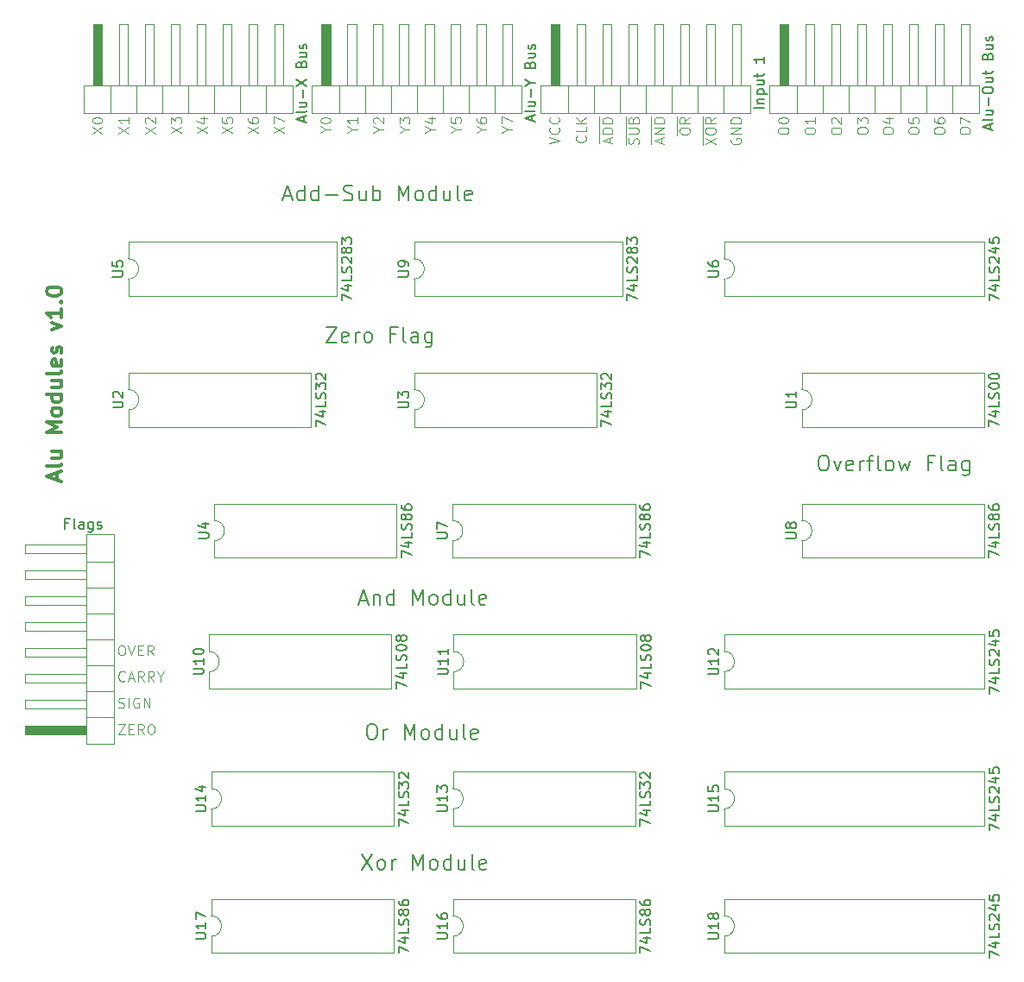
<source format=gbr>
%TF.GenerationSoftware,KiCad,Pcbnew,9.0.6+dfsg-1*%
%TF.CreationDate,2025-12-05T21:57:08+01:00*%
%TF.ProjectId,ALU Modules,414c5520-4d6f-4647-956c-65732e6b6963,1.0*%
%TF.SameCoordinates,Original*%
%TF.FileFunction,Legend,Top*%
%TF.FilePolarity,Positive*%
%FSLAX46Y46*%
G04 Gerber Fmt 4.6, Leading zero omitted, Abs format (unit mm)*
G04 Created by KiCad (PCBNEW 9.0.6+dfsg-1) date 2025-12-05 21:57:08*
%MOMM*%
%LPD*%
G01*
G04 APERTURE LIST*
%ADD10C,0.187500*%
%ADD11C,0.300000*%
%ADD12C,0.150000*%
%ADD13C,0.125000*%
%ADD14C,0.100000*%
%ADD15C,0.120000*%
G04 APERTURE END LIST*
D10*
X84266212Y-119056678D02*
X84551926Y-119056678D01*
X84551926Y-119056678D02*
X84694783Y-119128107D01*
X84694783Y-119128107D02*
X84837640Y-119270964D01*
X84837640Y-119270964D02*
X84909069Y-119556678D01*
X84909069Y-119556678D02*
X84909069Y-120056678D01*
X84909069Y-120056678D02*
X84837640Y-120342392D01*
X84837640Y-120342392D02*
X84694783Y-120485250D01*
X84694783Y-120485250D02*
X84551926Y-120556678D01*
X84551926Y-120556678D02*
X84266212Y-120556678D01*
X84266212Y-120556678D02*
X84123355Y-120485250D01*
X84123355Y-120485250D02*
X83980497Y-120342392D01*
X83980497Y-120342392D02*
X83909069Y-120056678D01*
X83909069Y-120056678D02*
X83909069Y-119556678D01*
X83909069Y-119556678D02*
X83980497Y-119270964D01*
X83980497Y-119270964D02*
X84123355Y-119128107D01*
X84123355Y-119128107D02*
X84266212Y-119056678D01*
X85551926Y-120556678D02*
X85551926Y-119556678D01*
X85551926Y-119842392D02*
X85623355Y-119699535D01*
X85623355Y-119699535D02*
X85694784Y-119628107D01*
X85694784Y-119628107D02*
X85837641Y-119556678D01*
X85837641Y-119556678D02*
X85980498Y-119556678D01*
X87623354Y-120556678D02*
X87623354Y-119056678D01*
X87623354Y-119056678D02*
X88123354Y-120128107D01*
X88123354Y-120128107D02*
X88623354Y-119056678D01*
X88623354Y-119056678D02*
X88623354Y-120556678D01*
X89551926Y-120556678D02*
X89409069Y-120485250D01*
X89409069Y-120485250D02*
X89337640Y-120413821D01*
X89337640Y-120413821D02*
X89266212Y-120270964D01*
X89266212Y-120270964D02*
X89266212Y-119842392D01*
X89266212Y-119842392D02*
X89337640Y-119699535D01*
X89337640Y-119699535D02*
X89409069Y-119628107D01*
X89409069Y-119628107D02*
X89551926Y-119556678D01*
X89551926Y-119556678D02*
X89766212Y-119556678D01*
X89766212Y-119556678D02*
X89909069Y-119628107D01*
X89909069Y-119628107D02*
X89980498Y-119699535D01*
X89980498Y-119699535D02*
X90051926Y-119842392D01*
X90051926Y-119842392D02*
X90051926Y-120270964D01*
X90051926Y-120270964D02*
X89980498Y-120413821D01*
X89980498Y-120413821D02*
X89909069Y-120485250D01*
X89909069Y-120485250D02*
X89766212Y-120556678D01*
X89766212Y-120556678D02*
X89551926Y-120556678D01*
X91337641Y-120556678D02*
X91337641Y-119056678D01*
X91337641Y-120485250D02*
X91194783Y-120556678D01*
X91194783Y-120556678D02*
X90909069Y-120556678D01*
X90909069Y-120556678D02*
X90766212Y-120485250D01*
X90766212Y-120485250D02*
X90694783Y-120413821D01*
X90694783Y-120413821D02*
X90623355Y-120270964D01*
X90623355Y-120270964D02*
X90623355Y-119842392D01*
X90623355Y-119842392D02*
X90694783Y-119699535D01*
X90694783Y-119699535D02*
X90766212Y-119628107D01*
X90766212Y-119628107D02*
X90909069Y-119556678D01*
X90909069Y-119556678D02*
X91194783Y-119556678D01*
X91194783Y-119556678D02*
X91337641Y-119628107D01*
X92694784Y-119556678D02*
X92694784Y-120556678D01*
X92051926Y-119556678D02*
X92051926Y-120342392D01*
X92051926Y-120342392D02*
X92123355Y-120485250D01*
X92123355Y-120485250D02*
X92266212Y-120556678D01*
X92266212Y-120556678D02*
X92480498Y-120556678D01*
X92480498Y-120556678D02*
X92623355Y-120485250D01*
X92623355Y-120485250D02*
X92694784Y-120413821D01*
X93623355Y-120556678D02*
X93480498Y-120485250D01*
X93480498Y-120485250D02*
X93409069Y-120342392D01*
X93409069Y-120342392D02*
X93409069Y-119056678D01*
X94766212Y-120485250D02*
X94623355Y-120556678D01*
X94623355Y-120556678D02*
X94337641Y-120556678D01*
X94337641Y-120556678D02*
X94194783Y-120485250D01*
X94194783Y-120485250D02*
X94123355Y-120342392D01*
X94123355Y-120342392D02*
X94123355Y-119770964D01*
X94123355Y-119770964D02*
X94194783Y-119628107D01*
X94194783Y-119628107D02*
X94337641Y-119556678D01*
X94337641Y-119556678D02*
X94623355Y-119556678D01*
X94623355Y-119556678D02*
X94766212Y-119628107D01*
X94766212Y-119628107D02*
X94837641Y-119770964D01*
X94837641Y-119770964D02*
X94837641Y-119913821D01*
X94837641Y-119913821D02*
X94123355Y-120056678D01*
X75809069Y-67278107D02*
X76523355Y-67278107D01*
X75666212Y-67706678D02*
X76166212Y-66206678D01*
X76166212Y-66206678D02*
X76666212Y-67706678D01*
X77809069Y-67706678D02*
X77809069Y-66206678D01*
X77809069Y-67635250D02*
X77666211Y-67706678D01*
X77666211Y-67706678D02*
X77380497Y-67706678D01*
X77380497Y-67706678D02*
X77237640Y-67635250D01*
X77237640Y-67635250D02*
X77166211Y-67563821D01*
X77166211Y-67563821D02*
X77094783Y-67420964D01*
X77094783Y-67420964D02*
X77094783Y-66992392D01*
X77094783Y-66992392D02*
X77166211Y-66849535D01*
X77166211Y-66849535D02*
X77237640Y-66778107D01*
X77237640Y-66778107D02*
X77380497Y-66706678D01*
X77380497Y-66706678D02*
X77666211Y-66706678D01*
X77666211Y-66706678D02*
X77809069Y-66778107D01*
X79166212Y-67706678D02*
X79166212Y-66206678D01*
X79166212Y-67635250D02*
X79023354Y-67706678D01*
X79023354Y-67706678D02*
X78737640Y-67706678D01*
X78737640Y-67706678D02*
X78594783Y-67635250D01*
X78594783Y-67635250D02*
X78523354Y-67563821D01*
X78523354Y-67563821D02*
X78451926Y-67420964D01*
X78451926Y-67420964D02*
X78451926Y-66992392D01*
X78451926Y-66992392D02*
X78523354Y-66849535D01*
X78523354Y-66849535D02*
X78594783Y-66778107D01*
X78594783Y-66778107D02*
X78737640Y-66706678D01*
X78737640Y-66706678D02*
X79023354Y-66706678D01*
X79023354Y-66706678D02*
X79166212Y-66778107D01*
X79880497Y-67135250D02*
X81023355Y-67135250D01*
X81666212Y-67635250D02*
X81880498Y-67706678D01*
X81880498Y-67706678D02*
X82237640Y-67706678D01*
X82237640Y-67706678D02*
X82380498Y-67635250D01*
X82380498Y-67635250D02*
X82451926Y-67563821D01*
X82451926Y-67563821D02*
X82523355Y-67420964D01*
X82523355Y-67420964D02*
X82523355Y-67278107D01*
X82523355Y-67278107D02*
X82451926Y-67135250D01*
X82451926Y-67135250D02*
X82380498Y-67063821D01*
X82380498Y-67063821D02*
X82237640Y-66992392D01*
X82237640Y-66992392D02*
X81951926Y-66920964D01*
X81951926Y-66920964D02*
X81809069Y-66849535D01*
X81809069Y-66849535D02*
X81737640Y-66778107D01*
X81737640Y-66778107D02*
X81666212Y-66635250D01*
X81666212Y-66635250D02*
X81666212Y-66492392D01*
X81666212Y-66492392D02*
X81737640Y-66349535D01*
X81737640Y-66349535D02*
X81809069Y-66278107D01*
X81809069Y-66278107D02*
X81951926Y-66206678D01*
X81951926Y-66206678D02*
X82309069Y-66206678D01*
X82309069Y-66206678D02*
X82523355Y-66278107D01*
X83809069Y-66706678D02*
X83809069Y-67706678D01*
X83166211Y-66706678D02*
X83166211Y-67492392D01*
X83166211Y-67492392D02*
X83237640Y-67635250D01*
X83237640Y-67635250D02*
X83380497Y-67706678D01*
X83380497Y-67706678D02*
X83594783Y-67706678D01*
X83594783Y-67706678D02*
X83737640Y-67635250D01*
X83737640Y-67635250D02*
X83809069Y-67563821D01*
X84523354Y-67706678D02*
X84523354Y-66206678D01*
X84523354Y-66778107D02*
X84666212Y-66706678D01*
X84666212Y-66706678D02*
X84951926Y-66706678D01*
X84951926Y-66706678D02*
X85094783Y-66778107D01*
X85094783Y-66778107D02*
X85166212Y-66849535D01*
X85166212Y-66849535D02*
X85237640Y-66992392D01*
X85237640Y-66992392D02*
X85237640Y-67420964D01*
X85237640Y-67420964D02*
X85166212Y-67563821D01*
X85166212Y-67563821D02*
X85094783Y-67635250D01*
X85094783Y-67635250D02*
X84951926Y-67706678D01*
X84951926Y-67706678D02*
X84666212Y-67706678D01*
X84666212Y-67706678D02*
X84523354Y-67635250D01*
X87023354Y-67706678D02*
X87023354Y-66206678D01*
X87023354Y-66206678D02*
X87523354Y-67278107D01*
X87523354Y-67278107D02*
X88023354Y-66206678D01*
X88023354Y-66206678D02*
X88023354Y-67706678D01*
X88951926Y-67706678D02*
X88809069Y-67635250D01*
X88809069Y-67635250D02*
X88737640Y-67563821D01*
X88737640Y-67563821D02*
X88666212Y-67420964D01*
X88666212Y-67420964D02*
X88666212Y-66992392D01*
X88666212Y-66992392D02*
X88737640Y-66849535D01*
X88737640Y-66849535D02*
X88809069Y-66778107D01*
X88809069Y-66778107D02*
X88951926Y-66706678D01*
X88951926Y-66706678D02*
X89166212Y-66706678D01*
X89166212Y-66706678D02*
X89309069Y-66778107D01*
X89309069Y-66778107D02*
X89380498Y-66849535D01*
X89380498Y-66849535D02*
X89451926Y-66992392D01*
X89451926Y-66992392D02*
X89451926Y-67420964D01*
X89451926Y-67420964D02*
X89380498Y-67563821D01*
X89380498Y-67563821D02*
X89309069Y-67635250D01*
X89309069Y-67635250D02*
X89166212Y-67706678D01*
X89166212Y-67706678D02*
X88951926Y-67706678D01*
X90737641Y-67706678D02*
X90737641Y-66206678D01*
X90737641Y-67635250D02*
X90594783Y-67706678D01*
X90594783Y-67706678D02*
X90309069Y-67706678D01*
X90309069Y-67706678D02*
X90166212Y-67635250D01*
X90166212Y-67635250D02*
X90094783Y-67563821D01*
X90094783Y-67563821D02*
X90023355Y-67420964D01*
X90023355Y-67420964D02*
X90023355Y-66992392D01*
X90023355Y-66992392D02*
X90094783Y-66849535D01*
X90094783Y-66849535D02*
X90166212Y-66778107D01*
X90166212Y-66778107D02*
X90309069Y-66706678D01*
X90309069Y-66706678D02*
X90594783Y-66706678D01*
X90594783Y-66706678D02*
X90737641Y-66778107D01*
X92094784Y-66706678D02*
X92094784Y-67706678D01*
X91451926Y-66706678D02*
X91451926Y-67492392D01*
X91451926Y-67492392D02*
X91523355Y-67635250D01*
X91523355Y-67635250D02*
X91666212Y-67706678D01*
X91666212Y-67706678D02*
X91880498Y-67706678D01*
X91880498Y-67706678D02*
X92023355Y-67635250D01*
X92023355Y-67635250D02*
X92094784Y-67563821D01*
X93023355Y-67706678D02*
X92880498Y-67635250D01*
X92880498Y-67635250D02*
X92809069Y-67492392D01*
X92809069Y-67492392D02*
X92809069Y-66206678D01*
X94166212Y-67635250D02*
X94023355Y-67706678D01*
X94023355Y-67706678D02*
X93737641Y-67706678D01*
X93737641Y-67706678D02*
X93594783Y-67635250D01*
X93594783Y-67635250D02*
X93523355Y-67492392D01*
X93523355Y-67492392D02*
X93523355Y-66920964D01*
X93523355Y-66920964D02*
X93594783Y-66778107D01*
X93594783Y-66778107D02*
X93737641Y-66706678D01*
X93737641Y-66706678D02*
X94023355Y-66706678D01*
X94023355Y-66706678D02*
X94166212Y-66778107D01*
X94166212Y-66778107D02*
X94237641Y-66920964D01*
X94237641Y-66920964D02*
X94237641Y-67063821D01*
X94237641Y-67063821D02*
X93523355Y-67206678D01*
X83437640Y-131856678D02*
X84437640Y-133356678D01*
X84437640Y-131856678D02*
X83437640Y-133356678D01*
X85223354Y-133356678D02*
X85080497Y-133285250D01*
X85080497Y-133285250D02*
X85009068Y-133213821D01*
X85009068Y-133213821D02*
X84937640Y-133070964D01*
X84937640Y-133070964D02*
X84937640Y-132642392D01*
X84937640Y-132642392D02*
X85009068Y-132499535D01*
X85009068Y-132499535D02*
X85080497Y-132428107D01*
X85080497Y-132428107D02*
X85223354Y-132356678D01*
X85223354Y-132356678D02*
X85437640Y-132356678D01*
X85437640Y-132356678D02*
X85580497Y-132428107D01*
X85580497Y-132428107D02*
X85651926Y-132499535D01*
X85651926Y-132499535D02*
X85723354Y-132642392D01*
X85723354Y-132642392D02*
X85723354Y-133070964D01*
X85723354Y-133070964D02*
X85651926Y-133213821D01*
X85651926Y-133213821D02*
X85580497Y-133285250D01*
X85580497Y-133285250D02*
X85437640Y-133356678D01*
X85437640Y-133356678D02*
X85223354Y-133356678D01*
X86366211Y-133356678D02*
X86366211Y-132356678D01*
X86366211Y-132642392D02*
X86437640Y-132499535D01*
X86437640Y-132499535D02*
X86509069Y-132428107D01*
X86509069Y-132428107D02*
X86651926Y-132356678D01*
X86651926Y-132356678D02*
X86794783Y-132356678D01*
X88437639Y-133356678D02*
X88437639Y-131856678D01*
X88437639Y-131856678D02*
X88937639Y-132928107D01*
X88937639Y-132928107D02*
X89437639Y-131856678D01*
X89437639Y-131856678D02*
X89437639Y-133356678D01*
X90366211Y-133356678D02*
X90223354Y-133285250D01*
X90223354Y-133285250D02*
X90151925Y-133213821D01*
X90151925Y-133213821D02*
X90080497Y-133070964D01*
X90080497Y-133070964D02*
X90080497Y-132642392D01*
X90080497Y-132642392D02*
X90151925Y-132499535D01*
X90151925Y-132499535D02*
X90223354Y-132428107D01*
X90223354Y-132428107D02*
X90366211Y-132356678D01*
X90366211Y-132356678D02*
X90580497Y-132356678D01*
X90580497Y-132356678D02*
X90723354Y-132428107D01*
X90723354Y-132428107D02*
X90794783Y-132499535D01*
X90794783Y-132499535D02*
X90866211Y-132642392D01*
X90866211Y-132642392D02*
X90866211Y-133070964D01*
X90866211Y-133070964D02*
X90794783Y-133213821D01*
X90794783Y-133213821D02*
X90723354Y-133285250D01*
X90723354Y-133285250D02*
X90580497Y-133356678D01*
X90580497Y-133356678D02*
X90366211Y-133356678D01*
X92151926Y-133356678D02*
X92151926Y-131856678D01*
X92151926Y-133285250D02*
X92009068Y-133356678D01*
X92009068Y-133356678D02*
X91723354Y-133356678D01*
X91723354Y-133356678D02*
X91580497Y-133285250D01*
X91580497Y-133285250D02*
X91509068Y-133213821D01*
X91509068Y-133213821D02*
X91437640Y-133070964D01*
X91437640Y-133070964D02*
X91437640Y-132642392D01*
X91437640Y-132642392D02*
X91509068Y-132499535D01*
X91509068Y-132499535D02*
X91580497Y-132428107D01*
X91580497Y-132428107D02*
X91723354Y-132356678D01*
X91723354Y-132356678D02*
X92009068Y-132356678D01*
X92009068Y-132356678D02*
X92151926Y-132428107D01*
X93509069Y-132356678D02*
X93509069Y-133356678D01*
X92866211Y-132356678D02*
X92866211Y-133142392D01*
X92866211Y-133142392D02*
X92937640Y-133285250D01*
X92937640Y-133285250D02*
X93080497Y-133356678D01*
X93080497Y-133356678D02*
X93294783Y-133356678D01*
X93294783Y-133356678D02*
X93437640Y-133285250D01*
X93437640Y-133285250D02*
X93509069Y-133213821D01*
X94437640Y-133356678D02*
X94294783Y-133285250D01*
X94294783Y-133285250D02*
X94223354Y-133142392D01*
X94223354Y-133142392D02*
X94223354Y-131856678D01*
X95580497Y-133285250D02*
X95437640Y-133356678D01*
X95437640Y-133356678D02*
X95151926Y-133356678D01*
X95151926Y-133356678D02*
X95009068Y-133285250D01*
X95009068Y-133285250D02*
X94937640Y-133142392D01*
X94937640Y-133142392D02*
X94937640Y-132570964D01*
X94937640Y-132570964D02*
X95009068Y-132428107D01*
X95009068Y-132428107D02*
X95151926Y-132356678D01*
X95151926Y-132356678D02*
X95437640Y-132356678D01*
X95437640Y-132356678D02*
X95580497Y-132428107D01*
X95580497Y-132428107D02*
X95651926Y-132570964D01*
X95651926Y-132570964D02*
X95651926Y-132713821D01*
X95651926Y-132713821D02*
X94937640Y-132856678D01*
X128566212Y-92706678D02*
X128851926Y-92706678D01*
X128851926Y-92706678D02*
X128994783Y-92778107D01*
X128994783Y-92778107D02*
X129137640Y-92920964D01*
X129137640Y-92920964D02*
X129209069Y-93206678D01*
X129209069Y-93206678D02*
X129209069Y-93706678D01*
X129209069Y-93706678D02*
X129137640Y-93992392D01*
X129137640Y-93992392D02*
X128994783Y-94135250D01*
X128994783Y-94135250D02*
X128851926Y-94206678D01*
X128851926Y-94206678D02*
X128566212Y-94206678D01*
X128566212Y-94206678D02*
X128423355Y-94135250D01*
X128423355Y-94135250D02*
X128280497Y-93992392D01*
X128280497Y-93992392D02*
X128209069Y-93706678D01*
X128209069Y-93706678D02*
X128209069Y-93206678D01*
X128209069Y-93206678D02*
X128280497Y-92920964D01*
X128280497Y-92920964D02*
X128423355Y-92778107D01*
X128423355Y-92778107D02*
X128566212Y-92706678D01*
X129709069Y-93206678D02*
X130066212Y-94206678D01*
X130066212Y-94206678D02*
X130423355Y-93206678D01*
X131566212Y-94135250D02*
X131423355Y-94206678D01*
X131423355Y-94206678D02*
X131137641Y-94206678D01*
X131137641Y-94206678D02*
X130994783Y-94135250D01*
X130994783Y-94135250D02*
X130923355Y-93992392D01*
X130923355Y-93992392D02*
X130923355Y-93420964D01*
X130923355Y-93420964D02*
X130994783Y-93278107D01*
X130994783Y-93278107D02*
X131137641Y-93206678D01*
X131137641Y-93206678D02*
X131423355Y-93206678D01*
X131423355Y-93206678D02*
X131566212Y-93278107D01*
X131566212Y-93278107D02*
X131637641Y-93420964D01*
X131637641Y-93420964D02*
X131637641Y-93563821D01*
X131637641Y-93563821D02*
X130923355Y-93706678D01*
X132280497Y-94206678D02*
X132280497Y-93206678D01*
X132280497Y-93492392D02*
X132351926Y-93349535D01*
X132351926Y-93349535D02*
X132423355Y-93278107D01*
X132423355Y-93278107D02*
X132566212Y-93206678D01*
X132566212Y-93206678D02*
X132709069Y-93206678D01*
X132994783Y-93206678D02*
X133566211Y-93206678D01*
X133209068Y-94206678D02*
X133209068Y-92920964D01*
X133209068Y-92920964D02*
X133280497Y-92778107D01*
X133280497Y-92778107D02*
X133423354Y-92706678D01*
X133423354Y-92706678D02*
X133566211Y-92706678D01*
X134280497Y-94206678D02*
X134137640Y-94135250D01*
X134137640Y-94135250D02*
X134066211Y-93992392D01*
X134066211Y-93992392D02*
X134066211Y-92706678D01*
X135066211Y-94206678D02*
X134923354Y-94135250D01*
X134923354Y-94135250D02*
X134851925Y-94063821D01*
X134851925Y-94063821D02*
X134780497Y-93920964D01*
X134780497Y-93920964D02*
X134780497Y-93492392D01*
X134780497Y-93492392D02*
X134851925Y-93349535D01*
X134851925Y-93349535D02*
X134923354Y-93278107D01*
X134923354Y-93278107D02*
X135066211Y-93206678D01*
X135066211Y-93206678D02*
X135280497Y-93206678D01*
X135280497Y-93206678D02*
X135423354Y-93278107D01*
X135423354Y-93278107D02*
X135494783Y-93349535D01*
X135494783Y-93349535D02*
X135566211Y-93492392D01*
X135566211Y-93492392D02*
X135566211Y-93920964D01*
X135566211Y-93920964D02*
X135494783Y-94063821D01*
X135494783Y-94063821D02*
X135423354Y-94135250D01*
X135423354Y-94135250D02*
X135280497Y-94206678D01*
X135280497Y-94206678D02*
X135066211Y-94206678D01*
X136066211Y-93206678D02*
X136351926Y-94206678D01*
X136351926Y-94206678D02*
X136637640Y-93492392D01*
X136637640Y-93492392D02*
X136923354Y-94206678D01*
X136923354Y-94206678D02*
X137209068Y-93206678D01*
X139423354Y-93420964D02*
X138923354Y-93420964D01*
X138923354Y-94206678D02*
X138923354Y-92706678D01*
X138923354Y-92706678D02*
X139637640Y-92706678D01*
X140423354Y-94206678D02*
X140280497Y-94135250D01*
X140280497Y-94135250D02*
X140209068Y-93992392D01*
X140209068Y-93992392D02*
X140209068Y-92706678D01*
X141637640Y-94206678D02*
X141637640Y-93420964D01*
X141637640Y-93420964D02*
X141566211Y-93278107D01*
X141566211Y-93278107D02*
X141423354Y-93206678D01*
X141423354Y-93206678D02*
X141137640Y-93206678D01*
X141137640Y-93206678D02*
X140994782Y-93278107D01*
X141637640Y-94135250D02*
X141494782Y-94206678D01*
X141494782Y-94206678D02*
X141137640Y-94206678D01*
X141137640Y-94206678D02*
X140994782Y-94135250D01*
X140994782Y-94135250D02*
X140923354Y-93992392D01*
X140923354Y-93992392D02*
X140923354Y-93849535D01*
X140923354Y-93849535D02*
X140994782Y-93706678D01*
X140994782Y-93706678D02*
X141137640Y-93635250D01*
X141137640Y-93635250D02*
X141494782Y-93635250D01*
X141494782Y-93635250D02*
X141637640Y-93563821D01*
X142994783Y-93206678D02*
X142994783Y-94420964D01*
X142994783Y-94420964D02*
X142923354Y-94563821D01*
X142923354Y-94563821D02*
X142851925Y-94635250D01*
X142851925Y-94635250D02*
X142709068Y-94706678D01*
X142709068Y-94706678D02*
X142494783Y-94706678D01*
X142494783Y-94706678D02*
X142351925Y-94635250D01*
X142994783Y-94135250D02*
X142851925Y-94206678D01*
X142851925Y-94206678D02*
X142566211Y-94206678D01*
X142566211Y-94206678D02*
X142423354Y-94135250D01*
X142423354Y-94135250D02*
X142351925Y-94063821D01*
X142351925Y-94063821D02*
X142280497Y-93920964D01*
X142280497Y-93920964D02*
X142280497Y-93492392D01*
X142280497Y-93492392D02*
X142351925Y-93349535D01*
X142351925Y-93349535D02*
X142423354Y-93278107D01*
X142423354Y-93278107D02*
X142566211Y-93206678D01*
X142566211Y-93206678D02*
X142851925Y-93206678D01*
X142851925Y-93206678D02*
X142994783Y-93278107D01*
D11*
X53572257Y-95116917D02*
X53572257Y-94402632D01*
X54000828Y-95259774D02*
X52500828Y-94759774D01*
X52500828Y-94759774D02*
X54000828Y-94259774D01*
X54000828Y-93545489D02*
X53929400Y-93688346D01*
X53929400Y-93688346D02*
X53786542Y-93759775D01*
X53786542Y-93759775D02*
X52500828Y-93759775D01*
X53000828Y-92331204D02*
X54000828Y-92331204D01*
X53000828Y-92974061D02*
X53786542Y-92974061D01*
X53786542Y-92974061D02*
X53929400Y-92902632D01*
X53929400Y-92902632D02*
X54000828Y-92759775D01*
X54000828Y-92759775D02*
X54000828Y-92545489D01*
X54000828Y-92545489D02*
X53929400Y-92402632D01*
X53929400Y-92402632D02*
X53857971Y-92331204D01*
X54000828Y-90474061D02*
X52500828Y-90474061D01*
X52500828Y-90474061D02*
X53572257Y-89974061D01*
X53572257Y-89974061D02*
X52500828Y-89474061D01*
X52500828Y-89474061D02*
X54000828Y-89474061D01*
X54000828Y-88545489D02*
X53929400Y-88688346D01*
X53929400Y-88688346D02*
X53857971Y-88759775D01*
X53857971Y-88759775D02*
X53715114Y-88831203D01*
X53715114Y-88831203D02*
X53286542Y-88831203D01*
X53286542Y-88831203D02*
X53143685Y-88759775D01*
X53143685Y-88759775D02*
X53072257Y-88688346D01*
X53072257Y-88688346D02*
X53000828Y-88545489D01*
X53000828Y-88545489D02*
X53000828Y-88331203D01*
X53000828Y-88331203D02*
X53072257Y-88188346D01*
X53072257Y-88188346D02*
X53143685Y-88116918D01*
X53143685Y-88116918D02*
X53286542Y-88045489D01*
X53286542Y-88045489D02*
X53715114Y-88045489D01*
X53715114Y-88045489D02*
X53857971Y-88116918D01*
X53857971Y-88116918D02*
X53929400Y-88188346D01*
X53929400Y-88188346D02*
X54000828Y-88331203D01*
X54000828Y-88331203D02*
X54000828Y-88545489D01*
X54000828Y-86759775D02*
X52500828Y-86759775D01*
X53929400Y-86759775D02*
X54000828Y-86902632D01*
X54000828Y-86902632D02*
X54000828Y-87188346D01*
X54000828Y-87188346D02*
X53929400Y-87331203D01*
X53929400Y-87331203D02*
X53857971Y-87402632D01*
X53857971Y-87402632D02*
X53715114Y-87474060D01*
X53715114Y-87474060D02*
X53286542Y-87474060D01*
X53286542Y-87474060D02*
X53143685Y-87402632D01*
X53143685Y-87402632D02*
X53072257Y-87331203D01*
X53072257Y-87331203D02*
X53000828Y-87188346D01*
X53000828Y-87188346D02*
X53000828Y-86902632D01*
X53000828Y-86902632D02*
X53072257Y-86759775D01*
X53000828Y-85402632D02*
X54000828Y-85402632D01*
X53000828Y-86045489D02*
X53786542Y-86045489D01*
X53786542Y-86045489D02*
X53929400Y-85974060D01*
X53929400Y-85974060D02*
X54000828Y-85831203D01*
X54000828Y-85831203D02*
X54000828Y-85616917D01*
X54000828Y-85616917D02*
X53929400Y-85474060D01*
X53929400Y-85474060D02*
X53857971Y-85402632D01*
X54000828Y-84474060D02*
X53929400Y-84616917D01*
X53929400Y-84616917D02*
X53786542Y-84688346D01*
X53786542Y-84688346D02*
X52500828Y-84688346D01*
X53929400Y-83331203D02*
X54000828Y-83474060D01*
X54000828Y-83474060D02*
X54000828Y-83759775D01*
X54000828Y-83759775D02*
X53929400Y-83902632D01*
X53929400Y-83902632D02*
X53786542Y-83974060D01*
X53786542Y-83974060D02*
X53215114Y-83974060D01*
X53215114Y-83974060D02*
X53072257Y-83902632D01*
X53072257Y-83902632D02*
X53000828Y-83759775D01*
X53000828Y-83759775D02*
X53000828Y-83474060D01*
X53000828Y-83474060D02*
X53072257Y-83331203D01*
X53072257Y-83331203D02*
X53215114Y-83259775D01*
X53215114Y-83259775D02*
X53357971Y-83259775D01*
X53357971Y-83259775D02*
X53500828Y-83974060D01*
X53929400Y-82688346D02*
X54000828Y-82545489D01*
X54000828Y-82545489D02*
X54000828Y-82259775D01*
X54000828Y-82259775D02*
X53929400Y-82116918D01*
X53929400Y-82116918D02*
X53786542Y-82045489D01*
X53786542Y-82045489D02*
X53715114Y-82045489D01*
X53715114Y-82045489D02*
X53572257Y-82116918D01*
X53572257Y-82116918D02*
X53500828Y-82259775D01*
X53500828Y-82259775D02*
X53500828Y-82474061D01*
X53500828Y-82474061D02*
X53429400Y-82616918D01*
X53429400Y-82616918D02*
X53286542Y-82688346D01*
X53286542Y-82688346D02*
X53215114Y-82688346D01*
X53215114Y-82688346D02*
X53072257Y-82616918D01*
X53072257Y-82616918D02*
X53000828Y-82474061D01*
X53000828Y-82474061D02*
X53000828Y-82259775D01*
X53000828Y-82259775D02*
X53072257Y-82116918D01*
X53000828Y-80402632D02*
X54000828Y-80045489D01*
X54000828Y-80045489D02*
X53000828Y-79688346D01*
X54000828Y-78331203D02*
X54000828Y-79188346D01*
X54000828Y-78759775D02*
X52500828Y-78759775D01*
X52500828Y-78759775D02*
X52715114Y-78902632D01*
X52715114Y-78902632D02*
X52857971Y-79045489D01*
X52857971Y-79045489D02*
X52929400Y-79188346D01*
X53857971Y-77688347D02*
X53929400Y-77616918D01*
X53929400Y-77616918D02*
X54000828Y-77688347D01*
X54000828Y-77688347D02*
X53929400Y-77759775D01*
X53929400Y-77759775D02*
X53857971Y-77688347D01*
X53857971Y-77688347D02*
X54000828Y-77688347D01*
X52500828Y-76688346D02*
X52500828Y-76545489D01*
X52500828Y-76545489D02*
X52572257Y-76402632D01*
X52572257Y-76402632D02*
X52643685Y-76331204D01*
X52643685Y-76331204D02*
X52786542Y-76259775D01*
X52786542Y-76259775D02*
X53072257Y-76188346D01*
X53072257Y-76188346D02*
X53429400Y-76188346D01*
X53429400Y-76188346D02*
X53715114Y-76259775D01*
X53715114Y-76259775D02*
X53857971Y-76331204D01*
X53857971Y-76331204D02*
X53929400Y-76402632D01*
X53929400Y-76402632D02*
X54000828Y-76545489D01*
X54000828Y-76545489D02*
X54000828Y-76688346D01*
X54000828Y-76688346D02*
X53929400Y-76831204D01*
X53929400Y-76831204D02*
X53857971Y-76902632D01*
X53857971Y-76902632D02*
X53715114Y-76974061D01*
X53715114Y-76974061D02*
X53429400Y-77045489D01*
X53429400Y-77045489D02*
X53072257Y-77045489D01*
X53072257Y-77045489D02*
X52786542Y-76974061D01*
X52786542Y-76974061D02*
X52643685Y-76902632D01*
X52643685Y-76902632D02*
X52572257Y-76831204D01*
X52572257Y-76831204D02*
X52500828Y-76688346D01*
D10*
X79937640Y-80106678D02*
X80937640Y-80106678D01*
X80937640Y-80106678D02*
X79937640Y-81606678D01*
X79937640Y-81606678D02*
X80937640Y-81606678D01*
X82080497Y-81535250D02*
X81937640Y-81606678D01*
X81937640Y-81606678D02*
X81651926Y-81606678D01*
X81651926Y-81606678D02*
X81509068Y-81535250D01*
X81509068Y-81535250D02*
X81437640Y-81392392D01*
X81437640Y-81392392D02*
X81437640Y-80820964D01*
X81437640Y-80820964D02*
X81509068Y-80678107D01*
X81509068Y-80678107D02*
X81651926Y-80606678D01*
X81651926Y-80606678D02*
X81937640Y-80606678D01*
X81937640Y-80606678D02*
X82080497Y-80678107D01*
X82080497Y-80678107D02*
X82151926Y-80820964D01*
X82151926Y-80820964D02*
X82151926Y-80963821D01*
X82151926Y-80963821D02*
X81437640Y-81106678D01*
X82794782Y-81606678D02*
X82794782Y-80606678D01*
X82794782Y-80892392D02*
X82866211Y-80749535D01*
X82866211Y-80749535D02*
X82937640Y-80678107D01*
X82937640Y-80678107D02*
X83080497Y-80606678D01*
X83080497Y-80606678D02*
X83223354Y-80606678D01*
X83937639Y-81606678D02*
X83794782Y-81535250D01*
X83794782Y-81535250D02*
X83723353Y-81463821D01*
X83723353Y-81463821D02*
X83651925Y-81320964D01*
X83651925Y-81320964D02*
X83651925Y-80892392D01*
X83651925Y-80892392D02*
X83723353Y-80749535D01*
X83723353Y-80749535D02*
X83794782Y-80678107D01*
X83794782Y-80678107D02*
X83937639Y-80606678D01*
X83937639Y-80606678D02*
X84151925Y-80606678D01*
X84151925Y-80606678D02*
X84294782Y-80678107D01*
X84294782Y-80678107D02*
X84366211Y-80749535D01*
X84366211Y-80749535D02*
X84437639Y-80892392D01*
X84437639Y-80892392D02*
X84437639Y-81320964D01*
X84437639Y-81320964D02*
X84366211Y-81463821D01*
X84366211Y-81463821D02*
X84294782Y-81535250D01*
X84294782Y-81535250D02*
X84151925Y-81606678D01*
X84151925Y-81606678D02*
X83937639Y-81606678D01*
X86723353Y-80820964D02*
X86223353Y-80820964D01*
X86223353Y-81606678D02*
X86223353Y-80106678D01*
X86223353Y-80106678D02*
X86937639Y-80106678D01*
X87723353Y-81606678D02*
X87580496Y-81535250D01*
X87580496Y-81535250D02*
X87509067Y-81392392D01*
X87509067Y-81392392D02*
X87509067Y-80106678D01*
X88937639Y-81606678D02*
X88937639Y-80820964D01*
X88937639Y-80820964D02*
X88866210Y-80678107D01*
X88866210Y-80678107D02*
X88723353Y-80606678D01*
X88723353Y-80606678D02*
X88437639Y-80606678D01*
X88437639Y-80606678D02*
X88294781Y-80678107D01*
X88937639Y-81535250D02*
X88794781Y-81606678D01*
X88794781Y-81606678D02*
X88437639Y-81606678D01*
X88437639Y-81606678D02*
X88294781Y-81535250D01*
X88294781Y-81535250D02*
X88223353Y-81392392D01*
X88223353Y-81392392D02*
X88223353Y-81249535D01*
X88223353Y-81249535D02*
X88294781Y-81106678D01*
X88294781Y-81106678D02*
X88437639Y-81035250D01*
X88437639Y-81035250D02*
X88794781Y-81035250D01*
X88794781Y-81035250D02*
X88937639Y-80963821D01*
X90294782Y-80606678D02*
X90294782Y-81820964D01*
X90294782Y-81820964D02*
X90223353Y-81963821D01*
X90223353Y-81963821D02*
X90151924Y-82035250D01*
X90151924Y-82035250D02*
X90009067Y-82106678D01*
X90009067Y-82106678D02*
X89794782Y-82106678D01*
X89794782Y-82106678D02*
X89651924Y-82035250D01*
X90294782Y-81535250D02*
X90151924Y-81606678D01*
X90151924Y-81606678D02*
X89866210Y-81606678D01*
X89866210Y-81606678D02*
X89723353Y-81535250D01*
X89723353Y-81535250D02*
X89651924Y-81463821D01*
X89651924Y-81463821D02*
X89580496Y-81320964D01*
X89580496Y-81320964D02*
X89580496Y-80892392D01*
X89580496Y-80892392D02*
X89651924Y-80749535D01*
X89651924Y-80749535D02*
X89723353Y-80678107D01*
X89723353Y-80678107D02*
X89866210Y-80606678D01*
X89866210Y-80606678D02*
X90151924Y-80606678D01*
X90151924Y-80606678D02*
X90294782Y-80678107D01*
X83209069Y-106928107D02*
X83923355Y-106928107D01*
X83066212Y-107356678D02*
X83566212Y-105856678D01*
X83566212Y-105856678D02*
X84066212Y-107356678D01*
X84566211Y-106356678D02*
X84566211Y-107356678D01*
X84566211Y-106499535D02*
X84637640Y-106428107D01*
X84637640Y-106428107D02*
X84780497Y-106356678D01*
X84780497Y-106356678D02*
X84994783Y-106356678D01*
X84994783Y-106356678D02*
X85137640Y-106428107D01*
X85137640Y-106428107D02*
X85209069Y-106570964D01*
X85209069Y-106570964D02*
X85209069Y-107356678D01*
X86566212Y-107356678D02*
X86566212Y-105856678D01*
X86566212Y-107285250D02*
X86423354Y-107356678D01*
X86423354Y-107356678D02*
X86137640Y-107356678D01*
X86137640Y-107356678D02*
X85994783Y-107285250D01*
X85994783Y-107285250D02*
X85923354Y-107213821D01*
X85923354Y-107213821D02*
X85851926Y-107070964D01*
X85851926Y-107070964D02*
X85851926Y-106642392D01*
X85851926Y-106642392D02*
X85923354Y-106499535D01*
X85923354Y-106499535D02*
X85994783Y-106428107D01*
X85994783Y-106428107D02*
X86137640Y-106356678D01*
X86137640Y-106356678D02*
X86423354Y-106356678D01*
X86423354Y-106356678D02*
X86566212Y-106428107D01*
X88423354Y-107356678D02*
X88423354Y-105856678D01*
X88423354Y-105856678D02*
X88923354Y-106928107D01*
X88923354Y-106928107D02*
X89423354Y-105856678D01*
X89423354Y-105856678D02*
X89423354Y-107356678D01*
X90351926Y-107356678D02*
X90209069Y-107285250D01*
X90209069Y-107285250D02*
X90137640Y-107213821D01*
X90137640Y-107213821D02*
X90066212Y-107070964D01*
X90066212Y-107070964D02*
X90066212Y-106642392D01*
X90066212Y-106642392D02*
X90137640Y-106499535D01*
X90137640Y-106499535D02*
X90209069Y-106428107D01*
X90209069Y-106428107D02*
X90351926Y-106356678D01*
X90351926Y-106356678D02*
X90566212Y-106356678D01*
X90566212Y-106356678D02*
X90709069Y-106428107D01*
X90709069Y-106428107D02*
X90780498Y-106499535D01*
X90780498Y-106499535D02*
X90851926Y-106642392D01*
X90851926Y-106642392D02*
X90851926Y-107070964D01*
X90851926Y-107070964D02*
X90780498Y-107213821D01*
X90780498Y-107213821D02*
X90709069Y-107285250D01*
X90709069Y-107285250D02*
X90566212Y-107356678D01*
X90566212Y-107356678D02*
X90351926Y-107356678D01*
X92137641Y-107356678D02*
X92137641Y-105856678D01*
X92137641Y-107285250D02*
X91994783Y-107356678D01*
X91994783Y-107356678D02*
X91709069Y-107356678D01*
X91709069Y-107356678D02*
X91566212Y-107285250D01*
X91566212Y-107285250D02*
X91494783Y-107213821D01*
X91494783Y-107213821D02*
X91423355Y-107070964D01*
X91423355Y-107070964D02*
X91423355Y-106642392D01*
X91423355Y-106642392D02*
X91494783Y-106499535D01*
X91494783Y-106499535D02*
X91566212Y-106428107D01*
X91566212Y-106428107D02*
X91709069Y-106356678D01*
X91709069Y-106356678D02*
X91994783Y-106356678D01*
X91994783Y-106356678D02*
X92137641Y-106428107D01*
X93494784Y-106356678D02*
X93494784Y-107356678D01*
X92851926Y-106356678D02*
X92851926Y-107142392D01*
X92851926Y-107142392D02*
X92923355Y-107285250D01*
X92923355Y-107285250D02*
X93066212Y-107356678D01*
X93066212Y-107356678D02*
X93280498Y-107356678D01*
X93280498Y-107356678D02*
X93423355Y-107285250D01*
X93423355Y-107285250D02*
X93494784Y-107213821D01*
X94423355Y-107356678D02*
X94280498Y-107285250D01*
X94280498Y-107285250D02*
X94209069Y-107142392D01*
X94209069Y-107142392D02*
X94209069Y-105856678D01*
X95566212Y-107285250D02*
X95423355Y-107356678D01*
X95423355Y-107356678D02*
X95137641Y-107356678D01*
X95137641Y-107356678D02*
X94994783Y-107285250D01*
X94994783Y-107285250D02*
X94923355Y-107142392D01*
X94923355Y-107142392D02*
X94923355Y-106570964D01*
X94923355Y-106570964D02*
X94994783Y-106428107D01*
X94994783Y-106428107D02*
X95137641Y-106356678D01*
X95137641Y-106356678D02*
X95423355Y-106356678D01*
X95423355Y-106356678D02*
X95566212Y-106428107D01*
X95566212Y-106428107D02*
X95637641Y-106570964D01*
X95637641Y-106570964D02*
X95637641Y-106713821D01*
X95637641Y-106713821D02*
X94923355Y-106856678D01*
D12*
X67124819Y-140133094D02*
X67934342Y-140133094D01*
X67934342Y-140133094D02*
X68029580Y-140085475D01*
X68029580Y-140085475D02*
X68077200Y-140037856D01*
X68077200Y-140037856D02*
X68124819Y-139942618D01*
X68124819Y-139942618D02*
X68124819Y-139752142D01*
X68124819Y-139752142D02*
X68077200Y-139656904D01*
X68077200Y-139656904D02*
X68029580Y-139609285D01*
X68029580Y-139609285D02*
X67934342Y-139561666D01*
X67934342Y-139561666D02*
X67124819Y-139561666D01*
X68124819Y-138561666D02*
X68124819Y-139133094D01*
X68124819Y-138847380D02*
X67124819Y-138847380D01*
X67124819Y-138847380D02*
X67267676Y-138942618D01*
X67267676Y-138942618D02*
X67362914Y-139037856D01*
X67362914Y-139037856D02*
X67410533Y-139133094D01*
X67124819Y-138228332D02*
X67124819Y-137561666D01*
X67124819Y-137561666D02*
X68124819Y-137990237D01*
X87024819Y-141537856D02*
X87024819Y-140871190D01*
X87024819Y-140871190D02*
X88024819Y-141299761D01*
X87358152Y-140061666D02*
X88024819Y-140061666D01*
X86977200Y-140299761D02*
X87691485Y-140537856D01*
X87691485Y-140537856D02*
X87691485Y-139918809D01*
X88024819Y-139061666D02*
X88024819Y-139537856D01*
X88024819Y-139537856D02*
X87024819Y-139537856D01*
X87977200Y-138775951D02*
X88024819Y-138633094D01*
X88024819Y-138633094D02*
X88024819Y-138394999D01*
X88024819Y-138394999D02*
X87977200Y-138299761D01*
X87977200Y-138299761D02*
X87929580Y-138252142D01*
X87929580Y-138252142D02*
X87834342Y-138204523D01*
X87834342Y-138204523D02*
X87739104Y-138204523D01*
X87739104Y-138204523D02*
X87643866Y-138252142D01*
X87643866Y-138252142D02*
X87596247Y-138299761D01*
X87596247Y-138299761D02*
X87548628Y-138394999D01*
X87548628Y-138394999D02*
X87501009Y-138585475D01*
X87501009Y-138585475D02*
X87453390Y-138680713D01*
X87453390Y-138680713D02*
X87405771Y-138728332D01*
X87405771Y-138728332D02*
X87310533Y-138775951D01*
X87310533Y-138775951D02*
X87215295Y-138775951D01*
X87215295Y-138775951D02*
X87120057Y-138728332D01*
X87120057Y-138728332D02*
X87072438Y-138680713D01*
X87072438Y-138680713D02*
X87024819Y-138585475D01*
X87024819Y-138585475D02*
X87024819Y-138347380D01*
X87024819Y-138347380D02*
X87072438Y-138204523D01*
X87453390Y-137633094D02*
X87405771Y-137728332D01*
X87405771Y-137728332D02*
X87358152Y-137775951D01*
X87358152Y-137775951D02*
X87262914Y-137823570D01*
X87262914Y-137823570D02*
X87215295Y-137823570D01*
X87215295Y-137823570D02*
X87120057Y-137775951D01*
X87120057Y-137775951D02*
X87072438Y-137728332D01*
X87072438Y-137728332D02*
X87024819Y-137633094D01*
X87024819Y-137633094D02*
X87024819Y-137442618D01*
X87024819Y-137442618D02*
X87072438Y-137347380D01*
X87072438Y-137347380D02*
X87120057Y-137299761D01*
X87120057Y-137299761D02*
X87215295Y-137252142D01*
X87215295Y-137252142D02*
X87262914Y-137252142D01*
X87262914Y-137252142D02*
X87358152Y-137299761D01*
X87358152Y-137299761D02*
X87405771Y-137347380D01*
X87405771Y-137347380D02*
X87453390Y-137442618D01*
X87453390Y-137442618D02*
X87453390Y-137633094D01*
X87453390Y-137633094D02*
X87501009Y-137728332D01*
X87501009Y-137728332D02*
X87548628Y-137775951D01*
X87548628Y-137775951D02*
X87643866Y-137823570D01*
X87643866Y-137823570D02*
X87834342Y-137823570D01*
X87834342Y-137823570D02*
X87929580Y-137775951D01*
X87929580Y-137775951D02*
X87977200Y-137728332D01*
X87977200Y-137728332D02*
X88024819Y-137633094D01*
X88024819Y-137633094D02*
X88024819Y-137442618D01*
X88024819Y-137442618D02*
X87977200Y-137347380D01*
X87977200Y-137347380D02*
X87929580Y-137299761D01*
X87929580Y-137299761D02*
X87834342Y-137252142D01*
X87834342Y-137252142D02*
X87643866Y-137252142D01*
X87643866Y-137252142D02*
X87548628Y-137299761D01*
X87548628Y-137299761D02*
X87501009Y-137347380D01*
X87501009Y-137347380D02*
X87453390Y-137442618D01*
X87024819Y-136394999D02*
X87024819Y-136585475D01*
X87024819Y-136585475D02*
X87072438Y-136680713D01*
X87072438Y-136680713D02*
X87120057Y-136728332D01*
X87120057Y-136728332D02*
X87262914Y-136823570D01*
X87262914Y-136823570D02*
X87453390Y-136871189D01*
X87453390Y-136871189D02*
X87834342Y-136871189D01*
X87834342Y-136871189D02*
X87929580Y-136823570D01*
X87929580Y-136823570D02*
X87977200Y-136775951D01*
X87977200Y-136775951D02*
X88024819Y-136680713D01*
X88024819Y-136680713D02*
X88024819Y-136490237D01*
X88024819Y-136490237D02*
X87977200Y-136394999D01*
X87977200Y-136394999D02*
X87929580Y-136347380D01*
X87929580Y-136347380D02*
X87834342Y-136299761D01*
X87834342Y-136299761D02*
X87596247Y-136299761D01*
X87596247Y-136299761D02*
X87501009Y-136347380D01*
X87501009Y-136347380D02*
X87453390Y-136394999D01*
X87453390Y-136394999D02*
X87405771Y-136490237D01*
X87405771Y-136490237D02*
X87405771Y-136680713D01*
X87405771Y-136680713D02*
X87453390Y-136775951D01*
X87453390Y-136775951D02*
X87501009Y-136823570D01*
X87501009Y-136823570D02*
X87596247Y-136871189D01*
X87014819Y-88017904D02*
X87824342Y-88017904D01*
X87824342Y-88017904D02*
X87919580Y-87970285D01*
X87919580Y-87970285D02*
X87967200Y-87922666D01*
X87967200Y-87922666D02*
X88014819Y-87827428D01*
X88014819Y-87827428D02*
X88014819Y-87636952D01*
X88014819Y-87636952D02*
X87967200Y-87541714D01*
X87967200Y-87541714D02*
X87919580Y-87494095D01*
X87919580Y-87494095D02*
X87824342Y-87446476D01*
X87824342Y-87446476D02*
X87014819Y-87446476D01*
X87014819Y-87065523D02*
X87014819Y-86446476D01*
X87014819Y-86446476D02*
X87395771Y-86779809D01*
X87395771Y-86779809D02*
X87395771Y-86636952D01*
X87395771Y-86636952D02*
X87443390Y-86541714D01*
X87443390Y-86541714D02*
X87491009Y-86494095D01*
X87491009Y-86494095D02*
X87586247Y-86446476D01*
X87586247Y-86446476D02*
X87824342Y-86446476D01*
X87824342Y-86446476D02*
X87919580Y-86494095D01*
X87919580Y-86494095D02*
X87967200Y-86541714D01*
X87967200Y-86541714D02*
X88014819Y-86636952D01*
X88014819Y-86636952D02*
X88014819Y-86922666D01*
X88014819Y-86922666D02*
X87967200Y-87017904D01*
X87967200Y-87017904D02*
X87919580Y-87065523D01*
X106914819Y-89898856D02*
X106914819Y-89232190D01*
X106914819Y-89232190D02*
X107914819Y-89660761D01*
X107248152Y-88422666D02*
X107914819Y-88422666D01*
X106867200Y-88660761D02*
X107581485Y-88898856D01*
X107581485Y-88898856D02*
X107581485Y-88279809D01*
X107914819Y-87422666D02*
X107914819Y-87898856D01*
X107914819Y-87898856D02*
X106914819Y-87898856D01*
X107867200Y-87136951D02*
X107914819Y-86994094D01*
X107914819Y-86994094D02*
X107914819Y-86755999D01*
X107914819Y-86755999D02*
X107867200Y-86660761D01*
X107867200Y-86660761D02*
X107819580Y-86613142D01*
X107819580Y-86613142D02*
X107724342Y-86565523D01*
X107724342Y-86565523D02*
X107629104Y-86565523D01*
X107629104Y-86565523D02*
X107533866Y-86613142D01*
X107533866Y-86613142D02*
X107486247Y-86660761D01*
X107486247Y-86660761D02*
X107438628Y-86755999D01*
X107438628Y-86755999D02*
X107391009Y-86946475D01*
X107391009Y-86946475D02*
X107343390Y-87041713D01*
X107343390Y-87041713D02*
X107295771Y-87089332D01*
X107295771Y-87089332D02*
X107200533Y-87136951D01*
X107200533Y-87136951D02*
X107105295Y-87136951D01*
X107105295Y-87136951D02*
X107010057Y-87089332D01*
X107010057Y-87089332D02*
X106962438Y-87041713D01*
X106962438Y-87041713D02*
X106914819Y-86946475D01*
X106914819Y-86946475D02*
X106914819Y-86708380D01*
X106914819Y-86708380D02*
X106962438Y-86565523D01*
X106914819Y-86232189D02*
X106914819Y-85613142D01*
X106914819Y-85613142D02*
X107295771Y-85946475D01*
X107295771Y-85946475D02*
X107295771Y-85803618D01*
X107295771Y-85803618D02*
X107343390Y-85708380D01*
X107343390Y-85708380D02*
X107391009Y-85660761D01*
X107391009Y-85660761D02*
X107486247Y-85613142D01*
X107486247Y-85613142D02*
X107724342Y-85613142D01*
X107724342Y-85613142D02*
X107819580Y-85660761D01*
X107819580Y-85660761D02*
X107867200Y-85708380D01*
X107867200Y-85708380D02*
X107914819Y-85803618D01*
X107914819Y-85803618D02*
X107914819Y-86089332D01*
X107914819Y-86089332D02*
X107867200Y-86184570D01*
X107867200Y-86184570D02*
X107819580Y-86232189D01*
X107010057Y-85232189D02*
X106962438Y-85184570D01*
X106962438Y-85184570D02*
X106914819Y-85089332D01*
X106914819Y-85089332D02*
X106914819Y-84851237D01*
X106914819Y-84851237D02*
X106962438Y-84755999D01*
X106962438Y-84755999D02*
X107010057Y-84708380D01*
X107010057Y-84708380D02*
X107105295Y-84660761D01*
X107105295Y-84660761D02*
X107200533Y-84660761D01*
X107200533Y-84660761D02*
X107343390Y-84708380D01*
X107343390Y-84708380D02*
X107914819Y-85279808D01*
X107914819Y-85279808D02*
X107914819Y-84660761D01*
X90824819Y-140133094D02*
X91634342Y-140133094D01*
X91634342Y-140133094D02*
X91729580Y-140085475D01*
X91729580Y-140085475D02*
X91777200Y-140037856D01*
X91777200Y-140037856D02*
X91824819Y-139942618D01*
X91824819Y-139942618D02*
X91824819Y-139752142D01*
X91824819Y-139752142D02*
X91777200Y-139656904D01*
X91777200Y-139656904D02*
X91729580Y-139609285D01*
X91729580Y-139609285D02*
X91634342Y-139561666D01*
X91634342Y-139561666D02*
X90824819Y-139561666D01*
X91824819Y-138561666D02*
X91824819Y-139133094D01*
X91824819Y-138847380D02*
X90824819Y-138847380D01*
X90824819Y-138847380D02*
X90967676Y-138942618D01*
X90967676Y-138942618D02*
X91062914Y-139037856D01*
X91062914Y-139037856D02*
X91110533Y-139133094D01*
X90824819Y-137704523D02*
X90824819Y-137894999D01*
X90824819Y-137894999D02*
X90872438Y-137990237D01*
X90872438Y-137990237D02*
X90920057Y-138037856D01*
X90920057Y-138037856D02*
X91062914Y-138133094D01*
X91062914Y-138133094D02*
X91253390Y-138180713D01*
X91253390Y-138180713D02*
X91634342Y-138180713D01*
X91634342Y-138180713D02*
X91729580Y-138133094D01*
X91729580Y-138133094D02*
X91777200Y-138085475D01*
X91777200Y-138085475D02*
X91824819Y-137990237D01*
X91824819Y-137990237D02*
X91824819Y-137799761D01*
X91824819Y-137799761D02*
X91777200Y-137704523D01*
X91777200Y-137704523D02*
X91729580Y-137656904D01*
X91729580Y-137656904D02*
X91634342Y-137609285D01*
X91634342Y-137609285D02*
X91396247Y-137609285D01*
X91396247Y-137609285D02*
X91301009Y-137656904D01*
X91301009Y-137656904D02*
X91253390Y-137704523D01*
X91253390Y-137704523D02*
X91205771Y-137799761D01*
X91205771Y-137799761D02*
X91205771Y-137990237D01*
X91205771Y-137990237D02*
X91253390Y-138085475D01*
X91253390Y-138085475D02*
X91301009Y-138133094D01*
X91301009Y-138133094D02*
X91396247Y-138180713D01*
X110724819Y-141537856D02*
X110724819Y-140871190D01*
X110724819Y-140871190D02*
X111724819Y-141299761D01*
X111058152Y-140061666D02*
X111724819Y-140061666D01*
X110677200Y-140299761D02*
X111391485Y-140537856D01*
X111391485Y-140537856D02*
X111391485Y-139918809D01*
X111724819Y-139061666D02*
X111724819Y-139537856D01*
X111724819Y-139537856D02*
X110724819Y-139537856D01*
X111677200Y-138775951D02*
X111724819Y-138633094D01*
X111724819Y-138633094D02*
X111724819Y-138394999D01*
X111724819Y-138394999D02*
X111677200Y-138299761D01*
X111677200Y-138299761D02*
X111629580Y-138252142D01*
X111629580Y-138252142D02*
X111534342Y-138204523D01*
X111534342Y-138204523D02*
X111439104Y-138204523D01*
X111439104Y-138204523D02*
X111343866Y-138252142D01*
X111343866Y-138252142D02*
X111296247Y-138299761D01*
X111296247Y-138299761D02*
X111248628Y-138394999D01*
X111248628Y-138394999D02*
X111201009Y-138585475D01*
X111201009Y-138585475D02*
X111153390Y-138680713D01*
X111153390Y-138680713D02*
X111105771Y-138728332D01*
X111105771Y-138728332D02*
X111010533Y-138775951D01*
X111010533Y-138775951D02*
X110915295Y-138775951D01*
X110915295Y-138775951D02*
X110820057Y-138728332D01*
X110820057Y-138728332D02*
X110772438Y-138680713D01*
X110772438Y-138680713D02*
X110724819Y-138585475D01*
X110724819Y-138585475D02*
X110724819Y-138347380D01*
X110724819Y-138347380D02*
X110772438Y-138204523D01*
X111153390Y-137633094D02*
X111105771Y-137728332D01*
X111105771Y-137728332D02*
X111058152Y-137775951D01*
X111058152Y-137775951D02*
X110962914Y-137823570D01*
X110962914Y-137823570D02*
X110915295Y-137823570D01*
X110915295Y-137823570D02*
X110820057Y-137775951D01*
X110820057Y-137775951D02*
X110772438Y-137728332D01*
X110772438Y-137728332D02*
X110724819Y-137633094D01*
X110724819Y-137633094D02*
X110724819Y-137442618D01*
X110724819Y-137442618D02*
X110772438Y-137347380D01*
X110772438Y-137347380D02*
X110820057Y-137299761D01*
X110820057Y-137299761D02*
X110915295Y-137252142D01*
X110915295Y-137252142D02*
X110962914Y-137252142D01*
X110962914Y-137252142D02*
X111058152Y-137299761D01*
X111058152Y-137299761D02*
X111105771Y-137347380D01*
X111105771Y-137347380D02*
X111153390Y-137442618D01*
X111153390Y-137442618D02*
X111153390Y-137633094D01*
X111153390Y-137633094D02*
X111201009Y-137728332D01*
X111201009Y-137728332D02*
X111248628Y-137775951D01*
X111248628Y-137775951D02*
X111343866Y-137823570D01*
X111343866Y-137823570D02*
X111534342Y-137823570D01*
X111534342Y-137823570D02*
X111629580Y-137775951D01*
X111629580Y-137775951D02*
X111677200Y-137728332D01*
X111677200Y-137728332D02*
X111724819Y-137633094D01*
X111724819Y-137633094D02*
X111724819Y-137442618D01*
X111724819Y-137442618D02*
X111677200Y-137347380D01*
X111677200Y-137347380D02*
X111629580Y-137299761D01*
X111629580Y-137299761D02*
X111534342Y-137252142D01*
X111534342Y-137252142D02*
X111343866Y-137252142D01*
X111343866Y-137252142D02*
X111248628Y-137299761D01*
X111248628Y-137299761D02*
X111201009Y-137347380D01*
X111201009Y-137347380D02*
X111153390Y-137442618D01*
X110724819Y-136394999D02*
X110724819Y-136585475D01*
X110724819Y-136585475D02*
X110772438Y-136680713D01*
X110772438Y-136680713D02*
X110820057Y-136728332D01*
X110820057Y-136728332D02*
X110962914Y-136823570D01*
X110962914Y-136823570D02*
X111153390Y-136871189D01*
X111153390Y-136871189D02*
X111534342Y-136871189D01*
X111534342Y-136871189D02*
X111629580Y-136823570D01*
X111629580Y-136823570D02*
X111677200Y-136775951D01*
X111677200Y-136775951D02*
X111724819Y-136680713D01*
X111724819Y-136680713D02*
X111724819Y-136490237D01*
X111724819Y-136490237D02*
X111677200Y-136394999D01*
X111677200Y-136394999D02*
X111629580Y-136347380D01*
X111629580Y-136347380D02*
X111534342Y-136299761D01*
X111534342Y-136299761D02*
X111296247Y-136299761D01*
X111296247Y-136299761D02*
X111201009Y-136347380D01*
X111201009Y-136347380D02*
X111153390Y-136394999D01*
X111153390Y-136394999D02*
X111105771Y-136490237D01*
X111105771Y-136490237D02*
X111105771Y-136680713D01*
X111105771Y-136680713D02*
X111153390Y-136775951D01*
X111153390Y-136775951D02*
X111201009Y-136823570D01*
X111201009Y-136823570D02*
X111296247Y-136871189D01*
X67124819Y-127638094D02*
X67934342Y-127638094D01*
X67934342Y-127638094D02*
X68029580Y-127590475D01*
X68029580Y-127590475D02*
X68077200Y-127542856D01*
X68077200Y-127542856D02*
X68124819Y-127447618D01*
X68124819Y-127447618D02*
X68124819Y-127257142D01*
X68124819Y-127257142D02*
X68077200Y-127161904D01*
X68077200Y-127161904D02*
X68029580Y-127114285D01*
X68029580Y-127114285D02*
X67934342Y-127066666D01*
X67934342Y-127066666D02*
X67124819Y-127066666D01*
X68124819Y-126066666D02*
X68124819Y-126638094D01*
X68124819Y-126352380D02*
X67124819Y-126352380D01*
X67124819Y-126352380D02*
X67267676Y-126447618D01*
X67267676Y-126447618D02*
X67362914Y-126542856D01*
X67362914Y-126542856D02*
X67410533Y-126638094D01*
X67458152Y-125209523D02*
X68124819Y-125209523D01*
X67077200Y-125447618D02*
X67791485Y-125685713D01*
X67791485Y-125685713D02*
X67791485Y-125066666D01*
X87024819Y-129042856D02*
X87024819Y-128376190D01*
X87024819Y-128376190D02*
X88024819Y-128804761D01*
X87358152Y-127566666D02*
X88024819Y-127566666D01*
X86977200Y-127804761D02*
X87691485Y-128042856D01*
X87691485Y-128042856D02*
X87691485Y-127423809D01*
X88024819Y-126566666D02*
X88024819Y-127042856D01*
X88024819Y-127042856D02*
X87024819Y-127042856D01*
X87977200Y-126280951D02*
X88024819Y-126138094D01*
X88024819Y-126138094D02*
X88024819Y-125899999D01*
X88024819Y-125899999D02*
X87977200Y-125804761D01*
X87977200Y-125804761D02*
X87929580Y-125757142D01*
X87929580Y-125757142D02*
X87834342Y-125709523D01*
X87834342Y-125709523D02*
X87739104Y-125709523D01*
X87739104Y-125709523D02*
X87643866Y-125757142D01*
X87643866Y-125757142D02*
X87596247Y-125804761D01*
X87596247Y-125804761D02*
X87548628Y-125899999D01*
X87548628Y-125899999D02*
X87501009Y-126090475D01*
X87501009Y-126090475D02*
X87453390Y-126185713D01*
X87453390Y-126185713D02*
X87405771Y-126233332D01*
X87405771Y-126233332D02*
X87310533Y-126280951D01*
X87310533Y-126280951D02*
X87215295Y-126280951D01*
X87215295Y-126280951D02*
X87120057Y-126233332D01*
X87120057Y-126233332D02*
X87072438Y-126185713D01*
X87072438Y-126185713D02*
X87024819Y-126090475D01*
X87024819Y-126090475D02*
X87024819Y-125852380D01*
X87024819Y-125852380D02*
X87072438Y-125709523D01*
X87024819Y-125376189D02*
X87024819Y-124757142D01*
X87024819Y-124757142D02*
X87405771Y-125090475D01*
X87405771Y-125090475D02*
X87405771Y-124947618D01*
X87405771Y-124947618D02*
X87453390Y-124852380D01*
X87453390Y-124852380D02*
X87501009Y-124804761D01*
X87501009Y-124804761D02*
X87596247Y-124757142D01*
X87596247Y-124757142D02*
X87834342Y-124757142D01*
X87834342Y-124757142D02*
X87929580Y-124804761D01*
X87929580Y-124804761D02*
X87977200Y-124852380D01*
X87977200Y-124852380D02*
X88024819Y-124947618D01*
X88024819Y-124947618D02*
X88024819Y-125233332D01*
X88024819Y-125233332D02*
X87977200Y-125328570D01*
X87977200Y-125328570D02*
X87929580Y-125376189D01*
X87120057Y-124376189D02*
X87072438Y-124328570D01*
X87072438Y-124328570D02*
X87024819Y-124233332D01*
X87024819Y-124233332D02*
X87024819Y-123995237D01*
X87024819Y-123995237D02*
X87072438Y-123899999D01*
X87072438Y-123899999D02*
X87120057Y-123852380D01*
X87120057Y-123852380D02*
X87215295Y-123804761D01*
X87215295Y-123804761D02*
X87310533Y-123804761D01*
X87310533Y-123804761D02*
X87453390Y-123852380D01*
X87453390Y-123852380D02*
X88024819Y-124423808D01*
X88024819Y-124423808D02*
X88024819Y-123804761D01*
X90784819Y-100863904D02*
X91594342Y-100863904D01*
X91594342Y-100863904D02*
X91689580Y-100816285D01*
X91689580Y-100816285D02*
X91737200Y-100768666D01*
X91737200Y-100768666D02*
X91784819Y-100673428D01*
X91784819Y-100673428D02*
X91784819Y-100482952D01*
X91784819Y-100482952D02*
X91737200Y-100387714D01*
X91737200Y-100387714D02*
X91689580Y-100340095D01*
X91689580Y-100340095D02*
X91594342Y-100292476D01*
X91594342Y-100292476D02*
X90784819Y-100292476D01*
X90784819Y-99911523D02*
X90784819Y-99244857D01*
X90784819Y-99244857D02*
X91784819Y-99673428D01*
X110684819Y-102744856D02*
X110684819Y-102078190D01*
X110684819Y-102078190D02*
X111684819Y-102506761D01*
X111018152Y-101268666D02*
X111684819Y-101268666D01*
X110637200Y-101506761D02*
X111351485Y-101744856D01*
X111351485Y-101744856D02*
X111351485Y-101125809D01*
X111684819Y-100268666D02*
X111684819Y-100744856D01*
X111684819Y-100744856D02*
X110684819Y-100744856D01*
X111637200Y-99982951D02*
X111684819Y-99840094D01*
X111684819Y-99840094D02*
X111684819Y-99601999D01*
X111684819Y-99601999D02*
X111637200Y-99506761D01*
X111637200Y-99506761D02*
X111589580Y-99459142D01*
X111589580Y-99459142D02*
X111494342Y-99411523D01*
X111494342Y-99411523D02*
X111399104Y-99411523D01*
X111399104Y-99411523D02*
X111303866Y-99459142D01*
X111303866Y-99459142D02*
X111256247Y-99506761D01*
X111256247Y-99506761D02*
X111208628Y-99601999D01*
X111208628Y-99601999D02*
X111161009Y-99792475D01*
X111161009Y-99792475D02*
X111113390Y-99887713D01*
X111113390Y-99887713D02*
X111065771Y-99935332D01*
X111065771Y-99935332D02*
X110970533Y-99982951D01*
X110970533Y-99982951D02*
X110875295Y-99982951D01*
X110875295Y-99982951D02*
X110780057Y-99935332D01*
X110780057Y-99935332D02*
X110732438Y-99887713D01*
X110732438Y-99887713D02*
X110684819Y-99792475D01*
X110684819Y-99792475D02*
X110684819Y-99554380D01*
X110684819Y-99554380D02*
X110732438Y-99411523D01*
X111113390Y-98840094D02*
X111065771Y-98935332D01*
X111065771Y-98935332D02*
X111018152Y-98982951D01*
X111018152Y-98982951D02*
X110922914Y-99030570D01*
X110922914Y-99030570D02*
X110875295Y-99030570D01*
X110875295Y-99030570D02*
X110780057Y-98982951D01*
X110780057Y-98982951D02*
X110732438Y-98935332D01*
X110732438Y-98935332D02*
X110684819Y-98840094D01*
X110684819Y-98840094D02*
X110684819Y-98649618D01*
X110684819Y-98649618D02*
X110732438Y-98554380D01*
X110732438Y-98554380D02*
X110780057Y-98506761D01*
X110780057Y-98506761D02*
X110875295Y-98459142D01*
X110875295Y-98459142D02*
X110922914Y-98459142D01*
X110922914Y-98459142D02*
X111018152Y-98506761D01*
X111018152Y-98506761D02*
X111065771Y-98554380D01*
X111065771Y-98554380D02*
X111113390Y-98649618D01*
X111113390Y-98649618D02*
X111113390Y-98840094D01*
X111113390Y-98840094D02*
X111161009Y-98935332D01*
X111161009Y-98935332D02*
X111208628Y-98982951D01*
X111208628Y-98982951D02*
X111303866Y-99030570D01*
X111303866Y-99030570D02*
X111494342Y-99030570D01*
X111494342Y-99030570D02*
X111589580Y-98982951D01*
X111589580Y-98982951D02*
X111637200Y-98935332D01*
X111637200Y-98935332D02*
X111684819Y-98840094D01*
X111684819Y-98840094D02*
X111684819Y-98649618D01*
X111684819Y-98649618D02*
X111637200Y-98554380D01*
X111637200Y-98554380D02*
X111589580Y-98506761D01*
X111589580Y-98506761D02*
X111494342Y-98459142D01*
X111494342Y-98459142D02*
X111303866Y-98459142D01*
X111303866Y-98459142D02*
X111208628Y-98506761D01*
X111208628Y-98506761D02*
X111161009Y-98554380D01*
X111161009Y-98554380D02*
X111113390Y-98649618D01*
X110684819Y-97601999D02*
X110684819Y-97792475D01*
X110684819Y-97792475D02*
X110732438Y-97887713D01*
X110732438Y-97887713D02*
X110780057Y-97935332D01*
X110780057Y-97935332D02*
X110922914Y-98030570D01*
X110922914Y-98030570D02*
X111113390Y-98078189D01*
X111113390Y-98078189D02*
X111494342Y-98078189D01*
X111494342Y-98078189D02*
X111589580Y-98030570D01*
X111589580Y-98030570D02*
X111637200Y-97982951D01*
X111637200Y-97982951D02*
X111684819Y-97887713D01*
X111684819Y-97887713D02*
X111684819Y-97697237D01*
X111684819Y-97697237D02*
X111637200Y-97601999D01*
X111637200Y-97601999D02*
X111589580Y-97554380D01*
X111589580Y-97554380D02*
X111494342Y-97506761D01*
X111494342Y-97506761D02*
X111256247Y-97506761D01*
X111256247Y-97506761D02*
X111161009Y-97554380D01*
X111161009Y-97554380D02*
X111113390Y-97601999D01*
X111113390Y-97601999D02*
X111065771Y-97697237D01*
X111065771Y-97697237D02*
X111065771Y-97887713D01*
X111065771Y-97887713D02*
X111113390Y-97982951D01*
X111113390Y-97982951D02*
X111161009Y-98030570D01*
X111161009Y-98030570D02*
X111256247Y-98078189D01*
X90874819Y-114186094D02*
X91684342Y-114186094D01*
X91684342Y-114186094D02*
X91779580Y-114138475D01*
X91779580Y-114138475D02*
X91827200Y-114090856D01*
X91827200Y-114090856D02*
X91874819Y-113995618D01*
X91874819Y-113995618D02*
X91874819Y-113805142D01*
X91874819Y-113805142D02*
X91827200Y-113709904D01*
X91827200Y-113709904D02*
X91779580Y-113662285D01*
X91779580Y-113662285D02*
X91684342Y-113614666D01*
X91684342Y-113614666D02*
X90874819Y-113614666D01*
X91874819Y-112614666D02*
X91874819Y-113186094D01*
X91874819Y-112900380D02*
X90874819Y-112900380D01*
X90874819Y-112900380D02*
X91017676Y-112995618D01*
X91017676Y-112995618D02*
X91112914Y-113090856D01*
X91112914Y-113090856D02*
X91160533Y-113186094D01*
X91874819Y-111662285D02*
X91874819Y-112233713D01*
X91874819Y-111947999D02*
X90874819Y-111947999D01*
X90874819Y-111947999D02*
X91017676Y-112043237D01*
X91017676Y-112043237D02*
X91112914Y-112138475D01*
X91112914Y-112138475D02*
X91160533Y-112233713D01*
X110774819Y-115590856D02*
X110774819Y-114924190D01*
X110774819Y-114924190D02*
X111774819Y-115352761D01*
X111108152Y-114114666D02*
X111774819Y-114114666D01*
X110727200Y-114352761D02*
X111441485Y-114590856D01*
X111441485Y-114590856D02*
X111441485Y-113971809D01*
X111774819Y-113114666D02*
X111774819Y-113590856D01*
X111774819Y-113590856D02*
X110774819Y-113590856D01*
X111727200Y-112828951D02*
X111774819Y-112686094D01*
X111774819Y-112686094D02*
X111774819Y-112447999D01*
X111774819Y-112447999D02*
X111727200Y-112352761D01*
X111727200Y-112352761D02*
X111679580Y-112305142D01*
X111679580Y-112305142D02*
X111584342Y-112257523D01*
X111584342Y-112257523D02*
X111489104Y-112257523D01*
X111489104Y-112257523D02*
X111393866Y-112305142D01*
X111393866Y-112305142D02*
X111346247Y-112352761D01*
X111346247Y-112352761D02*
X111298628Y-112447999D01*
X111298628Y-112447999D02*
X111251009Y-112638475D01*
X111251009Y-112638475D02*
X111203390Y-112733713D01*
X111203390Y-112733713D02*
X111155771Y-112781332D01*
X111155771Y-112781332D02*
X111060533Y-112828951D01*
X111060533Y-112828951D02*
X110965295Y-112828951D01*
X110965295Y-112828951D02*
X110870057Y-112781332D01*
X110870057Y-112781332D02*
X110822438Y-112733713D01*
X110822438Y-112733713D02*
X110774819Y-112638475D01*
X110774819Y-112638475D02*
X110774819Y-112400380D01*
X110774819Y-112400380D02*
X110822438Y-112257523D01*
X110774819Y-111638475D02*
X110774819Y-111543237D01*
X110774819Y-111543237D02*
X110822438Y-111447999D01*
X110822438Y-111447999D02*
X110870057Y-111400380D01*
X110870057Y-111400380D02*
X110965295Y-111352761D01*
X110965295Y-111352761D02*
X111155771Y-111305142D01*
X111155771Y-111305142D02*
X111393866Y-111305142D01*
X111393866Y-111305142D02*
X111584342Y-111352761D01*
X111584342Y-111352761D02*
X111679580Y-111400380D01*
X111679580Y-111400380D02*
X111727200Y-111447999D01*
X111727200Y-111447999D02*
X111774819Y-111543237D01*
X111774819Y-111543237D02*
X111774819Y-111638475D01*
X111774819Y-111638475D02*
X111727200Y-111733713D01*
X111727200Y-111733713D02*
X111679580Y-111781332D01*
X111679580Y-111781332D02*
X111584342Y-111828951D01*
X111584342Y-111828951D02*
X111393866Y-111876570D01*
X111393866Y-111876570D02*
X111155771Y-111876570D01*
X111155771Y-111876570D02*
X110965295Y-111828951D01*
X110965295Y-111828951D02*
X110870057Y-111781332D01*
X110870057Y-111781332D02*
X110822438Y-111733713D01*
X110822438Y-111733713D02*
X110774819Y-111638475D01*
X111203390Y-110733713D02*
X111155771Y-110828951D01*
X111155771Y-110828951D02*
X111108152Y-110876570D01*
X111108152Y-110876570D02*
X111012914Y-110924189D01*
X111012914Y-110924189D02*
X110965295Y-110924189D01*
X110965295Y-110924189D02*
X110870057Y-110876570D01*
X110870057Y-110876570D02*
X110822438Y-110828951D01*
X110822438Y-110828951D02*
X110774819Y-110733713D01*
X110774819Y-110733713D02*
X110774819Y-110543237D01*
X110774819Y-110543237D02*
X110822438Y-110447999D01*
X110822438Y-110447999D02*
X110870057Y-110400380D01*
X110870057Y-110400380D02*
X110965295Y-110352761D01*
X110965295Y-110352761D02*
X111012914Y-110352761D01*
X111012914Y-110352761D02*
X111108152Y-110400380D01*
X111108152Y-110400380D02*
X111155771Y-110447999D01*
X111155771Y-110447999D02*
X111203390Y-110543237D01*
X111203390Y-110543237D02*
X111203390Y-110733713D01*
X111203390Y-110733713D02*
X111251009Y-110828951D01*
X111251009Y-110828951D02*
X111298628Y-110876570D01*
X111298628Y-110876570D02*
X111393866Y-110924189D01*
X111393866Y-110924189D02*
X111584342Y-110924189D01*
X111584342Y-110924189D02*
X111679580Y-110876570D01*
X111679580Y-110876570D02*
X111727200Y-110828951D01*
X111727200Y-110828951D02*
X111774819Y-110733713D01*
X111774819Y-110733713D02*
X111774819Y-110543237D01*
X111774819Y-110543237D02*
X111727200Y-110447999D01*
X111727200Y-110447999D02*
X111679580Y-110400380D01*
X111679580Y-110400380D02*
X111584342Y-110352761D01*
X111584342Y-110352761D02*
X111393866Y-110352761D01*
X111393866Y-110352761D02*
X111298628Y-110400380D01*
X111298628Y-110400380D02*
X111251009Y-110447999D01*
X111251009Y-110447999D02*
X111203390Y-110543237D01*
X90824819Y-127638094D02*
X91634342Y-127638094D01*
X91634342Y-127638094D02*
X91729580Y-127590475D01*
X91729580Y-127590475D02*
X91777200Y-127542856D01*
X91777200Y-127542856D02*
X91824819Y-127447618D01*
X91824819Y-127447618D02*
X91824819Y-127257142D01*
X91824819Y-127257142D02*
X91777200Y-127161904D01*
X91777200Y-127161904D02*
X91729580Y-127114285D01*
X91729580Y-127114285D02*
X91634342Y-127066666D01*
X91634342Y-127066666D02*
X90824819Y-127066666D01*
X91824819Y-126066666D02*
X91824819Y-126638094D01*
X91824819Y-126352380D02*
X90824819Y-126352380D01*
X90824819Y-126352380D02*
X90967676Y-126447618D01*
X90967676Y-126447618D02*
X91062914Y-126542856D01*
X91062914Y-126542856D02*
X91110533Y-126638094D01*
X90824819Y-125733332D02*
X90824819Y-125114285D01*
X90824819Y-125114285D02*
X91205771Y-125447618D01*
X91205771Y-125447618D02*
X91205771Y-125304761D01*
X91205771Y-125304761D02*
X91253390Y-125209523D01*
X91253390Y-125209523D02*
X91301009Y-125161904D01*
X91301009Y-125161904D02*
X91396247Y-125114285D01*
X91396247Y-125114285D02*
X91634342Y-125114285D01*
X91634342Y-125114285D02*
X91729580Y-125161904D01*
X91729580Y-125161904D02*
X91777200Y-125209523D01*
X91777200Y-125209523D02*
X91824819Y-125304761D01*
X91824819Y-125304761D02*
X91824819Y-125590475D01*
X91824819Y-125590475D02*
X91777200Y-125685713D01*
X91777200Y-125685713D02*
X91729580Y-125733332D01*
X110724819Y-129042856D02*
X110724819Y-128376190D01*
X110724819Y-128376190D02*
X111724819Y-128804761D01*
X111058152Y-127566666D02*
X111724819Y-127566666D01*
X110677200Y-127804761D02*
X111391485Y-128042856D01*
X111391485Y-128042856D02*
X111391485Y-127423809D01*
X111724819Y-126566666D02*
X111724819Y-127042856D01*
X111724819Y-127042856D02*
X110724819Y-127042856D01*
X111677200Y-126280951D02*
X111724819Y-126138094D01*
X111724819Y-126138094D02*
X111724819Y-125899999D01*
X111724819Y-125899999D02*
X111677200Y-125804761D01*
X111677200Y-125804761D02*
X111629580Y-125757142D01*
X111629580Y-125757142D02*
X111534342Y-125709523D01*
X111534342Y-125709523D02*
X111439104Y-125709523D01*
X111439104Y-125709523D02*
X111343866Y-125757142D01*
X111343866Y-125757142D02*
X111296247Y-125804761D01*
X111296247Y-125804761D02*
X111248628Y-125899999D01*
X111248628Y-125899999D02*
X111201009Y-126090475D01*
X111201009Y-126090475D02*
X111153390Y-126185713D01*
X111153390Y-126185713D02*
X111105771Y-126233332D01*
X111105771Y-126233332D02*
X111010533Y-126280951D01*
X111010533Y-126280951D02*
X110915295Y-126280951D01*
X110915295Y-126280951D02*
X110820057Y-126233332D01*
X110820057Y-126233332D02*
X110772438Y-126185713D01*
X110772438Y-126185713D02*
X110724819Y-126090475D01*
X110724819Y-126090475D02*
X110724819Y-125852380D01*
X110724819Y-125852380D02*
X110772438Y-125709523D01*
X110724819Y-125376189D02*
X110724819Y-124757142D01*
X110724819Y-124757142D02*
X111105771Y-125090475D01*
X111105771Y-125090475D02*
X111105771Y-124947618D01*
X111105771Y-124947618D02*
X111153390Y-124852380D01*
X111153390Y-124852380D02*
X111201009Y-124804761D01*
X111201009Y-124804761D02*
X111296247Y-124757142D01*
X111296247Y-124757142D02*
X111534342Y-124757142D01*
X111534342Y-124757142D02*
X111629580Y-124804761D01*
X111629580Y-124804761D02*
X111677200Y-124852380D01*
X111677200Y-124852380D02*
X111724819Y-124947618D01*
X111724819Y-124947618D02*
X111724819Y-125233332D01*
X111724819Y-125233332D02*
X111677200Y-125328570D01*
X111677200Y-125328570D02*
X111629580Y-125376189D01*
X110820057Y-124376189D02*
X110772438Y-124328570D01*
X110772438Y-124328570D02*
X110724819Y-124233332D01*
X110724819Y-124233332D02*
X110724819Y-123995237D01*
X110724819Y-123995237D02*
X110772438Y-123899999D01*
X110772438Y-123899999D02*
X110820057Y-123852380D01*
X110820057Y-123852380D02*
X110915295Y-123804761D01*
X110915295Y-123804761D02*
X111010533Y-123804761D01*
X111010533Y-123804761D02*
X111153390Y-123852380D01*
X111153390Y-123852380D02*
X111724819Y-124423808D01*
X111724819Y-124423808D02*
X111724819Y-123804761D01*
X66894819Y-114186094D02*
X67704342Y-114186094D01*
X67704342Y-114186094D02*
X67799580Y-114138475D01*
X67799580Y-114138475D02*
X67847200Y-114090856D01*
X67847200Y-114090856D02*
X67894819Y-113995618D01*
X67894819Y-113995618D02*
X67894819Y-113805142D01*
X67894819Y-113805142D02*
X67847200Y-113709904D01*
X67847200Y-113709904D02*
X67799580Y-113662285D01*
X67799580Y-113662285D02*
X67704342Y-113614666D01*
X67704342Y-113614666D02*
X66894819Y-113614666D01*
X67894819Y-112614666D02*
X67894819Y-113186094D01*
X67894819Y-112900380D02*
X66894819Y-112900380D01*
X66894819Y-112900380D02*
X67037676Y-112995618D01*
X67037676Y-112995618D02*
X67132914Y-113090856D01*
X67132914Y-113090856D02*
X67180533Y-113186094D01*
X66894819Y-111995618D02*
X66894819Y-111900380D01*
X66894819Y-111900380D02*
X66942438Y-111805142D01*
X66942438Y-111805142D02*
X66990057Y-111757523D01*
X66990057Y-111757523D02*
X67085295Y-111709904D01*
X67085295Y-111709904D02*
X67275771Y-111662285D01*
X67275771Y-111662285D02*
X67513866Y-111662285D01*
X67513866Y-111662285D02*
X67704342Y-111709904D01*
X67704342Y-111709904D02*
X67799580Y-111757523D01*
X67799580Y-111757523D02*
X67847200Y-111805142D01*
X67847200Y-111805142D02*
X67894819Y-111900380D01*
X67894819Y-111900380D02*
X67894819Y-111995618D01*
X67894819Y-111995618D02*
X67847200Y-112090856D01*
X67847200Y-112090856D02*
X67799580Y-112138475D01*
X67799580Y-112138475D02*
X67704342Y-112186094D01*
X67704342Y-112186094D02*
X67513866Y-112233713D01*
X67513866Y-112233713D02*
X67275771Y-112233713D01*
X67275771Y-112233713D02*
X67085295Y-112186094D01*
X67085295Y-112186094D02*
X66990057Y-112138475D01*
X66990057Y-112138475D02*
X66942438Y-112090856D01*
X66942438Y-112090856D02*
X66894819Y-111995618D01*
X86794819Y-115590856D02*
X86794819Y-114924190D01*
X86794819Y-114924190D02*
X87794819Y-115352761D01*
X87128152Y-114114666D02*
X87794819Y-114114666D01*
X86747200Y-114352761D02*
X87461485Y-114590856D01*
X87461485Y-114590856D02*
X87461485Y-113971809D01*
X87794819Y-113114666D02*
X87794819Y-113590856D01*
X87794819Y-113590856D02*
X86794819Y-113590856D01*
X87747200Y-112828951D02*
X87794819Y-112686094D01*
X87794819Y-112686094D02*
X87794819Y-112447999D01*
X87794819Y-112447999D02*
X87747200Y-112352761D01*
X87747200Y-112352761D02*
X87699580Y-112305142D01*
X87699580Y-112305142D02*
X87604342Y-112257523D01*
X87604342Y-112257523D02*
X87509104Y-112257523D01*
X87509104Y-112257523D02*
X87413866Y-112305142D01*
X87413866Y-112305142D02*
X87366247Y-112352761D01*
X87366247Y-112352761D02*
X87318628Y-112447999D01*
X87318628Y-112447999D02*
X87271009Y-112638475D01*
X87271009Y-112638475D02*
X87223390Y-112733713D01*
X87223390Y-112733713D02*
X87175771Y-112781332D01*
X87175771Y-112781332D02*
X87080533Y-112828951D01*
X87080533Y-112828951D02*
X86985295Y-112828951D01*
X86985295Y-112828951D02*
X86890057Y-112781332D01*
X86890057Y-112781332D02*
X86842438Y-112733713D01*
X86842438Y-112733713D02*
X86794819Y-112638475D01*
X86794819Y-112638475D02*
X86794819Y-112400380D01*
X86794819Y-112400380D02*
X86842438Y-112257523D01*
X86794819Y-111638475D02*
X86794819Y-111543237D01*
X86794819Y-111543237D02*
X86842438Y-111447999D01*
X86842438Y-111447999D02*
X86890057Y-111400380D01*
X86890057Y-111400380D02*
X86985295Y-111352761D01*
X86985295Y-111352761D02*
X87175771Y-111305142D01*
X87175771Y-111305142D02*
X87413866Y-111305142D01*
X87413866Y-111305142D02*
X87604342Y-111352761D01*
X87604342Y-111352761D02*
X87699580Y-111400380D01*
X87699580Y-111400380D02*
X87747200Y-111447999D01*
X87747200Y-111447999D02*
X87794819Y-111543237D01*
X87794819Y-111543237D02*
X87794819Y-111638475D01*
X87794819Y-111638475D02*
X87747200Y-111733713D01*
X87747200Y-111733713D02*
X87699580Y-111781332D01*
X87699580Y-111781332D02*
X87604342Y-111828951D01*
X87604342Y-111828951D02*
X87413866Y-111876570D01*
X87413866Y-111876570D02*
X87175771Y-111876570D01*
X87175771Y-111876570D02*
X86985295Y-111828951D01*
X86985295Y-111828951D02*
X86890057Y-111781332D01*
X86890057Y-111781332D02*
X86842438Y-111733713D01*
X86842438Y-111733713D02*
X86794819Y-111638475D01*
X87223390Y-110733713D02*
X87175771Y-110828951D01*
X87175771Y-110828951D02*
X87128152Y-110876570D01*
X87128152Y-110876570D02*
X87032914Y-110924189D01*
X87032914Y-110924189D02*
X86985295Y-110924189D01*
X86985295Y-110924189D02*
X86890057Y-110876570D01*
X86890057Y-110876570D02*
X86842438Y-110828951D01*
X86842438Y-110828951D02*
X86794819Y-110733713D01*
X86794819Y-110733713D02*
X86794819Y-110543237D01*
X86794819Y-110543237D02*
X86842438Y-110447999D01*
X86842438Y-110447999D02*
X86890057Y-110400380D01*
X86890057Y-110400380D02*
X86985295Y-110352761D01*
X86985295Y-110352761D02*
X87032914Y-110352761D01*
X87032914Y-110352761D02*
X87128152Y-110400380D01*
X87128152Y-110400380D02*
X87175771Y-110447999D01*
X87175771Y-110447999D02*
X87223390Y-110543237D01*
X87223390Y-110543237D02*
X87223390Y-110733713D01*
X87223390Y-110733713D02*
X87271009Y-110828951D01*
X87271009Y-110828951D02*
X87318628Y-110876570D01*
X87318628Y-110876570D02*
X87413866Y-110924189D01*
X87413866Y-110924189D02*
X87604342Y-110924189D01*
X87604342Y-110924189D02*
X87699580Y-110876570D01*
X87699580Y-110876570D02*
X87747200Y-110828951D01*
X87747200Y-110828951D02*
X87794819Y-110733713D01*
X87794819Y-110733713D02*
X87794819Y-110543237D01*
X87794819Y-110543237D02*
X87747200Y-110447999D01*
X87747200Y-110447999D02*
X87699580Y-110400380D01*
X87699580Y-110400380D02*
X87604342Y-110352761D01*
X87604342Y-110352761D02*
X87413866Y-110352761D01*
X87413866Y-110352761D02*
X87318628Y-110400380D01*
X87318628Y-110400380D02*
X87271009Y-110447999D01*
X87271009Y-110447999D02*
X87223390Y-110543237D01*
X125024819Y-88017904D02*
X125834342Y-88017904D01*
X125834342Y-88017904D02*
X125929580Y-87970285D01*
X125929580Y-87970285D02*
X125977200Y-87922666D01*
X125977200Y-87922666D02*
X126024819Y-87827428D01*
X126024819Y-87827428D02*
X126024819Y-87636952D01*
X126024819Y-87636952D02*
X125977200Y-87541714D01*
X125977200Y-87541714D02*
X125929580Y-87494095D01*
X125929580Y-87494095D02*
X125834342Y-87446476D01*
X125834342Y-87446476D02*
X125024819Y-87446476D01*
X126024819Y-86446476D02*
X126024819Y-87017904D01*
X126024819Y-86732190D02*
X125024819Y-86732190D01*
X125024819Y-86732190D02*
X125167676Y-86827428D01*
X125167676Y-86827428D02*
X125262914Y-86922666D01*
X125262914Y-86922666D02*
X125310533Y-87017904D01*
X144924819Y-89898856D02*
X144924819Y-89232190D01*
X144924819Y-89232190D02*
X145924819Y-89660761D01*
X145258152Y-88422666D02*
X145924819Y-88422666D01*
X144877200Y-88660761D02*
X145591485Y-88898856D01*
X145591485Y-88898856D02*
X145591485Y-88279809D01*
X145924819Y-87422666D02*
X145924819Y-87898856D01*
X145924819Y-87898856D02*
X144924819Y-87898856D01*
X145877200Y-87136951D02*
X145924819Y-86994094D01*
X145924819Y-86994094D02*
X145924819Y-86755999D01*
X145924819Y-86755999D02*
X145877200Y-86660761D01*
X145877200Y-86660761D02*
X145829580Y-86613142D01*
X145829580Y-86613142D02*
X145734342Y-86565523D01*
X145734342Y-86565523D02*
X145639104Y-86565523D01*
X145639104Y-86565523D02*
X145543866Y-86613142D01*
X145543866Y-86613142D02*
X145496247Y-86660761D01*
X145496247Y-86660761D02*
X145448628Y-86755999D01*
X145448628Y-86755999D02*
X145401009Y-86946475D01*
X145401009Y-86946475D02*
X145353390Y-87041713D01*
X145353390Y-87041713D02*
X145305771Y-87089332D01*
X145305771Y-87089332D02*
X145210533Y-87136951D01*
X145210533Y-87136951D02*
X145115295Y-87136951D01*
X145115295Y-87136951D02*
X145020057Y-87089332D01*
X145020057Y-87089332D02*
X144972438Y-87041713D01*
X144972438Y-87041713D02*
X144924819Y-86946475D01*
X144924819Y-86946475D02*
X144924819Y-86708380D01*
X144924819Y-86708380D02*
X144972438Y-86565523D01*
X144924819Y-85946475D02*
X144924819Y-85851237D01*
X144924819Y-85851237D02*
X144972438Y-85755999D01*
X144972438Y-85755999D02*
X145020057Y-85708380D01*
X145020057Y-85708380D02*
X145115295Y-85660761D01*
X145115295Y-85660761D02*
X145305771Y-85613142D01*
X145305771Y-85613142D02*
X145543866Y-85613142D01*
X145543866Y-85613142D02*
X145734342Y-85660761D01*
X145734342Y-85660761D02*
X145829580Y-85708380D01*
X145829580Y-85708380D02*
X145877200Y-85755999D01*
X145877200Y-85755999D02*
X145924819Y-85851237D01*
X145924819Y-85851237D02*
X145924819Y-85946475D01*
X145924819Y-85946475D02*
X145877200Y-86041713D01*
X145877200Y-86041713D02*
X145829580Y-86089332D01*
X145829580Y-86089332D02*
X145734342Y-86136951D01*
X145734342Y-86136951D02*
X145543866Y-86184570D01*
X145543866Y-86184570D02*
X145305771Y-86184570D01*
X145305771Y-86184570D02*
X145115295Y-86136951D01*
X145115295Y-86136951D02*
X145020057Y-86089332D01*
X145020057Y-86089332D02*
X144972438Y-86041713D01*
X144972438Y-86041713D02*
X144924819Y-85946475D01*
X144924819Y-84994094D02*
X144924819Y-84898856D01*
X144924819Y-84898856D02*
X144972438Y-84803618D01*
X144972438Y-84803618D02*
X145020057Y-84755999D01*
X145020057Y-84755999D02*
X145115295Y-84708380D01*
X145115295Y-84708380D02*
X145305771Y-84660761D01*
X145305771Y-84660761D02*
X145543866Y-84660761D01*
X145543866Y-84660761D02*
X145734342Y-84708380D01*
X145734342Y-84708380D02*
X145829580Y-84755999D01*
X145829580Y-84755999D02*
X145877200Y-84803618D01*
X145877200Y-84803618D02*
X145924819Y-84898856D01*
X145924819Y-84898856D02*
X145924819Y-84994094D01*
X145924819Y-84994094D02*
X145877200Y-85089332D01*
X145877200Y-85089332D02*
X145829580Y-85136951D01*
X145829580Y-85136951D02*
X145734342Y-85184570D01*
X145734342Y-85184570D02*
X145543866Y-85232189D01*
X145543866Y-85232189D02*
X145305771Y-85232189D01*
X145305771Y-85232189D02*
X145115295Y-85184570D01*
X145115295Y-85184570D02*
X145020057Y-85136951D01*
X145020057Y-85136951D02*
X144972438Y-85089332D01*
X144972438Y-85089332D02*
X144924819Y-84994094D01*
X125024819Y-100863904D02*
X125834342Y-100863904D01*
X125834342Y-100863904D02*
X125929580Y-100816285D01*
X125929580Y-100816285D02*
X125977200Y-100768666D01*
X125977200Y-100768666D02*
X126024819Y-100673428D01*
X126024819Y-100673428D02*
X126024819Y-100482952D01*
X126024819Y-100482952D02*
X125977200Y-100387714D01*
X125977200Y-100387714D02*
X125929580Y-100340095D01*
X125929580Y-100340095D02*
X125834342Y-100292476D01*
X125834342Y-100292476D02*
X125024819Y-100292476D01*
X125453390Y-99673428D02*
X125405771Y-99768666D01*
X125405771Y-99768666D02*
X125358152Y-99816285D01*
X125358152Y-99816285D02*
X125262914Y-99863904D01*
X125262914Y-99863904D02*
X125215295Y-99863904D01*
X125215295Y-99863904D02*
X125120057Y-99816285D01*
X125120057Y-99816285D02*
X125072438Y-99768666D01*
X125072438Y-99768666D02*
X125024819Y-99673428D01*
X125024819Y-99673428D02*
X125024819Y-99482952D01*
X125024819Y-99482952D02*
X125072438Y-99387714D01*
X125072438Y-99387714D02*
X125120057Y-99340095D01*
X125120057Y-99340095D02*
X125215295Y-99292476D01*
X125215295Y-99292476D02*
X125262914Y-99292476D01*
X125262914Y-99292476D02*
X125358152Y-99340095D01*
X125358152Y-99340095D02*
X125405771Y-99387714D01*
X125405771Y-99387714D02*
X125453390Y-99482952D01*
X125453390Y-99482952D02*
X125453390Y-99673428D01*
X125453390Y-99673428D02*
X125501009Y-99768666D01*
X125501009Y-99768666D02*
X125548628Y-99816285D01*
X125548628Y-99816285D02*
X125643866Y-99863904D01*
X125643866Y-99863904D02*
X125834342Y-99863904D01*
X125834342Y-99863904D02*
X125929580Y-99816285D01*
X125929580Y-99816285D02*
X125977200Y-99768666D01*
X125977200Y-99768666D02*
X126024819Y-99673428D01*
X126024819Y-99673428D02*
X126024819Y-99482952D01*
X126024819Y-99482952D02*
X125977200Y-99387714D01*
X125977200Y-99387714D02*
X125929580Y-99340095D01*
X125929580Y-99340095D02*
X125834342Y-99292476D01*
X125834342Y-99292476D02*
X125643866Y-99292476D01*
X125643866Y-99292476D02*
X125548628Y-99340095D01*
X125548628Y-99340095D02*
X125501009Y-99387714D01*
X125501009Y-99387714D02*
X125453390Y-99482952D01*
X144924819Y-102744856D02*
X144924819Y-102078190D01*
X144924819Y-102078190D02*
X145924819Y-102506761D01*
X145258152Y-101268666D02*
X145924819Y-101268666D01*
X144877200Y-101506761D02*
X145591485Y-101744856D01*
X145591485Y-101744856D02*
X145591485Y-101125809D01*
X145924819Y-100268666D02*
X145924819Y-100744856D01*
X145924819Y-100744856D02*
X144924819Y-100744856D01*
X145877200Y-99982951D02*
X145924819Y-99840094D01*
X145924819Y-99840094D02*
X145924819Y-99601999D01*
X145924819Y-99601999D02*
X145877200Y-99506761D01*
X145877200Y-99506761D02*
X145829580Y-99459142D01*
X145829580Y-99459142D02*
X145734342Y-99411523D01*
X145734342Y-99411523D02*
X145639104Y-99411523D01*
X145639104Y-99411523D02*
X145543866Y-99459142D01*
X145543866Y-99459142D02*
X145496247Y-99506761D01*
X145496247Y-99506761D02*
X145448628Y-99601999D01*
X145448628Y-99601999D02*
X145401009Y-99792475D01*
X145401009Y-99792475D02*
X145353390Y-99887713D01*
X145353390Y-99887713D02*
X145305771Y-99935332D01*
X145305771Y-99935332D02*
X145210533Y-99982951D01*
X145210533Y-99982951D02*
X145115295Y-99982951D01*
X145115295Y-99982951D02*
X145020057Y-99935332D01*
X145020057Y-99935332D02*
X144972438Y-99887713D01*
X144972438Y-99887713D02*
X144924819Y-99792475D01*
X144924819Y-99792475D02*
X144924819Y-99554380D01*
X144924819Y-99554380D02*
X144972438Y-99411523D01*
X145353390Y-98840094D02*
X145305771Y-98935332D01*
X145305771Y-98935332D02*
X145258152Y-98982951D01*
X145258152Y-98982951D02*
X145162914Y-99030570D01*
X145162914Y-99030570D02*
X145115295Y-99030570D01*
X145115295Y-99030570D02*
X145020057Y-98982951D01*
X145020057Y-98982951D02*
X144972438Y-98935332D01*
X144972438Y-98935332D02*
X144924819Y-98840094D01*
X144924819Y-98840094D02*
X144924819Y-98649618D01*
X144924819Y-98649618D02*
X144972438Y-98554380D01*
X144972438Y-98554380D02*
X145020057Y-98506761D01*
X145020057Y-98506761D02*
X145115295Y-98459142D01*
X145115295Y-98459142D02*
X145162914Y-98459142D01*
X145162914Y-98459142D02*
X145258152Y-98506761D01*
X145258152Y-98506761D02*
X145305771Y-98554380D01*
X145305771Y-98554380D02*
X145353390Y-98649618D01*
X145353390Y-98649618D02*
X145353390Y-98840094D01*
X145353390Y-98840094D02*
X145401009Y-98935332D01*
X145401009Y-98935332D02*
X145448628Y-98982951D01*
X145448628Y-98982951D02*
X145543866Y-99030570D01*
X145543866Y-99030570D02*
X145734342Y-99030570D01*
X145734342Y-99030570D02*
X145829580Y-98982951D01*
X145829580Y-98982951D02*
X145877200Y-98935332D01*
X145877200Y-98935332D02*
X145924819Y-98840094D01*
X145924819Y-98840094D02*
X145924819Y-98649618D01*
X145924819Y-98649618D02*
X145877200Y-98554380D01*
X145877200Y-98554380D02*
X145829580Y-98506761D01*
X145829580Y-98506761D02*
X145734342Y-98459142D01*
X145734342Y-98459142D02*
X145543866Y-98459142D01*
X145543866Y-98459142D02*
X145448628Y-98506761D01*
X145448628Y-98506761D02*
X145401009Y-98554380D01*
X145401009Y-98554380D02*
X145353390Y-98649618D01*
X144924819Y-97601999D02*
X144924819Y-97792475D01*
X144924819Y-97792475D02*
X144972438Y-97887713D01*
X144972438Y-97887713D02*
X145020057Y-97935332D01*
X145020057Y-97935332D02*
X145162914Y-98030570D01*
X145162914Y-98030570D02*
X145353390Y-98078189D01*
X145353390Y-98078189D02*
X145734342Y-98078189D01*
X145734342Y-98078189D02*
X145829580Y-98030570D01*
X145829580Y-98030570D02*
X145877200Y-97982951D01*
X145877200Y-97982951D02*
X145924819Y-97887713D01*
X145924819Y-97887713D02*
X145924819Y-97697237D01*
X145924819Y-97697237D02*
X145877200Y-97601999D01*
X145877200Y-97601999D02*
X145829580Y-97554380D01*
X145829580Y-97554380D02*
X145734342Y-97506761D01*
X145734342Y-97506761D02*
X145496247Y-97506761D01*
X145496247Y-97506761D02*
X145401009Y-97554380D01*
X145401009Y-97554380D02*
X145353390Y-97601999D01*
X145353390Y-97601999D02*
X145305771Y-97697237D01*
X145305771Y-97697237D02*
X145305771Y-97887713D01*
X145305771Y-97887713D02*
X145353390Y-97982951D01*
X145353390Y-97982951D02*
X145401009Y-98030570D01*
X145401009Y-98030570D02*
X145496247Y-98078189D01*
X54671428Y-99381009D02*
X54338095Y-99381009D01*
X54338095Y-99904819D02*
X54338095Y-98904819D01*
X54338095Y-98904819D02*
X54814285Y-98904819D01*
X55338095Y-99904819D02*
X55242857Y-99857200D01*
X55242857Y-99857200D02*
X55195238Y-99761961D01*
X55195238Y-99761961D02*
X55195238Y-98904819D01*
X56147619Y-99904819D02*
X56147619Y-99381009D01*
X56147619Y-99381009D02*
X56100000Y-99285771D01*
X56100000Y-99285771D02*
X56004762Y-99238152D01*
X56004762Y-99238152D02*
X55814286Y-99238152D01*
X55814286Y-99238152D02*
X55719048Y-99285771D01*
X56147619Y-99857200D02*
X56052381Y-99904819D01*
X56052381Y-99904819D02*
X55814286Y-99904819D01*
X55814286Y-99904819D02*
X55719048Y-99857200D01*
X55719048Y-99857200D02*
X55671429Y-99761961D01*
X55671429Y-99761961D02*
X55671429Y-99666723D01*
X55671429Y-99666723D02*
X55719048Y-99571485D01*
X55719048Y-99571485D02*
X55814286Y-99523866D01*
X55814286Y-99523866D02*
X56052381Y-99523866D01*
X56052381Y-99523866D02*
X56147619Y-99476247D01*
X57052381Y-99238152D02*
X57052381Y-100047676D01*
X57052381Y-100047676D02*
X57004762Y-100142914D01*
X57004762Y-100142914D02*
X56957143Y-100190533D01*
X56957143Y-100190533D02*
X56861905Y-100238152D01*
X56861905Y-100238152D02*
X56719048Y-100238152D01*
X56719048Y-100238152D02*
X56623810Y-100190533D01*
X57052381Y-99857200D02*
X56957143Y-99904819D01*
X56957143Y-99904819D02*
X56766667Y-99904819D01*
X56766667Y-99904819D02*
X56671429Y-99857200D01*
X56671429Y-99857200D02*
X56623810Y-99809580D01*
X56623810Y-99809580D02*
X56576191Y-99714342D01*
X56576191Y-99714342D02*
X56576191Y-99428628D01*
X56576191Y-99428628D02*
X56623810Y-99333390D01*
X56623810Y-99333390D02*
X56671429Y-99285771D01*
X56671429Y-99285771D02*
X56766667Y-99238152D01*
X56766667Y-99238152D02*
X56957143Y-99238152D01*
X56957143Y-99238152D02*
X57052381Y-99285771D01*
X57480953Y-99857200D02*
X57576191Y-99904819D01*
X57576191Y-99904819D02*
X57766667Y-99904819D01*
X57766667Y-99904819D02*
X57861905Y-99857200D01*
X57861905Y-99857200D02*
X57909524Y-99761961D01*
X57909524Y-99761961D02*
X57909524Y-99714342D01*
X57909524Y-99714342D02*
X57861905Y-99619104D01*
X57861905Y-99619104D02*
X57766667Y-99571485D01*
X57766667Y-99571485D02*
X57623810Y-99571485D01*
X57623810Y-99571485D02*
X57528572Y-99523866D01*
X57528572Y-99523866D02*
X57480953Y-99428628D01*
X57480953Y-99428628D02*
X57480953Y-99381009D01*
X57480953Y-99381009D02*
X57528572Y-99285771D01*
X57528572Y-99285771D02*
X57623810Y-99238152D01*
X57623810Y-99238152D02*
X57766667Y-99238152D01*
X57766667Y-99238152D02*
X57861905Y-99285771D01*
D13*
X59525093Y-119086119D02*
X60191759Y-119086119D01*
X60191759Y-119086119D02*
X59525093Y-120086119D01*
X59525093Y-120086119D02*
X60191759Y-120086119D01*
X60572712Y-119562309D02*
X60906045Y-119562309D01*
X61048902Y-120086119D02*
X60572712Y-120086119D01*
X60572712Y-120086119D02*
X60572712Y-119086119D01*
X60572712Y-119086119D02*
X61048902Y-119086119D01*
X62048902Y-120086119D02*
X61715569Y-119609928D01*
X61477474Y-120086119D02*
X61477474Y-119086119D01*
X61477474Y-119086119D02*
X61858426Y-119086119D01*
X61858426Y-119086119D02*
X61953664Y-119133738D01*
X61953664Y-119133738D02*
X62001283Y-119181357D01*
X62001283Y-119181357D02*
X62048902Y-119276595D01*
X62048902Y-119276595D02*
X62048902Y-119419452D01*
X62048902Y-119419452D02*
X62001283Y-119514690D01*
X62001283Y-119514690D02*
X61953664Y-119562309D01*
X61953664Y-119562309D02*
X61858426Y-119609928D01*
X61858426Y-119609928D02*
X61477474Y-119609928D01*
X62667950Y-119086119D02*
X62858426Y-119086119D01*
X62858426Y-119086119D02*
X62953664Y-119133738D01*
X62953664Y-119133738D02*
X63048902Y-119228976D01*
X63048902Y-119228976D02*
X63096521Y-119419452D01*
X63096521Y-119419452D02*
X63096521Y-119752785D01*
X63096521Y-119752785D02*
X63048902Y-119943261D01*
X63048902Y-119943261D02*
X62953664Y-120038500D01*
X62953664Y-120038500D02*
X62858426Y-120086119D01*
X62858426Y-120086119D02*
X62667950Y-120086119D01*
X62667950Y-120086119D02*
X62572712Y-120038500D01*
X62572712Y-120038500D02*
X62477474Y-119943261D01*
X62477474Y-119943261D02*
X62429855Y-119752785D01*
X62429855Y-119752785D02*
X62429855Y-119419452D01*
X62429855Y-119419452D02*
X62477474Y-119228976D01*
X62477474Y-119228976D02*
X62572712Y-119133738D01*
X62572712Y-119133738D02*
X62667950Y-119086119D01*
X60191759Y-114792344D02*
X60144140Y-114839964D01*
X60144140Y-114839964D02*
X60001283Y-114887583D01*
X60001283Y-114887583D02*
X59906045Y-114887583D01*
X59906045Y-114887583D02*
X59763188Y-114839964D01*
X59763188Y-114839964D02*
X59667950Y-114744725D01*
X59667950Y-114744725D02*
X59620331Y-114649487D01*
X59620331Y-114649487D02*
X59572712Y-114459011D01*
X59572712Y-114459011D02*
X59572712Y-114316154D01*
X59572712Y-114316154D02*
X59620331Y-114125678D01*
X59620331Y-114125678D02*
X59667950Y-114030440D01*
X59667950Y-114030440D02*
X59763188Y-113935202D01*
X59763188Y-113935202D02*
X59906045Y-113887583D01*
X59906045Y-113887583D02*
X60001283Y-113887583D01*
X60001283Y-113887583D02*
X60144140Y-113935202D01*
X60144140Y-113935202D02*
X60191759Y-113982821D01*
X60572712Y-114601868D02*
X61048902Y-114601868D01*
X60477474Y-114887583D02*
X60810807Y-113887583D01*
X60810807Y-113887583D02*
X61144140Y-114887583D01*
X62048902Y-114887583D02*
X61715569Y-114411392D01*
X61477474Y-114887583D02*
X61477474Y-113887583D01*
X61477474Y-113887583D02*
X61858426Y-113887583D01*
X61858426Y-113887583D02*
X61953664Y-113935202D01*
X61953664Y-113935202D02*
X62001283Y-113982821D01*
X62001283Y-113982821D02*
X62048902Y-114078059D01*
X62048902Y-114078059D02*
X62048902Y-114220916D01*
X62048902Y-114220916D02*
X62001283Y-114316154D01*
X62001283Y-114316154D02*
X61953664Y-114363773D01*
X61953664Y-114363773D02*
X61858426Y-114411392D01*
X61858426Y-114411392D02*
X61477474Y-114411392D01*
X63048902Y-114887583D02*
X62715569Y-114411392D01*
X62477474Y-114887583D02*
X62477474Y-113887583D01*
X62477474Y-113887583D02*
X62858426Y-113887583D01*
X62858426Y-113887583D02*
X62953664Y-113935202D01*
X62953664Y-113935202D02*
X63001283Y-113982821D01*
X63001283Y-113982821D02*
X63048902Y-114078059D01*
X63048902Y-114078059D02*
X63048902Y-114220916D01*
X63048902Y-114220916D02*
X63001283Y-114316154D01*
X63001283Y-114316154D02*
X62953664Y-114363773D01*
X62953664Y-114363773D02*
X62858426Y-114411392D01*
X62858426Y-114411392D02*
X62477474Y-114411392D01*
X63667950Y-114411392D02*
X63667950Y-114887583D01*
X63334617Y-113887583D02*
X63667950Y-114411392D01*
X63667950Y-114411392D02*
X64001283Y-113887583D01*
D14*
X59794360Y-111333490D02*
X59984836Y-111333490D01*
X59984836Y-111333490D02*
X60080074Y-111381109D01*
X60080074Y-111381109D02*
X60175312Y-111476347D01*
X60175312Y-111476347D02*
X60222931Y-111666823D01*
X60222931Y-111666823D02*
X60222931Y-112000156D01*
X60222931Y-112000156D02*
X60175312Y-112190632D01*
X60175312Y-112190632D02*
X60080074Y-112285871D01*
X60080074Y-112285871D02*
X59984836Y-112333490D01*
X59984836Y-112333490D02*
X59794360Y-112333490D01*
X59794360Y-112333490D02*
X59699122Y-112285871D01*
X59699122Y-112285871D02*
X59603884Y-112190632D01*
X59603884Y-112190632D02*
X59556265Y-112000156D01*
X59556265Y-112000156D02*
X59556265Y-111666823D01*
X59556265Y-111666823D02*
X59603884Y-111476347D01*
X59603884Y-111476347D02*
X59699122Y-111381109D01*
X59699122Y-111381109D02*
X59794360Y-111333490D01*
X60508646Y-111333490D02*
X60841979Y-112333490D01*
X60841979Y-112333490D02*
X61175312Y-111333490D01*
X61508646Y-111809680D02*
X61841979Y-111809680D01*
X61984836Y-112333490D02*
X61508646Y-112333490D01*
X61508646Y-112333490D02*
X61508646Y-111333490D01*
X61508646Y-111333490D02*
X61984836Y-111333490D01*
X62984836Y-112333490D02*
X62651503Y-111857299D01*
X62413408Y-112333490D02*
X62413408Y-111333490D01*
X62413408Y-111333490D02*
X62794360Y-111333490D01*
X62794360Y-111333490D02*
X62889598Y-111381109D01*
X62889598Y-111381109D02*
X62937217Y-111428728D01*
X62937217Y-111428728D02*
X62984836Y-111523966D01*
X62984836Y-111523966D02*
X62984836Y-111666823D01*
X62984836Y-111666823D02*
X62937217Y-111762061D01*
X62937217Y-111762061D02*
X62889598Y-111809680D01*
X62889598Y-111809680D02*
X62794360Y-111857299D01*
X62794360Y-111857299D02*
X62413408Y-111857299D01*
D13*
X59572712Y-117439232D02*
X59715569Y-117486851D01*
X59715569Y-117486851D02*
X59953664Y-117486851D01*
X59953664Y-117486851D02*
X60048902Y-117439232D01*
X60048902Y-117439232D02*
X60096521Y-117391612D01*
X60096521Y-117391612D02*
X60144140Y-117296374D01*
X60144140Y-117296374D02*
X60144140Y-117201136D01*
X60144140Y-117201136D02*
X60096521Y-117105898D01*
X60096521Y-117105898D02*
X60048902Y-117058279D01*
X60048902Y-117058279D02*
X59953664Y-117010660D01*
X59953664Y-117010660D02*
X59763188Y-116963041D01*
X59763188Y-116963041D02*
X59667950Y-116915422D01*
X59667950Y-116915422D02*
X59620331Y-116867803D01*
X59620331Y-116867803D02*
X59572712Y-116772565D01*
X59572712Y-116772565D02*
X59572712Y-116677327D01*
X59572712Y-116677327D02*
X59620331Y-116582089D01*
X59620331Y-116582089D02*
X59667950Y-116534470D01*
X59667950Y-116534470D02*
X59763188Y-116486851D01*
X59763188Y-116486851D02*
X60001283Y-116486851D01*
X60001283Y-116486851D02*
X60144140Y-116534470D01*
X60572712Y-117486851D02*
X60572712Y-116486851D01*
X61572711Y-116534470D02*
X61477473Y-116486851D01*
X61477473Y-116486851D02*
X61334616Y-116486851D01*
X61334616Y-116486851D02*
X61191759Y-116534470D01*
X61191759Y-116534470D02*
X61096521Y-116629708D01*
X61096521Y-116629708D02*
X61048902Y-116724946D01*
X61048902Y-116724946D02*
X61001283Y-116915422D01*
X61001283Y-116915422D02*
X61001283Y-117058279D01*
X61001283Y-117058279D02*
X61048902Y-117248755D01*
X61048902Y-117248755D02*
X61096521Y-117343993D01*
X61096521Y-117343993D02*
X61191759Y-117439232D01*
X61191759Y-117439232D02*
X61334616Y-117486851D01*
X61334616Y-117486851D02*
X61429854Y-117486851D01*
X61429854Y-117486851D02*
X61572711Y-117439232D01*
X61572711Y-117439232D02*
X61620330Y-117391612D01*
X61620330Y-117391612D02*
X61620330Y-117058279D01*
X61620330Y-117058279D02*
X61429854Y-117058279D01*
X62048902Y-117486851D02*
X62048902Y-116486851D01*
X62048902Y-116486851D02*
X62620330Y-117486851D01*
X62620330Y-117486851D02*
X62620330Y-116486851D01*
D12*
X100129104Y-59888095D02*
X100129104Y-59411905D01*
X100414819Y-59983333D02*
X99414819Y-59650000D01*
X99414819Y-59650000D02*
X100414819Y-59316667D01*
X100414819Y-58840476D02*
X100367200Y-58935714D01*
X100367200Y-58935714D02*
X100271961Y-58983333D01*
X100271961Y-58983333D02*
X99414819Y-58983333D01*
X99748152Y-58030952D02*
X100414819Y-58030952D01*
X99748152Y-58459523D02*
X100271961Y-58459523D01*
X100271961Y-58459523D02*
X100367200Y-58411904D01*
X100367200Y-58411904D02*
X100414819Y-58316666D01*
X100414819Y-58316666D02*
X100414819Y-58173809D01*
X100414819Y-58173809D02*
X100367200Y-58078571D01*
X100367200Y-58078571D02*
X100319580Y-58030952D01*
X100033866Y-57554761D02*
X100033866Y-56792857D01*
X99938628Y-56126190D02*
X100414819Y-56126190D01*
X99414819Y-56459523D02*
X99938628Y-56126190D01*
X99938628Y-56126190D02*
X99414819Y-55792857D01*
X99891009Y-54364285D02*
X99938628Y-54221428D01*
X99938628Y-54221428D02*
X99986247Y-54173809D01*
X99986247Y-54173809D02*
X100081485Y-54126190D01*
X100081485Y-54126190D02*
X100224342Y-54126190D01*
X100224342Y-54126190D02*
X100319580Y-54173809D01*
X100319580Y-54173809D02*
X100367200Y-54221428D01*
X100367200Y-54221428D02*
X100414819Y-54316666D01*
X100414819Y-54316666D02*
X100414819Y-54697618D01*
X100414819Y-54697618D02*
X99414819Y-54697618D01*
X99414819Y-54697618D02*
X99414819Y-54364285D01*
X99414819Y-54364285D02*
X99462438Y-54269047D01*
X99462438Y-54269047D02*
X99510057Y-54221428D01*
X99510057Y-54221428D02*
X99605295Y-54173809D01*
X99605295Y-54173809D02*
X99700533Y-54173809D01*
X99700533Y-54173809D02*
X99795771Y-54221428D01*
X99795771Y-54221428D02*
X99843390Y-54269047D01*
X99843390Y-54269047D02*
X99891009Y-54364285D01*
X99891009Y-54364285D02*
X99891009Y-54697618D01*
X99748152Y-53269047D02*
X100414819Y-53269047D01*
X99748152Y-53697618D02*
X100271961Y-53697618D01*
X100271961Y-53697618D02*
X100367200Y-53649999D01*
X100367200Y-53649999D02*
X100414819Y-53554761D01*
X100414819Y-53554761D02*
X100414819Y-53411904D01*
X100414819Y-53411904D02*
X100367200Y-53316666D01*
X100367200Y-53316666D02*
X100319580Y-53269047D01*
X100367200Y-52840475D02*
X100414819Y-52745237D01*
X100414819Y-52745237D02*
X100414819Y-52554761D01*
X100414819Y-52554761D02*
X100367200Y-52459523D01*
X100367200Y-52459523D02*
X100271961Y-52411904D01*
X100271961Y-52411904D02*
X100224342Y-52411904D01*
X100224342Y-52411904D02*
X100129104Y-52459523D01*
X100129104Y-52459523D02*
X100081485Y-52554761D01*
X100081485Y-52554761D02*
X100081485Y-52697618D01*
X100081485Y-52697618D02*
X100033866Y-52792856D01*
X100033866Y-52792856D02*
X99938628Y-52840475D01*
X99938628Y-52840475D02*
X99891009Y-52840475D01*
X99891009Y-52840475D02*
X99795771Y-52792856D01*
X99795771Y-52792856D02*
X99748152Y-52697618D01*
X99748152Y-52697618D02*
X99748152Y-52554761D01*
X99748152Y-52554761D02*
X99795771Y-52459523D01*
D14*
X97691228Y-60731741D02*
X98167419Y-60731741D01*
X97167419Y-61065074D02*
X97691228Y-60731741D01*
X97691228Y-60731741D02*
X97167419Y-60398408D01*
X97167419Y-60160312D02*
X97167419Y-59493646D01*
X97167419Y-59493646D02*
X98167419Y-59922217D01*
D13*
X79889928Y-60748188D02*
X80366119Y-60748188D01*
X79366119Y-61081521D02*
X79889928Y-60748188D01*
X79889928Y-60748188D02*
X79366119Y-60414855D01*
X79366119Y-59891045D02*
X79366119Y-59795807D01*
X79366119Y-59795807D02*
X79413738Y-59700569D01*
X79413738Y-59700569D02*
X79461357Y-59652950D01*
X79461357Y-59652950D02*
X79556595Y-59605331D01*
X79556595Y-59605331D02*
X79747071Y-59557712D01*
X79747071Y-59557712D02*
X79985166Y-59557712D01*
X79985166Y-59557712D02*
X80175642Y-59605331D01*
X80175642Y-59605331D02*
X80270880Y-59652950D01*
X80270880Y-59652950D02*
X80318500Y-59700569D01*
X80318500Y-59700569D02*
X80366119Y-59795807D01*
X80366119Y-59795807D02*
X80366119Y-59891045D01*
X80366119Y-59891045D02*
X80318500Y-59986283D01*
X80318500Y-59986283D02*
X80270880Y-60033902D01*
X80270880Y-60033902D02*
X80175642Y-60081521D01*
X80175642Y-60081521D02*
X79985166Y-60129140D01*
X79985166Y-60129140D02*
X79747071Y-60129140D01*
X79747071Y-60129140D02*
X79556595Y-60081521D01*
X79556595Y-60081521D02*
X79461357Y-60033902D01*
X79461357Y-60033902D02*
X79413738Y-59986283D01*
X79413738Y-59986283D02*
X79366119Y-59891045D01*
X85088464Y-60748188D02*
X85564655Y-60748188D01*
X84564655Y-61081521D02*
X85088464Y-60748188D01*
X85088464Y-60748188D02*
X84564655Y-60414855D01*
X84659893Y-60129140D02*
X84612274Y-60081521D01*
X84612274Y-60081521D02*
X84564655Y-59986283D01*
X84564655Y-59986283D02*
X84564655Y-59748188D01*
X84564655Y-59748188D02*
X84612274Y-59652950D01*
X84612274Y-59652950D02*
X84659893Y-59605331D01*
X84659893Y-59605331D02*
X84755131Y-59557712D01*
X84755131Y-59557712D02*
X84850369Y-59557712D01*
X84850369Y-59557712D02*
X84993226Y-59605331D01*
X84993226Y-59605331D02*
X85564655Y-60176759D01*
X85564655Y-60176759D02*
X85564655Y-59557712D01*
D14*
X95179710Y-60731741D02*
X95655901Y-60731741D01*
X94655901Y-61065074D02*
X95179710Y-60731741D01*
X95179710Y-60731741D02*
X94655901Y-60398408D01*
X94655901Y-59636503D02*
X94655901Y-59826979D01*
X94655901Y-59826979D02*
X94703520Y-59922217D01*
X94703520Y-59922217D02*
X94751139Y-59969836D01*
X94751139Y-59969836D02*
X94893996Y-60065074D01*
X94893996Y-60065074D02*
X95084472Y-60112693D01*
X95084472Y-60112693D02*
X95465424Y-60112693D01*
X95465424Y-60112693D02*
X95560662Y-60065074D01*
X95560662Y-60065074D02*
X95608282Y-60017455D01*
X95608282Y-60017455D02*
X95655901Y-59922217D01*
X95655901Y-59922217D02*
X95655901Y-59731741D01*
X95655901Y-59731741D02*
X95608282Y-59636503D01*
X95608282Y-59636503D02*
X95560662Y-59588884D01*
X95560662Y-59588884D02*
X95465424Y-59541265D01*
X95465424Y-59541265D02*
X95227329Y-59541265D01*
X95227329Y-59541265D02*
X95132091Y-59588884D01*
X95132091Y-59588884D02*
X95084472Y-59636503D01*
X95084472Y-59636503D02*
X95036853Y-59731741D01*
X95036853Y-59731741D02*
X95036853Y-59922217D01*
X95036853Y-59922217D02*
X95084472Y-60017455D01*
X95084472Y-60017455D02*
X95132091Y-60065074D01*
X95132091Y-60065074D02*
X95227329Y-60112693D01*
X92668192Y-60731741D02*
X93144383Y-60731741D01*
X92144383Y-61065074D02*
X92668192Y-60731741D01*
X92668192Y-60731741D02*
X92144383Y-60398408D01*
X92144383Y-59588884D02*
X92144383Y-60065074D01*
X92144383Y-60065074D02*
X92620573Y-60112693D01*
X92620573Y-60112693D02*
X92572954Y-60065074D01*
X92572954Y-60065074D02*
X92525335Y-59969836D01*
X92525335Y-59969836D02*
X92525335Y-59731741D01*
X92525335Y-59731741D02*
X92572954Y-59636503D01*
X92572954Y-59636503D02*
X92620573Y-59588884D01*
X92620573Y-59588884D02*
X92715811Y-59541265D01*
X92715811Y-59541265D02*
X92953906Y-59541265D01*
X92953906Y-59541265D02*
X93049144Y-59588884D01*
X93049144Y-59588884D02*
X93096764Y-59636503D01*
X93096764Y-59636503D02*
X93144383Y-59731741D01*
X93144383Y-59731741D02*
X93144383Y-59969836D01*
X93144383Y-59969836D02*
X93096764Y-60065074D01*
X93096764Y-60065074D02*
X93049144Y-60112693D01*
X90156674Y-60731741D02*
X90632865Y-60731741D01*
X89632865Y-61065074D02*
X90156674Y-60731741D01*
X90156674Y-60731741D02*
X89632865Y-60398408D01*
X89966198Y-59636503D02*
X90632865Y-59636503D01*
X89585246Y-59874598D02*
X90299531Y-60112693D01*
X90299531Y-60112693D02*
X90299531Y-59493646D01*
X87645157Y-60731741D02*
X88121348Y-60731741D01*
X87121348Y-61065074D02*
X87645157Y-60731741D01*
X87645157Y-60731741D02*
X87121348Y-60398408D01*
X87121348Y-60160312D02*
X87121348Y-59541265D01*
X87121348Y-59541265D02*
X87502300Y-59874598D01*
X87502300Y-59874598D02*
X87502300Y-59731741D01*
X87502300Y-59731741D02*
X87549919Y-59636503D01*
X87549919Y-59636503D02*
X87597538Y-59588884D01*
X87597538Y-59588884D02*
X87692776Y-59541265D01*
X87692776Y-59541265D02*
X87930871Y-59541265D01*
X87930871Y-59541265D02*
X88026109Y-59588884D01*
X88026109Y-59588884D02*
X88073729Y-59636503D01*
X88073729Y-59636503D02*
X88121348Y-59731741D01*
X88121348Y-59731741D02*
X88121348Y-60017455D01*
X88121348Y-60017455D02*
X88073729Y-60112693D01*
X88073729Y-60112693D02*
X88026109Y-60160312D01*
D13*
X82489196Y-60748188D02*
X82965387Y-60748188D01*
X81965387Y-61081521D02*
X82489196Y-60748188D01*
X82489196Y-60748188D02*
X81965387Y-60414855D01*
X82965387Y-59557712D02*
X82965387Y-60129140D01*
X82965387Y-59843426D02*
X81965387Y-59843426D01*
X81965387Y-59843426D02*
X82108244Y-59938664D01*
X82108244Y-59938664D02*
X82203482Y-60033902D01*
X82203482Y-60033902D02*
X82251101Y-60129140D01*
D12*
X117414819Y-114186094D02*
X118224342Y-114186094D01*
X118224342Y-114186094D02*
X118319580Y-114138475D01*
X118319580Y-114138475D02*
X118367200Y-114090856D01*
X118367200Y-114090856D02*
X118414819Y-113995618D01*
X118414819Y-113995618D02*
X118414819Y-113805142D01*
X118414819Y-113805142D02*
X118367200Y-113709904D01*
X118367200Y-113709904D02*
X118319580Y-113662285D01*
X118319580Y-113662285D02*
X118224342Y-113614666D01*
X118224342Y-113614666D02*
X117414819Y-113614666D01*
X118414819Y-112614666D02*
X118414819Y-113186094D01*
X118414819Y-112900380D02*
X117414819Y-112900380D01*
X117414819Y-112900380D02*
X117557676Y-112995618D01*
X117557676Y-112995618D02*
X117652914Y-113090856D01*
X117652914Y-113090856D02*
X117700533Y-113186094D01*
X117510057Y-112233713D02*
X117462438Y-112186094D01*
X117462438Y-112186094D02*
X117414819Y-112090856D01*
X117414819Y-112090856D02*
X117414819Y-111852761D01*
X117414819Y-111852761D02*
X117462438Y-111757523D01*
X117462438Y-111757523D02*
X117510057Y-111709904D01*
X117510057Y-111709904D02*
X117605295Y-111662285D01*
X117605295Y-111662285D02*
X117700533Y-111662285D01*
X117700533Y-111662285D02*
X117843390Y-111709904D01*
X117843390Y-111709904D02*
X118414819Y-112281332D01*
X118414819Y-112281332D02*
X118414819Y-111662285D01*
X144934819Y-116067047D02*
X144934819Y-115400381D01*
X144934819Y-115400381D02*
X145934819Y-115828952D01*
X145268152Y-114590857D02*
X145934819Y-114590857D01*
X144887200Y-114828952D02*
X145601485Y-115067047D01*
X145601485Y-115067047D02*
X145601485Y-114448000D01*
X145934819Y-113590857D02*
X145934819Y-114067047D01*
X145934819Y-114067047D02*
X144934819Y-114067047D01*
X145887200Y-113305142D02*
X145934819Y-113162285D01*
X145934819Y-113162285D02*
X145934819Y-112924190D01*
X145934819Y-112924190D02*
X145887200Y-112828952D01*
X145887200Y-112828952D02*
X145839580Y-112781333D01*
X145839580Y-112781333D02*
X145744342Y-112733714D01*
X145744342Y-112733714D02*
X145649104Y-112733714D01*
X145649104Y-112733714D02*
X145553866Y-112781333D01*
X145553866Y-112781333D02*
X145506247Y-112828952D01*
X145506247Y-112828952D02*
X145458628Y-112924190D01*
X145458628Y-112924190D02*
X145411009Y-113114666D01*
X145411009Y-113114666D02*
X145363390Y-113209904D01*
X145363390Y-113209904D02*
X145315771Y-113257523D01*
X145315771Y-113257523D02*
X145220533Y-113305142D01*
X145220533Y-113305142D02*
X145125295Y-113305142D01*
X145125295Y-113305142D02*
X145030057Y-113257523D01*
X145030057Y-113257523D02*
X144982438Y-113209904D01*
X144982438Y-113209904D02*
X144934819Y-113114666D01*
X144934819Y-113114666D02*
X144934819Y-112876571D01*
X144934819Y-112876571D02*
X144982438Y-112733714D01*
X145030057Y-112352761D02*
X144982438Y-112305142D01*
X144982438Y-112305142D02*
X144934819Y-112209904D01*
X144934819Y-112209904D02*
X144934819Y-111971809D01*
X144934819Y-111971809D02*
X144982438Y-111876571D01*
X144982438Y-111876571D02*
X145030057Y-111828952D01*
X145030057Y-111828952D02*
X145125295Y-111781333D01*
X145125295Y-111781333D02*
X145220533Y-111781333D01*
X145220533Y-111781333D02*
X145363390Y-111828952D01*
X145363390Y-111828952D02*
X145934819Y-112400380D01*
X145934819Y-112400380D02*
X145934819Y-111781333D01*
X145268152Y-110924190D02*
X145934819Y-110924190D01*
X144887200Y-111162285D02*
X145601485Y-111400380D01*
X145601485Y-111400380D02*
X145601485Y-110781333D01*
X144934819Y-109924190D02*
X144934819Y-110400380D01*
X144934819Y-110400380D02*
X145411009Y-110447999D01*
X145411009Y-110447999D02*
X145363390Y-110400380D01*
X145363390Y-110400380D02*
X145315771Y-110305142D01*
X145315771Y-110305142D02*
X145315771Y-110067047D01*
X145315771Y-110067047D02*
X145363390Y-109971809D01*
X145363390Y-109971809D02*
X145411009Y-109924190D01*
X145411009Y-109924190D02*
X145506247Y-109876571D01*
X145506247Y-109876571D02*
X145744342Y-109876571D01*
X145744342Y-109876571D02*
X145839580Y-109924190D01*
X145839580Y-109924190D02*
X145887200Y-109971809D01*
X145887200Y-109971809D02*
X145934819Y-110067047D01*
X145934819Y-110067047D02*
X145934819Y-110305142D01*
X145934819Y-110305142D02*
X145887200Y-110400380D01*
X145887200Y-110400380D02*
X145839580Y-110447999D01*
X59004819Y-88017904D02*
X59814342Y-88017904D01*
X59814342Y-88017904D02*
X59909580Y-87970285D01*
X59909580Y-87970285D02*
X59957200Y-87922666D01*
X59957200Y-87922666D02*
X60004819Y-87827428D01*
X60004819Y-87827428D02*
X60004819Y-87636952D01*
X60004819Y-87636952D02*
X59957200Y-87541714D01*
X59957200Y-87541714D02*
X59909580Y-87494095D01*
X59909580Y-87494095D02*
X59814342Y-87446476D01*
X59814342Y-87446476D02*
X59004819Y-87446476D01*
X59100057Y-87017904D02*
X59052438Y-86970285D01*
X59052438Y-86970285D02*
X59004819Y-86875047D01*
X59004819Y-86875047D02*
X59004819Y-86636952D01*
X59004819Y-86636952D02*
X59052438Y-86541714D01*
X59052438Y-86541714D02*
X59100057Y-86494095D01*
X59100057Y-86494095D02*
X59195295Y-86446476D01*
X59195295Y-86446476D02*
X59290533Y-86446476D01*
X59290533Y-86446476D02*
X59433390Y-86494095D01*
X59433390Y-86494095D02*
X60004819Y-87065523D01*
X60004819Y-87065523D02*
X60004819Y-86446476D01*
X78904819Y-89898856D02*
X78904819Y-89232190D01*
X78904819Y-89232190D02*
X79904819Y-89660761D01*
X79238152Y-88422666D02*
X79904819Y-88422666D01*
X78857200Y-88660761D02*
X79571485Y-88898856D01*
X79571485Y-88898856D02*
X79571485Y-88279809D01*
X79904819Y-87422666D02*
X79904819Y-87898856D01*
X79904819Y-87898856D02*
X78904819Y-87898856D01*
X79857200Y-87136951D02*
X79904819Y-86994094D01*
X79904819Y-86994094D02*
X79904819Y-86755999D01*
X79904819Y-86755999D02*
X79857200Y-86660761D01*
X79857200Y-86660761D02*
X79809580Y-86613142D01*
X79809580Y-86613142D02*
X79714342Y-86565523D01*
X79714342Y-86565523D02*
X79619104Y-86565523D01*
X79619104Y-86565523D02*
X79523866Y-86613142D01*
X79523866Y-86613142D02*
X79476247Y-86660761D01*
X79476247Y-86660761D02*
X79428628Y-86755999D01*
X79428628Y-86755999D02*
X79381009Y-86946475D01*
X79381009Y-86946475D02*
X79333390Y-87041713D01*
X79333390Y-87041713D02*
X79285771Y-87089332D01*
X79285771Y-87089332D02*
X79190533Y-87136951D01*
X79190533Y-87136951D02*
X79095295Y-87136951D01*
X79095295Y-87136951D02*
X79000057Y-87089332D01*
X79000057Y-87089332D02*
X78952438Y-87041713D01*
X78952438Y-87041713D02*
X78904819Y-86946475D01*
X78904819Y-86946475D02*
X78904819Y-86708380D01*
X78904819Y-86708380D02*
X78952438Y-86565523D01*
X78904819Y-86232189D02*
X78904819Y-85613142D01*
X78904819Y-85613142D02*
X79285771Y-85946475D01*
X79285771Y-85946475D02*
X79285771Y-85803618D01*
X79285771Y-85803618D02*
X79333390Y-85708380D01*
X79333390Y-85708380D02*
X79381009Y-85660761D01*
X79381009Y-85660761D02*
X79476247Y-85613142D01*
X79476247Y-85613142D02*
X79714342Y-85613142D01*
X79714342Y-85613142D02*
X79809580Y-85660761D01*
X79809580Y-85660761D02*
X79857200Y-85708380D01*
X79857200Y-85708380D02*
X79904819Y-85803618D01*
X79904819Y-85803618D02*
X79904819Y-86089332D01*
X79904819Y-86089332D02*
X79857200Y-86184570D01*
X79857200Y-86184570D02*
X79809580Y-86232189D01*
X79000057Y-85232189D02*
X78952438Y-85184570D01*
X78952438Y-85184570D02*
X78904819Y-85089332D01*
X78904819Y-85089332D02*
X78904819Y-84851237D01*
X78904819Y-84851237D02*
X78952438Y-84755999D01*
X78952438Y-84755999D02*
X79000057Y-84708380D01*
X79000057Y-84708380D02*
X79095295Y-84660761D01*
X79095295Y-84660761D02*
X79190533Y-84660761D01*
X79190533Y-84660761D02*
X79333390Y-84708380D01*
X79333390Y-84708380D02*
X79904819Y-85279808D01*
X79904819Y-85279808D02*
X79904819Y-84660761D01*
X77729104Y-59935714D02*
X77729104Y-59459524D01*
X78014819Y-60030952D02*
X77014819Y-59697619D01*
X77014819Y-59697619D02*
X78014819Y-59364286D01*
X78014819Y-58888095D02*
X77967200Y-58983333D01*
X77967200Y-58983333D02*
X77871961Y-59030952D01*
X77871961Y-59030952D02*
X77014819Y-59030952D01*
X77348152Y-58078571D02*
X78014819Y-58078571D01*
X77348152Y-58507142D02*
X77871961Y-58507142D01*
X77871961Y-58507142D02*
X77967200Y-58459523D01*
X77967200Y-58459523D02*
X78014819Y-58364285D01*
X78014819Y-58364285D02*
X78014819Y-58221428D01*
X78014819Y-58221428D02*
X77967200Y-58126190D01*
X77967200Y-58126190D02*
X77919580Y-58078571D01*
X77633866Y-57602380D02*
X77633866Y-56840476D01*
X77014819Y-56459523D02*
X78014819Y-55792857D01*
X77014819Y-55792857D02*
X78014819Y-56459523D01*
X77491009Y-54316666D02*
X77538628Y-54173809D01*
X77538628Y-54173809D02*
X77586247Y-54126190D01*
X77586247Y-54126190D02*
X77681485Y-54078571D01*
X77681485Y-54078571D02*
X77824342Y-54078571D01*
X77824342Y-54078571D02*
X77919580Y-54126190D01*
X77919580Y-54126190D02*
X77967200Y-54173809D01*
X77967200Y-54173809D02*
X78014819Y-54269047D01*
X78014819Y-54269047D02*
X78014819Y-54649999D01*
X78014819Y-54649999D02*
X77014819Y-54649999D01*
X77014819Y-54649999D02*
X77014819Y-54316666D01*
X77014819Y-54316666D02*
X77062438Y-54221428D01*
X77062438Y-54221428D02*
X77110057Y-54173809D01*
X77110057Y-54173809D02*
X77205295Y-54126190D01*
X77205295Y-54126190D02*
X77300533Y-54126190D01*
X77300533Y-54126190D02*
X77395771Y-54173809D01*
X77395771Y-54173809D02*
X77443390Y-54221428D01*
X77443390Y-54221428D02*
X77491009Y-54316666D01*
X77491009Y-54316666D02*
X77491009Y-54649999D01*
X77348152Y-53221428D02*
X78014819Y-53221428D01*
X77348152Y-53649999D02*
X77871961Y-53649999D01*
X77871961Y-53649999D02*
X77967200Y-53602380D01*
X77967200Y-53602380D02*
X78014819Y-53507142D01*
X78014819Y-53507142D02*
X78014819Y-53364285D01*
X78014819Y-53364285D02*
X77967200Y-53269047D01*
X77967200Y-53269047D02*
X77919580Y-53221428D01*
X77967200Y-52792856D02*
X78014819Y-52697618D01*
X78014819Y-52697618D02*
X78014819Y-52507142D01*
X78014819Y-52507142D02*
X77967200Y-52411904D01*
X77967200Y-52411904D02*
X77871961Y-52364285D01*
X77871961Y-52364285D02*
X77824342Y-52364285D01*
X77824342Y-52364285D02*
X77729104Y-52411904D01*
X77729104Y-52411904D02*
X77681485Y-52507142D01*
X77681485Y-52507142D02*
X77681485Y-52649999D01*
X77681485Y-52649999D02*
X77633866Y-52745237D01*
X77633866Y-52745237D02*
X77538628Y-52792856D01*
X77538628Y-52792856D02*
X77491009Y-52792856D01*
X77491009Y-52792856D02*
X77395771Y-52745237D01*
X77395771Y-52745237D02*
X77348152Y-52649999D01*
X77348152Y-52649999D02*
X77348152Y-52507142D01*
X77348152Y-52507142D02*
X77395771Y-52411904D01*
D14*
X74767419Y-61112693D02*
X75767419Y-60446027D01*
X74767419Y-60446027D02*
X75767419Y-61112693D01*
X74767419Y-60160312D02*
X74767419Y-59493646D01*
X74767419Y-59493646D02*
X75767419Y-59922217D01*
D13*
X56966119Y-61129140D02*
X57966119Y-60462474D01*
X56966119Y-60462474D02*
X57966119Y-61129140D01*
X56966119Y-59891045D02*
X56966119Y-59795807D01*
X56966119Y-59795807D02*
X57013738Y-59700569D01*
X57013738Y-59700569D02*
X57061357Y-59652950D01*
X57061357Y-59652950D02*
X57156595Y-59605331D01*
X57156595Y-59605331D02*
X57347071Y-59557712D01*
X57347071Y-59557712D02*
X57585166Y-59557712D01*
X57585166Y-59557712D02*
X57775642Y-59605331D01*
X57775642Y-59605331D02*
X57870880Y-59652950D01*
X57870880Y-59652950D02*
X57918500Y-59700569D01*
X57918500Y-59700569D02*
X57966119Y-59795807D01*
X57966119Y-59795807D02*
X57966119Y-59891045D01*
X57966119Y-59891045D02*
X57918500Y-59986283D01*
X57918500Y-59986283D02*
X57870880Y-60033902D01*
X57870880Y-60033902D02*
X57775642Y-60081521D01*
X57775642Y-60081521D02*
X57585166Y-60129140D01*
X57585166Y-60129140D02*
X57347071Y-60129140D01*
X57347071Y-60129140D02*
X57156595Y-60081521D01*
X57156595Y-60081521D02*
X57061357Y-60033902D01*
X57061357Y-60033902D02*
X57013738Y-59986283D01*
X57013738Y-59986283D02*
X56966119Y-59891045D01*
X62164655Y-61129140D02*
X63164655Y-60462474D01*
X62164655Y-60462474D02*
X63164655Y-61129140D01*
X62259893Y-60129140D02*
X62212274Y-60081521D01*
X62212274Y-60081521D02*
X62164655Y-59986283D01*
X62164655Y-59986283D02*
X62164655Y-59748188D01*
X62164655Y-59748188D02*
X62212274Y-59652950D01*
X62212274Y-59652950D02*
X62259893Y-59605331D01*
X62259893Y-59605331D02*
X62355131Y-59557712D01*
X62355131Y-59557712D02*
X62450369Y-59557712D01*
X62450369Y-59557712D02*
X62593226Y-59605331D01*
X62593226Y-59605331D02*
X63164655Y-60176759D01*
X63164655Y-60176759D02*
X63164655Y-59557712D01*
D14*
X72255901Y-61112693D02*
X73255901Y-60446027D01*
X72255901Y-60446027D02*
X73255901Y-61112693D01*
X72255901Y-59636503D02*
X72255901Y-59826979D01*
X72255901Y-59826979D02*
X72303520Y-59922217D01*
X72303520Y-59922217D02*
X72351139Y-59969836D01*
X72351139Y-59969836D02*
X72493996Y-60065074D01*
X72493996Y-60065074D02*
X72684472Y-60112693D01*
X72684472Y-60112693D02*
X73065424Y-60112693D01*
X73065424Y-60112693D02*
X73160662Y-60065074D01*
X73160662Y-60065074D02*
X73208282Y-60017455D01*
X73208282Y-60017455D02*
X73255901Y-59922217D01*
X73255901Y-59922217D02*
X73255901Y-59731741D01*
X73255901Y-59731741D02*
X73208282Y-59636503D01*
X73208282Y-59636503D02*
X73160662Y-59588884D01*
X73160662Y-59588884D02*
X73065424Y-59541265D01*
X73065424Y-59541265D02*
X72827329Y-59541265D01*
X72827329Y-59541265D02*
X72732091Y-59588884D01*
X72732091Y-59588884D02*
X72684472Y-59636503D01*
X72684472Y-59636503D02*
X72636853Y-59731741D01*
X72636853Y-59731741D02*
X72636853Y-59922217D01*
X72636853Y-59922217D02*
X72684472Y-60017455D01*
X72684472Y-60017455D02*
X72732091Y-60065074D01*
X72732091Y-60065074D02*
X72827329Y-60112693D01*
X69744383Y-61112693D02*
X70744383Y-60446027D01*
X69744383Y-60446027D02*
X70744383Y-61112693D01*
X69744383Y-59588884D02*
X69744383Y-60065074D01*
X69744383Y-60065074D02*
X70220573Y-60112693D01*
X70220573Y-60112693D02*
X70172954Y-60065074D01*
X70172954Y-60065074D02*
X70125335Y-59969836D01*
X70125335Y-59969836D02*
X70125335Y-59731741D01*
X70125335Y-59731741D02*
X70172954Y-59636503D01*
X70172954Y-59636503D02*
X70220573Y-59588884D01*
X70220573Y-59588884D02*
X70315811Y-59541265D01*
X70315811Y-59541265D02*
X70553906Y-59541265D01*
X70553906Y-59541265D02*
X70649144Y-59588884D01*
X70649144Y-59588884D02*
X70696764Y-59636503D01*
X70696764Y-59636503D02*
X70744383Y-59731741D01*
X70744383Y-59731741D02*
X70744383Y-59969836D01*
X70744383Y-59969836D02*
X70696764Y-60065074D01*
X70696764Y-60065074D02*
X70649144Y-60112693D01*
X67232865Y-61112693D02*
X68232865Y-60446027D01*
X67232865Y-60446027D02*
X68232865Y-61112693D01*
X67566198Y-59636503D02*
X68232865Y-59636503D01*
X67185246Y-59874598D02*
X67899531Y-60112693D01*
X67899531Y-60112693D02*
X67899531Y-59493646D01*
X64721348Y-61112693D02*
X65721348Y-60446027D01*
X64721348Y-60446027D02*
X65721348Y-61112693D01*
X64721348Y-60160312D02*
X64721348Y-59541265D01*
X64721348Y-59541265D02*
X65102300Y-59874598D01*
X65102300Y-59874598D02*
X65102300Y-59731741D01*
X65102300Y-59731741D02*
X65149919Y-59636503D01*
X65149919Y-59636503D02*
X65197538Y-59588884D01*
X65197538Y-59588884D02*
X65292776Y-59541265D01*
X65292776Y-59541265D02*
X65530871Y-59541265D01*
X65530871Y-59541265D02*
X65626109Y-59588884D01*
X65626109Y-59588884D02*
X65673729Y-59636503D01*
X65673729Y-59636503D02*
X65721348Y-59731741D01*
X65721348Y-59731741D02*
X65721348Y-60017455D01*
X65721348Y-60017455D02*
X65673729Y-60112693D01*
X65673729Y-60112693D02*
X65626109Y-60160312D01*
D13*
X59565387Y-61129140D02*
X60565387Y-60462474D01*
X59565387Y-60462474D02*
X60565387Y-61129140D01*
X60565387Y-59557712D02*
X60565387Y-60129140D01*
X60565387Y-59843426D02*
X59565387Y-59843426D01*
X59565387Y-59843426D02*
X59708244Y-59938664D01*
X59708244Y-59938664D02*
X59803482Y-60033902D01*
X59803482Y-60033902D02*
X59851101Y-60129140D01*
D12*
X122864819Y-58649999D02*
X121864819Y-58649999D01*
X122198152Y-58173809D02*
X122864819Y-58173809D01*
X122293390Y-58173809D02*
X122245771Y-58126190D01*
X122245771Y-58126190D02*
X122198152Y-58030952D01*
X122198152Y-58030952D02*
X122198152Y-57888095D01*
X122198152Y-57888095D02*
X122245771Y-57792857D01*
X122245771Y-57792857D02*
X122341009Y-57745238D01*
X122341009Y-57745238D02*
X122864819Y-57745238D01*
X122198152Y-57269047D02*
X123198152Y-57269047D01*
X122245771Y-57269047D02*
X122198152Y-57173809D01*
X122198152Y-57173809D02*
X122198152Y-56983333D01*
X122198152Y-56983333D02*
X122245771Y-56888095D01*
X122245771Y-56888095D02*
X122293390Y-56840476D01*
X122293390Y-56840476D02*
X122388628Y-56792857D01*
X122388628Y-56792857D02*
X122674342Y-56792857D01*
X122674342Y-56792857D02*
X122769580Y-56840476D01*
X122769580Y-56840476D02*
X122817200Y-56888095D01*
X122817200Y-56888095D02*
X122864819Y-56983333D01*
X122864819Y-56983333D02*
X122864819Y-57173809D01*
X122864819Y-57173809D02*
X122817200Y-57269047D01*
X122198152Y-55935714D02*
X122864819Y-55935714D01*
X122198152Y-56364285D02*
X122721961Y-56364285D01*
X122721961Y-56364285D02*
X122817200Y-56316666D01*
X122817200Y-56316666D02*
X122864819Y-56221428D01*
X122864819Y-56221428D02*
X122864819Y-56078571D01*
X122864819Y-56078571D02*
X122817200Y-55983333D01*
X122817200Y-55983333D02*
X122769580Y-55935714D01*
X122198152Y-55602380D02*
X122198152Y-55221428D01*
X121864819Y-55459523D02*
X122721961Y-55459523D01*
X122721961Y-55459523D02*
X122817200Y-55411904D01*
X122817200Y-55411904D02*
X122864819Y-55316666D01*
X122864819Y-55316666D02*
X122864819Y-55221428D01*
X122864819Y-53602380D02*
X122864819Y-54173808D01*
X122864819Y-53888094D02*
X121864819Y-53888094D01*
X121864819Y-53888094D02*
X122007676Y-53983332D01*
X122007676Y-53983332D02*
X122102914Y-54078570D01*
X122102914Y-54078570D02*
X122150533Y-54173808D01*
D14*
X119665038Y-61636503D02*
X119617419Y-61731741D01*
X119617419Y-61731741D02*
X119617419Y-61874598D01*
X119617419Y-61874598D02*
X119665038Y-62017455D01*
X119665038Y-62017455D02*
X119760276Y-62112693D01*
X119760276Y-62112693D02*
X119855514Y-62160312D01*
X119855514Y-62160312D02*
X120045990Y-62207931D01*
X120045990Y-62207931D02*
X120188847Y-62207931D01*
X120188847Y-62207931D02*
X120379323Y-62160312D01*
X120379323Y-62160312D02*
X120474561Y-62112693D01*
X120474561Y-62112693D02*
X120569800Y-62017455D01*
X120569800Y-62017455D02*
X120617419Y-61874598D01*
X120617419Y-61874598D02*
X120617419Y-61779360D01*
X120617419Y-61779360D02*
X120569800Y-61636503D01*
X120569800Y-61636503D02*
X120522180Y-61588884D01*
X120522180Y-61588884D02*
X120188847Y-61588884D01*
X120188847Y-61588884D02*
X120188847Y-61779360D01*
X120617419Y-61160312D02*
X119617419Y-61160312D01*
X119617419Y-61160312D02*
X120617419Y-60588884D01*
X120617419Y-60588884D02*
X119617419Y-60588884D01*
X120617419Y-60112693D02*
X119617419Y-60112693D01*
X119617419Y-60112693D02*
X119617419Y-59874598D01*
X119617419Y-59874598D02*
X119665038Y-59731741D01*
X119665038Y-59731741D02*
X119760276Y-59636503D01*
X119760276Y-59636503D02*
X119855514Y-59588884D01*
X119855514Y-59588884D02*
X120045990Y-59541265D01*
X120045990Y-59541265D02*
X120188847Y-59541265D01*
X120188847Y-59541265D02*
X120379323Y-59588884D01*
X120379323Y-59588884D02*
X120474561Y-59636503D01*
X120474561Y-59636503D02*
X120569800Y-59731741D01*
X120569800Y-59731741D02*
X120617419Y-59874598D01*
X120617419Y-59874598D02*
X120617419Y-60112693D01*
D13*
X101816119Y-62129140D02*
X102816119Y-61795807D01*
X102816119Y-61795807D02*
X101816119Y-61462474D01*
X102720880Y-60557712D02*
X102768500Y-60605331D01*
X102768500Y-60605331D02*
X102816119Y-60748188D01*
X102816119Y-60748188D02*
X102816119Y-60843426D01*
X102816119Y-60843426D02*
X102768500Y-60986283D01*
X102768500Y-60986283D02*
X102673261Y-61081521D01*
X102673261Y-61081521D02*
X102578023Y-61129140D01*
X102578023Y-61129140D02*
X102387547Y-61176759D01*
X102387547Y-61176759D02*
X102244690Y-61176759D01*
X102244690Y-61176759D02*
X102054214Y-61129140D01*
X102054214Y-61129140D02*
X101958976Y-61081521D01*
X101958976Y-61081521D02*
X101863738Y-60986283D01*
X101863738Y-60986283D02*
X101816119Y-60843426D01*
X101816119Y-60843426D02*
X101816119Y-60748188D01*
X101816119Y-60748188D02*
X101863738Y-60605331D01*
X101863738Y-60605331D02*
X101911357Y-60557712D01*
X102720880Y-59557712D02*
X102768500Y-59605331D01*
X102768500Y-59605331D02*
X102816119Y-59748188D01*
X102816119Y-59748188D02*
X102816119Y-59843426D01*
X102816119Y-59843426D02*
X102768500Y-59986283D01*
X102768500Y-59986283D02*
X102673261Y-60081521D01*
X102673261Y-60081521D02*
X102578023Y-60129140D01*
X102578023Y-60129140D02*
X102387547Y-60176759D01*
X102387547Y-60176759D02*
X102244690Y-60176759D01*
X102244690Y-60176759D02*
X102054214Y-60129140D01*
X102054214Y-60129140D02*
X101958976Y-60081521D01*
X101958976Y-60081521D02*
X101863738Y-59986283D01*
X101863738Y-59986283D02*
X101816119Y-59843426D01*
X101816119Y-59843426D02*
X101816119Y-59748188D01*
X101816119Y-59748188D02*
X101863738Y-59605331D01*
X101863738Y-59605331D02*
X101911357Y-59557712D01*
X107728940Y-62033902D02*
X107728940Y-61557712D01*
X108014655Y-62129140D02*
X107014655Y-61795807D01*
X107014655Y-61795807D02*
X108014655Y-61462474D01*
X108014655Y-61129140D02*
X107014655Y-61129140D01*
X107014655Y-61129140D02*
X107014655Y-60891045D01*
X107014655Y-60891045D02*
X107062274Y-60748188D01*
X107062274Y-60748188D02*
X107157512Y-60652950D01*
X107157512Y-60652950D02*
X107252750Y-60605331D01*
X107252750Y-60605331D02*
X107443226Y-60557712D01*
X107443226Y-60557712D02*
X107586083Y-60557712D01*
X107586083Y-60557712D02*
X107776559Y-60605331D01*
X107776559Y-60605331D02*
X107871797Y-60652950D01*
X107871797Y-60652950D02*
X107967036Y-60748188D01*
X107967036Y-60748188D02*
X108014655Y-60891045D01*
X108014655Y-60891045D02*
X108014655Y-61129140D01*
X108014655Y-60129140D02*
X107014655Y-60129140D01*
X107014655Y-60129140D02*
X107014655Y-59891045D01*
X107014655Y-59891045D02*
X107062274Y-59748188D01*
X107062274Y-59748188D02*
X107157512Y-59652950D01*
X107157512Y-59652950D02*
X107252750Y-59605331D01*
X107252750Y-59605331D02*
X107443226Y-59557712D01*
X107443226Y-59557712D02*
X107586083Y-59557712D01*
X107586083Y-59557712D02*
X107776559Y-59605331D01*
X107776559Y-59605331D02*
X107871797Y-59652950D01*
X107871797Y-59652950D02*
X107967036Y-59748188D01*
X107967036Y-59748188D02*
X108014655Y-59891045D01*
X108014655Y-59891045D02*
X108014655Y-60129140D01*
X106737036Y-62124379D02*
X106737036Y-59467236D01*
D14*
X117105901Y-62207931D02*
X118105901Y-61541265D01*
X117105901Y-61541265D02*
X118105901Y-62207931D01*
X117105901Y-60969836D02*
X117105901Y-60779360D01*
X117105901Y-60779360D02*
X117153520Y-60684122D01*
X117153520Y-60684122D02*
X117248758Y-60588884D01*
X117248758Y-60588884D02*
X117439234Y-60541265D01*
X117439234Y-60541265D02*
X117772567Y-60541265D01*
X117772567Y-60541265D02*
X117963043Y-60588884D01*
X117963043Y-60588884D02*
X118058282Y-60684122D01*
X118058282Y-60684122D02*
X118105901Y-60779360D01*
X118105901Y-60779360D02*
X118105901Y-60969836D01*
X118105901Y-60969836D02*
X118058282Y-61065074D01*
X118058282Y-61065074D02*
X117963043Y-61160312D01*
X117963043Y-61160312D02*
X117772567Y-61207931D01*
X117772567Y-61207931D02*
X117439234Y-61207931D01*
X117439234Y-61207931D02*
X117248758Y-61160312D01*
X117248758Y-61160312D02*
X117153520Y-61065074D01*
X117153520Y-61065074D02*
X117105901Y-60969836D01*
X118105901Y-59541265D02*
X117629710Y-59874598D01*
X118105901Y-60112693D02*
X117105901Y-60112693D01*
X117105901Y-60112693D02*
X117105901Y-59731741D01*
X117105901Y-59731741D02*
X117153520Y-59636503D01*
X117153520Y-59636503D02*
X117201139Y-59588884D01*
X117201139Y-59588884D02*
X117296377Y-59541265D01*
X117296377Y-59541265D02*
X117439234Y-59541265D01*
X117439234Y-59541265D02*
X117534472Y-59588884D01*
X117534472Y-59588884D02*
X117582091Y-59636503D01*
X117582091Y-59636503D02*
X117629710Y-59731741D01*
X117629710Y-59731741D02*
X117629710Y-60112693D01*
X116828282Y-62250789D02*
X116828282Y-59450789D01*
X114594383Y-60969836D02*
X114594383Y-60779360D01*
X114594383Y-60779360D02*
X114642002Y-60684122D01*
X114642002Y-60684122D02*
X114737240Y-60588884D01*
X114737240Y-60588884D02*
X114927716Y-60541265D01*
X114927716Y-60541265D02*
X115261049Y-60541265D01*
X115261049Y-60541265D02*
X115451525Y-60588884D01*
X115451525Y-60588884D02*
X115546764Y-60684122D01*
X115546764Y-60684122D02*
X115594383Y-60779360D01*
X115594383Y-60779360D02*
X115594383Y-60969836D01*
X115594383Y-60969836D02*
X115546764Y-61065074D01*
X115546764Y-61065074D02*
X115451525Y-61160312D01*
X115451525Y-61160312D02*
X115261049Y-61207931D01*
X115261049Y-61207931D02*
X114927716Y-61207931D01*
X114927716Y-61207931D02*
X114737240Y-61160312D01*
X114737240Y-61160312D02*
X114642002Y-61065074D01*
X114642002Y-61065074D02*
X114594383Y-60969836D01*
X115594383Y-59541265D02*
X115118192Y-59874598D01*
X115594383Y-60112693D02*
X114594383Y-60112693D01*
X114594383Y-60112693D02*
X114594383Y-59731741D01*
X114594383Y-59731741D02*
X114642002Y-59636503D01*
X114642002Y-59636503D02*
X114689621Y-59588884D01*
X114689621Y-59588884D02*
X114784859Y-59541265D01*
X114784859Y-59541265D02*
X114927716Y-59541265D01*
X114927716Y-59541265D02*
X115022954Y-59588884D01*
X115022954Y-59588884D02*
X115070573Y-59636503D01*
X115070573Y-59636503D02*
X115118192Y-59731741D01*
X115118192Y-59731741D02*
X115118192Y-60112693D01*
X114316764Y-61298408D02*
X114316764Y-59450789D01*
X112797150Y-62065074D02*
X112797150Y-61588884D01*
X113082865Y-62160312D02*
X112082865Y-61826979D01*
X112082865Y-61826979D02*
X113082865Y-61493646D01*
X113082865Y-61160312D02*
X112082865Y-61160312D01*
X112082865Y-61160312D02*
X113082865Y-60588884D01*
X113082865Y-60588884D02*
X112082865Y-60588884D01*
X113082865Y-60112693D02*
X112082865Y-60112693D01*
X112082865Y-60112693D02*
X112082865Y-59874598D01*
X112082865Y-59874598D02*
X112130484Y-59731741D01*
X112130484Y-59731741D02*
X112225722Y-59636503D01*
X112225722Y-59636503D02*
X112320960Y-59588884D01*
X112320960Y-59588884D02*
X112511436Y-59541265D01*
X112511436Y-59541265D02*
X112654293Y-59541265D01*
X112654293Y-59541265D02*
X112844769Y-59588884D01*
X112844769Y-59588884D02*
X112940007Y-59636503D01*
X112940007Y-59636503D02*
X113035246Y-59731741D01*
X113035246Y-59731741D02*
X113082865Y-59874598D01*
X113082865Y-59874598D02*
X113082865Y-60112693D01*
X111805246Y-62155551D02*
X111805246Y-59450789D01*
X110523729Y-62160312D02*
X110571348Y-62017455D01*
X110571348Y-62017455D02*
X110571348Y-61779360D01*
X110571348Y-61779360D02*
X110523729Y-61684122D01*
X110523729Y-61684122D02*
X110476109Y-61636503D01*
X110476109Y-61636503D02*
X110380871Y-61588884D01*
X110380871Y-61588884D02*
X110285633Y-61588884D01*
X110285633Y-61588884D02*
X110190395Y-61636503D01*
X110190395Y-61636503D02*
X110142776Y-61684122D01*
X110142776Y-61684122D02*
X110095157Y-61779360D01*
X110095157Y-61779360D02*
X110047538Y-61969836D01*
X110047538Y-61969836D02*
X109999919Y-62065074D01*
X109999919Y-62065074D02*
X109952300Y-62112693D01*
X109952300Y-62112693D02*
X109857062Y-62160312D01*
X109857062Y-62160312D02*
X109761824Y-62160312D01*
X109761824Y-62160312D02*
X109666586Y-62112693D01*
X109666586Y-62112693D02*
X109618967Y-62065074D01*
X109618967Y-62065074D02*
X109571348Y-61969836D01*
X109571348Y-61969836D02*
X109571348Y-61731741D01*
X109571348Y-61731741D02*
X109618967Y-61588884D01*
X109571348Y-61160312D02*
X110380871Y-61160312D01*
X110380871Y-61160312D02*
X110476109Y-61112693D01*
X110476109Y-61112693D02*
X110523729Y-61065074D01*
X110523729Y-61065074D02*
X110571348Y-60969836D01*
X110571348Y-60969836D02*
X110571348Y-60779360D01*
X110571348Y-60779360D02*
X110523729Y-60684122D01*
X110523729Y-60684122D02*
X110476109Y-60636503D01*
X110476109Y-60636503D02*
X110380871Y-60588884D01*
X110380871Y-60588884D02*
X109571348Y-60588884D01*
X110047538Y-59779360D02*
X110095157Y-59636503D01*
X110095157Y-59636503D02*
X110142776Y-59588884D01*
X110142776Y-59588884D02*
X110238014Y-59541265D01*
X110238014Y-59541265D02*
X110380871Y-59541265D01*
X110380871Y-59541265D02*
X110476109Y-59588884D01*
X110476109Y-59588884D02*
X110523729Y-59636503D01*
X110523729Y-59636503D02*
X110571348Y-59731741D01*
X110571348Y-59731741D02*
X110571348Y-60112693D01*
X110571348Y-60112693D02*
X109571348Y-60112693D01*
X109571348Y-60112693D02*
X109571348Y-59779360D01*
X109571348Y-59779360D02*
X109618967Y-59684122D01*
X109618967Y-59684122D02*
X109666586Y-59636503D01*
X109666586Y-59636503D02*
X109761824Y-59588884D01*
X109761824Y-59588884D02*
X109857062Y-59588884D01*
X109857062Y-59588884D02*
X109952300Y-59636503D01*
X109952300Y-59636503D02*
X109999919Y-59684122D01*
X109999919Y-59684122D02*
X110047538Y-59779360D01*
X110047538Y-59779360D02*
X110047538Y-60112693D01*
X109293729Y-62250789D02*
X109293729Y-59450789D01*
D13*
X105320148Y-61367236D02*
X105367768Y-61414855D01*
X105367768Y-61414855D02*
X105415387Y-61557712D01*
X105415387Y-61557712D02*
X105415387Y-61652950D01*
X105415387Y-61652950D02*
X105367768Y-61795807D01*
X105367768Y-61795807D02*
X105272529Y-61891045D01*
X105272529Y-61891045D02*
X105177291Y-61938664D01*
X105177291Y-61938664D02*
X104986815Y-61986283D01*
X104986815Y-61986283D02*
X104843958Y-61986283D01*
X104843958Y-61986283D02*
X104653482Y-61938664D01*
X104653482Y-61938664D02*
X104558244Y-61891045D01*
X104558244Y-61891045D02*
X104463006Y-61795807D01*
X104463006Y-61795807D02*
X104415387Y-61652950D01*
X104415387Y-61652950D02*
X104415387Y-61557712D01*
X104415387Y-61557712D02*
X104463006Y-61414855D01*
X104463006Y-61414855D02*
X104510625Y-61367236D01*
X105415387Y-60462474D02*
X105415387Y-60938664D01*
X105415387Y-60938664D02*
X104415387Y-60938664D01*
X105415387Y-60129140D02*
X104415387Y-60129140D01*
X105415387Y-59557712D02*
X104843958Y-59986283D01*
X104415387Y-59557712D02*
X104986815Y-60129140D01*
D12*
X87004819Y-75171904D02*
X87814342Y-75171904D01*
X87814342Y-75171904D02*
X87909580Y-75124285D01*
X87909580Y-75124285D02*
X87957200Y-75076666D01*
X87957200Y-75076666D02*
X88004819Y-74981428D01*
X88004819Y-74981428D02*
X88004819Y-74790952D01*
X88004819Y-74790952D02*
X87957200Y-74695714D01*
X87957200Y-74695714D02*
X87909580Y-74648095D01*
X87909580Y-74648095D02*
X87814342Y-74600476D01*
X87814342Y-74600476D02*
X87004819Y-74600476D01*
X88004819Y-74076666D02*
X88004819Y-73886190D01*
X88004819Y-73886190D02*
X87957200Y-73790952D01*
X87957200Y-73790952D02*
X87909580Y-73743333D01*
X87909580Y-73743333D02*
X87766723Y-73648095D01*
X87766723Y-73648095D02*
X87576247Y-73600476D01*
X87576247Y-73600476D02*
X87195295Y-73600476D01*
X87195295Y-73600476D02*
X87100057Y-73648095D01*
X87100057Y-73648095D02*
X87052438Y-73695714D01*
X87052438Y-73695714D02*
X87004819Y-73790952D01*
X87004819Y-73790952D02*
X87004819Y-73981428D01*
X87004819Y-73981428D02*
X87052438Y-74076666D01*
X87052438Y-74076666D02*
X87100057Y-74124285D01*
X87100057Y-74124285D02*
X87195295Y-74171904D01*
X87195295Y-74171904D02*
X87433390Y-74171904D01*
X87433390Y-74171904D02*
X87528628Y-74124285D01*
X87528628Y-74124285D02*
X87576247Y-74076666D01*
X87576247Y-74076666D02*
X87623866Y-73981428D01*
X87623866Y-73981428D02*
X87623866Y-73790952D01*
X87623866Y-73790952D02*
X87576247Y-73695714D01*
X87576247Y-73695714D02*
X87528628Y-73648095D01*
X87528628Y-73648095D02*
X87433390Y-73600476D01*
X109444819Y-77529047D02*
X109444819Y-76862381D01*
X109444819Y-76862381D02*
X110444819Y-77290952D01*
X109778152Y-76052857D02*
X110444819Y-76052857D01*
X109397200Y-76290952D02*
X110111485Y-76529047D01*
X110111485Y-76529047D02*
X110111485Y-75910000D01*
X110444819Y-75052857D02*
X110444819Y-75529047D01*
X110444819Y-75529047D02*
X109444819Y-75529047D01*
X110397200Y-74767142D02*
X110444819Y-74624285D01*
X110444819Y-74624285D02*
X110444819Y-74386190D01*
X110444819Y-74386190D02*
X110397200Y-74290952D01*
X110397200Y-74290952D02*
X110349580Y-74243333D01*
X110349580Y-74243333D02*
X110254342Y-74195714D01*
X110254342Y-74195714D02*
X110159104Y-74195714D01*
X110159104Y-74195714D02*
X110063866Y-74243333D01*
X110063866Y-74243333D02*
X110016247Y-74290952D01*
X110016247Y-74290952D02*
X109968628Y-74386190D01*
X109968628Y-74386190D02*
X109921009Y-74576666D01*
X109921009Y-74576666D02*
X109873390Y-74671904D01*
X109873390Y-74671904D02*
X109825771Y-74719523D01*
X109825771Y-74719523D02*
X109730533Y-74767142D01*
X109730533Y-74767142D02*
X109635295Y-74767142D01*
X109635295Y-74767142D02*
X109540057Y-74719523D01*
X109540057Y-74719523D02*
X109492438Y-74671904D01*
X109492438Y-74671904D02*
X109444819Y-74576666D01*
X109444819Y-74576666D02*
X109444819Y-74338571D01*
X109444819Y-74338571D02*
X109492438Y-74195714D01*
X109540057Y-73814761D02*
X109492438Y-73767142D01*
X109492438Y-73767142D02*
X109444819Y-73671904D01*
X109444819Y-73671904D02*
X109444819Y-73433809D01*
X109444819Y-73433809D02*
X109492438Y-73338571D01*
X109492438Y-73338571D02*
X109540057Y-73290952D01*
X109540057Y-73290952D02*
X109635295Y-73243333D01*
X109635295Y-73243333D02*
X109730533Y-73243333D01*
X109730533Y-73243333D02*
X109873390Y-73290952D01*
X109873390Y-73290952D02*
X110444819Y-73862380D01*
X110444819Y-73862380D02*
X110444819Y-73243333D01*
X109873390Y-72671904D02*
X109825771Y-72767142D01*
X109825771Y-72767142D02*
X109778152Y-72814761D01*
X109778152Y-72814761D02*
X109682914Y-72862380D01*
X109682914Y-72862380D02*
X109635295Y-72862380D01*
X109635295Y-72862380D02*
X109540057Y-72814761D01*
X109540057Y-72814761D02*
X109492438Y-72767142D01*
X109492438Y-72767142D02*
X109444819Y-72671904D01*
X109444819Y-72671904D02*
X109444819Y-72481428D01*
X109444819Y-72481428D02*
X109492438Y-72386190D01*
X109492438Y-72386190D02*
X109540057Y-72338571D01*
X109540057Y-72338571D02*
X109635295Y-72290952D01*
X109635295Y-72290952D02*
X109682914Y-72290952D01*
X109682914Y-72290952D02*
X109778152Y-72338571D01*
X109778152Y-72338571D02*
X109825771Y-72386190D01*
X109825771Y-72386190D02*
X109873390Y-72481428D01*
X109873390Y-72481428D02*
X109873390Y-72671904D01*
X109873390Y-72671904D02*
X109921009Y-72767142D01*
X109921009Y-72767142D02*
X109968628Y-72814761D01*
X109968628Y-72814761D02*
X110063866Y-72862380D01*
X110063866Y-72862380D02*
X110254342Y-72862380D01*
X110254342Y-72862380D02*
X110349580Y-72814761D01*
X110349580Y-72814761D02*
X110397200Y-72767142D01*
X110397200Y-72767142D02*
X110444819Y-72671904D01*
X110444819Y-72671904D02*
X110444819Y-72481428D01*
X110444819Y-72481428D02*
X110397200Y-72386190D01*
X110397200Y-72386190D02*
X110349580Y-72338571D01*
X110349580Y-72338571D02*
X110254342Y-72290952D01*
X110254342Y-72290952D02*
X110063866Y-72290952D01*
X110063866Y-72290952D02*
X109968628Y-72338571D01*
X109968628Y-72338571D02*
X109921009Y-72386190D01*
X109921009Y-72386190D02*
X109873390Y-72481428D01*
X109444819Y-71957618D02*
X109444819Y-71338571D01*
X109444819Y-71338571D02*
X109825771Y-71671904D01*
X109825771Y-71671904D02*
X109825771Y-71529047D01*
X109825771Y-71529047D02*
X109873390Y-71433809D01*
X109873390Y-71433809D02*
X109921009Y-71386190D01*
X109921009Y-71386190D02*
X110016247Y-71338571D01*
X110016247Y-71338571D02*
X110254342Y-71338571D01*
X110254342Y-71338571D02*
X110349580Y-71386190D01*
X110349580Y-71386190D02*
X110397200Y-71433809D01*
X110397200Y-71433809D02*
X110444819Y-71529047D01*
X110444819Y-71529047D02*
X110444819Y-71814761D01*
X110444819Y-71814761D02*
X110397200Y-71909999D01*
X110397200Y-71909999D02*
X110349580Y-71957618D01*
X117414819Y-140133094D02*
X118224342Y-140133094D01*
X118224342Y-140133094D02*
X118319580Y-140085475D01*
X118319580Y-140085475D02*
X118367200Y-140037856D01*
X118367200Y-140037856D02*
X118414819Y-139942618D01*
X118414819Y-139942618D02*
X118414819Y-139752142D01*
X118414819Y-139752142D02*
X118367200Y-139656904D01*
X118367200Y-139656904D02*
X118319580Y-139609285D01*
X118319580Y-139609285D02*
X118224342Y-139561666D01*
X118224342Y-139561666D02*
X117414819Y-139561666D01*
X118414819Y-138561666D02*
X118414819Y-139133094D01*
X118414819Y-138847380D02*
X117414819Y-138847380D01*
X117414819Y-138847380D02*
X117557676Y-138942618D01*
X117557676Y-138942618D02*
X117652914Y-139037856D01*
X117652914Y-139037856D02*
X117700533Y-139133094D01*
X117843390Y-137990237D02*
X117795771Y-138085475D01*
X117795771Y-138085475D02*
X117748152Y-138133094D01*
X117748152Y-138133094D02*
X117652914Y-138180713D01*
X117652914Y-138180713D02*
X117605295Y-138180713D01*
X117605295Y-138180713D02*
X117510057Y-138133094D01*
X117510057Y-138133094D02*
X117462438Y-138085475D01*
X117462438Y-138085475D02*
X117414819Y-137990237D01*
X117414819Y-137990237D02*
X117414819Y-137799761D01*
X117414819Y-137799761D02*
X117462438Y-137704523D01*
X117462438Y-137704523D02*
X117510057Y-137656904D01*
X117510057Y-137656904D02*
X117605295Y-137609285D01*
X117605295Y-137609285D02*
X117652914Y-137609285D01*
X117652914Y-137609285D02*
X117748152Y-137656904D01*
X117748152Y-137656904D02*
X117795771Y-137704523D01*
X117795771Y-137704523D02*
X117843390Y-137799761D01*
X117843390Y-137799761D02*
X117843390Y-137990237D01*
X117843390Y-137990237D02*
X117891009Y-138085475D01*
X117891009Y-138085475D02*
X117938628Y-138133094D01*
X117938628Y-138133094D02*
X118033866Y-138180713D01*
X118033866Y-138180713D02*
X118224342Y-138180713D01*
X118224342Y-138180713D02*
X118319580Y-138133094D01*
X118319580Y-138133094D02*
X118367200Y-138085475D01*
X118367200Y-138085475D02*
X118414819Y-137990237D01*
X118414819Y-137990237D02*
X118414819Y-137799761D01*
X118414819Y-137799761D02*
X118367200Y-137704523D01*
X118367200Y-137704523D02*
X118319580Y-137656904D01*
X118319580Y-137656904D02*
X118224342Y-137609285D01*
X118224342Y-137609285D02*
X118033866Y-137609285D01*
X118033866Y-137609285D02*
X117938628Y-137656904D01*
X117938628Y-137656904D02*
X117891009Y-137704523D01*
X117891009Y-137704523D02*
X117843390Y-137799761D01*
X144934819Y-142014047D02*
X144934819Y-141347381D01*
X144934819Y-141347381D02*
X145934819Y-141775952D01*
X145268152Y-140537857D02*
X145934819Y-140537857D01*
X144887200Y-140775952D02*
X145601485Y-141014047D01*
X145601485Y-141014047D02*
X145601485Y-140395000D01*
X145934819Y-139537857D02*
X145934819Y-140014047D01*
X145934819Y-140014047D02*
X144934819Y-140014047D01*
X145887200Y-139252142D02*
X145934819Y-139109285D01*
X145934819Y-139109285D02*
X145934819Y-138871190D01*
X145934819Y-138871190D02*
X145887200Y-138775952D01*
X145887200Y-138775952D02*
X145839580Y-138728333D01*
X145839580Y-138728333D02*
X145744342Y-138680714D01*
X145744342Y-138680714D02*
X145649104Y-138680714D01*
X145649104Y-138680714D02*
X145553866Y-138728333D01*
X145553866Y-138728333D02*
X145506247Y-138775952D01*
X145506247Y-138775952D02*
X145458628Y-138871190D01*
X145458628Y-138871190D02*
X145411009Y-139061666D01*
X145411009Y-139061666D02*
X145363390Y-139156904D01*
X145363390Y-139156904D02*
X145315771Y-139204523D01*
X145315771Y-139204523D02*
X145220533Y-139252142D01*
X145220533Y-139252142D02*
X145125295Y-139252142D01*
X145125295Y-139252142D02*
X145030057Y-139204523D01*
X145030057Y-139204523D02*
X144982438Y-139156904D01*
X144982438Y-139156904D02*
X144934819Y-139061666D01*
X144934819Y-139061666D02*
X144934819Y-138823571D01*
X144934819Y-138823571D02*
X144982438Y-138680714D01*
X145030057Y-138299761D02*
X144982438Y-138252142D01*
X144982438Y-138252142D02*
X144934819Y-138156904D01*
X144934819Y-138156904D02*
X144934819Y-137918809D01*
X144934819Y-137918809D02*
X144982438Y-137823571D01*
X144982438Y-137823571D02*
X145030057Y-137775952D01*
X145030057Y-137775952D02*
X145125295Y-137728333D01*
X145125295Y-137728333D02*
X145220533Y-137728333D01*
X145220533Y-137728333D02*
X145363390Y-137775952D01*
X145363390Y-137775952D02*
X145934819Y-138347380D01*
X145934819Y-138347380D02*
X145934819Y-137728333D01*
X145268152Y-136871190D02*
X145934819Y-136871190D01*
X144887200Y-137109285D02*
X145601485Y-137347380D01*
X145601485Y-137347380D02*
X145601485Y-136728333D01*
X144934819Y-135871190D02*
X144934819Y-136347380D01*
X144934819Y-136347380D02*
X145411009Y-136394999D01*
X145411009Y-136394999D02*
X145363390Y-136347380D01*
X145363390Y-136347380D02*
X145315771Y-136252142D01*
X145315771Y-136252142D02*
X145315771Y-136014047D01*
X145315771Y-136014047D02*
X145363390Y-135918809D01*
X145363390Y-135918809D02*
X145411009Y-135871190D01*
X145411009Y-135871190D02*
X145506247Y-135823571D01*
X145506247Y-135823571D02*
X145744342Y-135823571D01*
X145744342Y-135823571D02*
X145839580Y-135871190D01*
X145839580Y-135871190D02*
X145887200Y-135918809D01*
X145887200Y-135918809D02*
X145934819Y-136014047D01*
X145934819Y-136014047D02*
X145934819Y-136252142D01*
X145934819Y-136252142D02*
X145887200Y-136347380D01*
X145887200Y-136347380D02*
X145839580Y-136394999D01*
X117414819Y-127638094D02*
X118224342Y-127638094D01*
X118224342Y-127638094D02*
X118319580Y-127590475D01*
X118319580Y-127590475D02*
X118367200Y-127542856D01*
X118367200Y-127542856D02*
X118414819Y-127447618D01*
X118414819Y-127447618D02*
X118414819Y-127257142D01*
X118414819Y-127257142D02*
X118367200Y-127161904D01*
X118367200Y-127161904D02*
X118319580Y-127114285D01*
X118319580Y-127114285D02*
X118224342Y-127066666D01*
X118224342Y-127066666D02*
X117414819Y-127066666D01*
X118414819Y-126066666D02*
X118414819Y-126638094D01*
X118414819Y-126352380D02*
X117414819Y-126352380D01*
X117414819Y-126352380D02*
X117557676Y-126447618D01*
X117557676Y-126447618D02*
X117652914Y-126542856D01*
X117652914Y-126542856D02*
X117700533Y-126638094D01*
X117414819Y-125161904D02*
X117414819Y-125638094D01*
X117414819Y-125638094D02*
X117891009Y-125685713D01*
X117891009Y-125685713D02*
X117843390Y-125638094D01*
X117843390Y-125638094D02*
X117795771Y-125542856D01*
X117795771Y-125542856D02*
X117795771Y-125304761D01*
X117795771Y-125304761D02*
X117843390Y-125209523D01*
X117843390Y-125209523D02*
X117891009Y-125161904D01*
X117891009Y-125161904D02*
X117986247Y-125114285D01*
X117986247Y-125114285D02*
X118224342Y-125114285D01*
X118224342Y-125114285D02*
X118319580Y-125161904D01*
X118319580Y-125161904D02*
X118367200Y-125209523D01*
X118367200Y-125209523D02*
X118414819Y-125304761D01*
X118414819Y-125304761D02*
X118414819Y-125542856D01*
X118414819Y-125542856D02*
X118367200Y-125638094D01*
X118367200Y-125638094D02*
X118319580Y-125685713D01*
X144934819Y-129519047D02*
X144934819Y-128852381D01*
X144934819Y-128852381D02*
X145934819Y-129280952D01*
X145268152Y-128042857D02*
X145934819Y-128042857D01*
X144887200Y-128280952D02*
X145601485Y-128519047D01*
X145601485Y-128519047D02*
X145601485Y-127900000D01*
X145934819Y-127042857D02*
X145934819Y-127519047D01*
X145934819Y-127519047D02*
X144934819Y-127519047D01*
X145887200Y-126757142D02*
X145934819Y-126614285D01*
X145934819Y-126614285D02*
X145934819Y-126376190D01*
X145934819Y-126376190D02*
X145887200Y-126280952D01*
X145887200Y-126280952D02*
X145839580Y-126233333D01*
X145839580Y-126233333D02*
X145744342Y-126185714D01*
X145744342Y-126185714D02*
X145649104Y-126185714D01*
X145649104Y-126185714D02*
X145553866Y-126233333D01*
X145553866Y-126233333D02*
X145506247Y-126280952D01*
X145506247Y-126280952D02*
X145458628Y-126376190D01*
X145458628Y-126376190D02*
X145411009Y-126566666D01*
X145411009Y-126566666D02*
X145363390Y-126661904D01*
X145363390Y-126661904D02*
X145315771Y-126709523D01*
X145315771Y-126709523D02*
X145220533Y-126757142D01*
X145220533Y-126757142D02*
X145125295Y-126757142D01*
X145125295Y-126757142D02*
X145030057Y-126709523D01*
X145030057Y-126709523D02*
X144982438Y-126661904D01*
X144982438Y-126661904D02*
X144934819Y-126566666D01*
X144934819Y-126566666D02*
X144934819Y-126328571D01*
X144934819Y-126328571D02*
X144982438Y-126185714D01*
X145030057Y-125804761D02*
X144982438Y-125757142D01*
X144982438Y-125757142D02*
X144934819Y-125661904D01*
X144934819Y-125661904D02*
X144934819Y-125423809D01*
X144934819Y-125423809D02*
X144982438Y-125328571D01*
X144982438Y-125328571D02*
X145030057Y-125280952D01*
X145030057Y-125280952D02*
X145125295Y-125233333D01*
X145125295Y-125233333D02*
X145220533Y-125233333D01*
X145220533Y-125233333D02*
X145363390Y-125280952D01*
X145363390Y-125280952D02*
X145934819Y-125852380D01*
X145934819Y-125852380D02*
X145934819Y-125233333D01*
X145268152Y-124376190D02*
X145934819Y-124376190D01*
X144887200Y-124614285D02*
X145601485Y-124852380D01*
X145601485Y-124852380D02*
X145601485Y-124233333D01*
X144934819Y-123376190D02*
X144934819Y-123852380D01*
X144934819Y-123852380D02*
X145411009Y-123899999D01*
X145411009Y-123899999D02*
X145363390Y-123852380D01*
X145363390Y-123852380D02*
X145315771Y-123757142D01*
X145315771Y-123757142D02*
X145315771Y-123519047D01*
X145315771Y-123519047D02*
X145363390Y-123423809D01*
X145363390Y-123423809D02*
X145411009Y-123376190D01*
X145411009Y-123376190D02*
X145506247Y-123328571D01*
X145506247Y-123328571D02*
X145744342Y-123328571D01*
X145744342Y-123328571D02*
X145839580Y-123376190D01*
X145839580Y-123376190D02*
X145887200Y-123423809D01*
X145887200Y-123423809D02*
X145934819Y-123519047D01*
X145934819Y-123519047D02*
X145934819Y-123757142D01*
X145934819Y-123757142D02*
X145887200Y-123852380D01*
X145887200Y-123852380D02*
X145839580Y-123899999D01*
X67404819Y-100863904D02*
X68214342Y-100863904D01*
X68214342Y-100863904D02*
X68309580Y-100816285D01*
X68309580Y-100816285D02*
X68357200Y-100768666D01*
X68357200Y-100768666D02*
X68404819Y-100673428D01*
X68404819Y-100673428D02*
X68404819Y-100482952D01*
X68404819Y-100482952D02*
X68357200Y-100387714D01*
X68357200Y-100387714D02*
X68309580Y-100340095D01*
X68309580Y-100340095D02*
X68214342Y-100292476D01*
X68214342Y-100292476D02*
X67404819Y-100292476D01*
X67738152Y-99387714D02*
X68404819Y-99387714D01*
X67357200Y-99625809D02*
X68071485Y-99863904D01*
X68071485Y-99863904D02*
X68071485Y-99244857D01*
X87304819Y-102744856D02*
X87304819Y-102078190D01*
X87304819Y-102078190D02*
X88304819Y-102506761D01*
X87638152Y-101268666D02*
X88304819Y-101268666D01*
X87257200Y-101506761D02*
X87971485Y-101744856D01*
X87971485Y-101744856D02*
X87971485Y-101125809D01*
X88304819Y-100268666D02*
X88304819Y-100744856D01*
X88304819Y-100744856D02*
X87304819Y-100744856D01*
X88257200Y-99982951D02*
X88304819Y-99840094D01*
X88304819Y-99840094D02*
X88304819Y-99601999D01*
X88304819Y-99601999D02*
X88257200Y-99506761D01*
X88257200Y-99506761D02*
X88209580Y-99459142D01*
X88209580Y-99459142D02*
X88114342Y-99411523D01*
X88114342Y-99411523D02*
X88019104Y-99411523D01*
X88019104Y-99411523D02*
X87923866Y-99459142D01*
X87923866Y-99459142D02*
X87876247Y-99506761D01*
X87876247Y-99506761D02*
X87828628Y-99601999D01*
X87828628Y-99601999D02*
X87781009Y-99792475D01*
X87781009Y-99792475D02*
X87733390Y-99887713D01*
X87733390Y-99887713D02*
X87685771Y-99935332D01*
X87685771Y-99935332D02*
X87590533Y-99982951D01*
X87590533Y-99982951D02*
X87495295Y-99982951D01*
X87495295Y-99982951D02*
X87400057Y-99935332D01*
X87400057Y-99935332D02*
X87352438Y-99887713D01*
X87352438Y-99887713D02*
X87304819Y-99792475D01*
X87304819Y-99792475D02*
X87304819Y-99554380D01*
X87304819Y-99554380D02*
X87352438Y-99411523D01*
X87733390Y-98840094D02*
X87685771Y-98935332D01*
X87685771Y-98935332D02*
X87638152Y-98982951D01*
X87638152Y-98982951D02*
X87542914Y-99030570D01*
X87542914Y-99030570D02*
X87495295Y-99030570D01*
X87495295Y-99030570D02*
X87400057Y-98982951D01*
X87400057Y-98982951D02*
X87352438Y-98935332D01*
X87352438Y-98935332D02*
X87304819Y-98840094D01*
X87304819Y-98840094D02*
X87304819Y-98649618D01*
X87304819Y-98649618D02*
X87352438Y-98554380D01*
X87352438Y-98554380D02*
X87400057Y-98506761D01*
X87400057Y-98506761D02*
X87495295Y-98459142D01*
X87495295Y-98459142D02*
X87542914Y-98459142D01*
X87542914Y-98459142D02*
X87638152Y-98506761D01*
X87638152Y-98506761D02*
X87685771Y-98554380D01*
X87685771Y-98554380D02*
X87733390Y-98649618D01*
X87733390Y-98649618D02*
X87733390Y-98840094D01*
X87733390Y-98840094D02*
X87781009Y-98935332D01*
X87781009Y-98935332D02*
X87828628Y-98982951D01*
X87828628Y-98982951D02*
X87923866Y-99030570D01*
X87923866Y-99030570D02*
X88114342Y-99030570D01*
X88114342Y-99030570D02*
X88209580Y-98982951D01*
X88209580Y-98982951D02*
X88257200Y-98935332D01*
X88257200Y-98935332D02*
X88304819Y-98840094D01*
X88304819Y-98840094D02*
X88304819Y-98649618D01*
X88304819Y-98649618D02*
X88257200Y-98554380D01*
X88257200Y-98554380D02*
X88209580Y-98506761D01*
X88209580Y-98506761D02*
X88114342Y-98459142D01*
X88114342Y-98459142D02*
X87923866Y-98459142D01*
X87923866Y-98459142D02*
X87828628Y-98506761D01*
X87828628Y-98506761D02*
X87781009Y-98554380D01*
X87781009Y-98554380D02*
X87733390Y-98649618D01*
X87304819Y-97601999D02*
X87304819Y-97792475D01*
X87304819Y-97792475D02*
X87352438Y-97887713D01*
X87352438Y-97887713D02*
X87400057Y-97935332D01*
X87400057Y-97935332D02*
X87542914Y-98030570D01*
X87542914Y-98030570D02*
X87733390Y-98078189D01*
X87733390Y-98078189D02*
X88114342Y-98078189D01*
X88114342Y-98078189D02*
X88209580Y-98030570D01*
X88209580Y-98030570D02*
X88257200Y-97982951D01*
X88257200Y-97982951D02*
X88304819Y-97887713D01*
X88304819Y-97887713D02*
X88304819Y-97697237D01*
X88304819Y-97697237D02*
X88257200Y-97601999D01*
X88257200Y-97601999D02*
X88209580Y-97554380D01*
X88209580Y-97554380D02*
X88114342Y-97506761D01*
X88114342Y-97506761D02*
X87876247Y-97506761D01*
X87876247Y-97506761D02*
X87781009Y-97554380D01*
X87781009Y-97554380D02*
X87733390Y-97601999D01*
X87733390Y-97601999D02*
X87685771Y-97697237D01*
X87685771Y-97697237D02*
X87685771Y-97887713D01*
X87685771Y-97887713D02*
X87733390Y-97982951D01*
X87733390Y-97982951D02*
X87781009Y-98030570D01*
X87781009Y-98030570D02*
X87876247Y-98078189D01*
X117414819Y-75171904D02*
X118224342Y-75171904D01*
X118224342Y-75171904D02*
X118319580Y-75124285D01*
X118319580Y-75124285D02*
X118367200Y-75076666D01*
X118367200Y-75076666D02*
X118414819Y-74981428D01*
X118414819Y-74981428D02*
X118414819Y-74790952D01*
X118414819Y-74790952D02*
X118367200Y-74695714D01*
X118367200Y-74695714D02*
X118319580Y-74648095D01*
X118319580Y-74648095D02*
X118224342Y-74600476D01*
X118224342Y-74600476D02*
X117414819Y-74600476D01*
X117414819Y-73695714D02*
X117414819Y-73886190D01*
X117414819Y-73886190D02*
X117462438Y-73981428D01*
X117462438Y-73981428D02*
X117510057Y-74029047D01*
X117510057Y-74029047D02*
X117652914Y-74124285D01*
X117652914Y-74124285D02*
X117843390Y-74171904D01*
X117843390Y-74171904D02*
X118224342Y-74171904D01*
X118224342Y-74171904D02*
X118319580Y-74124285D01*
X118319580Y-74124285D02*
X118367200Y-74076666D01*
X118367200Y-74076666D02*
X118414819Y-73981428D01*
X118414819Y-73981428D02*
X118414819Y-73790952D01*
X118414819Y-73790952D02*
X118367200Y-73695714D01*
X118367200Y-73695714D02*
X118319580Y-73648095D01*
X118319580Y-73648095D02*
X118224342Y-73600476D01*
X118224342Y-73600476D02*
X117986247Y-73600476D01*
X117986247Y-73600476D02*
X117891009Y-73648095D01*
X117891009Y-73648095D02*
X117843390Y-73695714D01*
X117843390Y-73695714D02*
X117795771Y-73790952D01*
X117795771Y-73790952D02*
X117795771Y-73981428D01*
X117795771Y-73981428D02*
X117843390Y-74076666D01*
X117843390Y-74076666D02*
X117891009Y-74124285D01*
X117891009Y-74124285D02*
X117986247Y-74171904D01*
X144934819Y-77529047D02*
X144934819Y-76862381D01*
X144934819Y-76862381D02*
X145934819Y-77290952D01*
X145268152Y-76052857D02*
X145934819Y-76052857D01*
X144887200Y-76290952D02*
X145601485Y-76529047D01*
X145601485Y-76529047D02*
X145601485Y-75910000D01*
X145934819Y-75052857D02*
X145934819Y-75529047D01*
X145934819Y-75529047D02*
X144934819Y-75529047D01*
X145887200Y-74767142D02*
X145934819Y-74624285D01*
X145934819Y-74624285D02*
X145934819Y-74386190D01*
X145934819Y-74386190D02*
X145887200Y-74290952D01*
X145887200Y-74290952D02*
X145839580Y-74243333D01*
X145839580Y-74243333D02*
X145744342Y-74195714D01*
X145744342Y-74195714D02*
X145649104Y-74195714D01*
X145649104Y-74195714D02*
X145553866Y-74243333D01*
X145553866Y-74243333D02*
X145506247Y-74290952D01*
X145506247Y-74290952D02*
X145458628Y-74386190D01*
X145458628Y-74386190D02*
X145411009Y-74576666D01*
X145411009Y-74576666D02*
X145363390Y-74671904D01*
X145363390Y-74671904D02*
X145315771Y-74719523D01*
X145315771Y-74719523D02*
X145220533Y-74767142D01*
X145220533Y-74767142D02*
X145125295Y-74767142D01*
X145125295Y-74767142D02*
X145030057Y-74719523D01*
X145030057Y-74719523D02*
X144982438Y-74671904D01*
X144982438Y-74671904D02*
X144934819Y-74576666D01*
X144934819Y-74576666D02*
X144934819Y-74338571D01*
X144934819Y-74338571D02*
X144982438Y-74195714D01*
X145030057Y-73814761D02*
X144982438Y-73767142D01*
X144982438Y-73767142D02*
X144934819Y-73671904D01*
X144934819Y-73671904D02*
X144934819Y-73433809D01*
X144934819Y-73433809D02*
X144982438Y-73338571D01*
X144982438Y-73338571D02*
X145030057Y-73290952D01*
X145030057Y-73290952D02*
X145125295Y-73243333D01*
X145125295Y-73243333D02*
X145220533Y-73243333D01*
X145220533Y-73243333D02*
X145363390Y-73290952D01*
X145363390Y-73290952D02*
X145934819Y-73862380D01*
X145934819Y-73862380D02*
X145934819Y-73243333D01*
X145268152Y-72386190D02*
X145934819Y-72386190D01*
X144887200Y-72624285D02*
X145601485Y-72862380D01*
X145601485Y-72862380D02*
X145601485Y-72243333D01*
X144934819Y-71386190D02*
X144934819Y-71862380D01*
X144934819Y-71862380D02*
X145411009Y-71909999D01*
X145411009Y-71909999D02*
X145363390Y-71862380D01*
X145363390Y-71862380D02*
X145315771Y-71767142D01*
X145315771Y-71767142D02*
X145315771Y-71529047D01*
X145315771Y-71529047D02*
X145363390Y-71433809D01*
X145363390Y-71433809D02*
X145411009Y-71386190D01*
X145411009Y-71386190D02*
X145506247Y-71338571D01*
X145506247Y-71338571D02*
X145744342Y-71338571D01*
X145744342Y-71338571D02*
X145839580Y-71386190D01*
X145839580Y-71386190D02*
X145887200Y-71433809D01*
X145887200Y-71433809D02*
X145934819Y-71529047D01*
X145934819Y-71529047D02*
X145934819Y-71767142D01*
X145934819Y-71767142D02*
X145887200Y-71862380D01*
X145887200Y-71862380D02*
X145839580Y-71909999D01*
X145019104Y-60736428D02*
X145019104Y-60260238D01*
X145304819Y-60831666D02*
X144304819Y-60498333D01*
X144304819Y-60498333D02*
X145304819Y-60165000D01*
X145304819Y-59688809D02*
X145257200Y-59784047D01*
X145257200Y-59784047D02*
X145161961Y-59831666D01*
X145161961Y-59831666D02*
X144304819Y-59831666D01*
X144638152Y-58879285D02*
X145304819Y-58879285D01*
X144638152Y-59307856D02*
X145161961Y-59307856D01*
X145161961Y-59307856D02*
X145257200Y-59260237D01*
X145257200Y-59260237D02*
X145304819Y-59164999D01*
X145304819Y-59164999D02*
X145304819Y-59022142D01*
X145304819Y-59022142D02*
X145257200Y-58926904D01*
X145257200Y-58926904D02*
X145209580Y-58879285D01*
X144923866Y-58403094D02*
X144923866Y-57641190D01*
X144304819Y-56974523D02*
X144304819Y-56784047D01*
X144304819Y-56784047D02*
X144352438Y-56688809D01*
X144352438Y-56688809D02*
X144447676Y-56593571D01*
X144447676Y-56593571D02*
X144638152Y-56545952D01*
X144638152Y-56545952D02*
X144971485Y-56545952D01*
X144971485Y-56545952D02*
X145161961Y-56593571D01*
X145161961Y-56593571D02*
X145257200Y-56688809D01*
X145257200Y-56688809D02*
X145304819Y-56784047D01*
X145304819Y-56784047D02*
X145304819Y-56974523D01*
X145304819Y-56974523D02*
X145257200Y-57069761D01*
X145257200Y-57069761D02*
X145161961Y-57164999D01*
X145161961Y-57164999D02*
X144971485Y-57212618D01*
X144971485Y-57212618D02*
X144638152Y-57212618D01*
X144638152Y-57212618D02*
X144447676Y-57164999D01*
X144447676Y-57164999D02*
X144352438Y-57069761D01*
X144352438Y-57069761D02*
X144304819Y-56974523D01*
X144638152Y-55688809D02*
X145304819Y-55688809D01*
X144638152Y-56117380D02*
X145161961Y-56117380D01*
X145161961Y-56117380D02*
X145257200Y-56069761D01*
X145257200Y-56069761D02*
X145304819Y-55974523D01*
X145304819Y-55974523D02*
X145304819Y-55831666D01*
X145304819Y-55831666D02*
X145257200Y-55736428D01*
X145257200Y-55736428D02*
X145209580Y-55688809D01*
X144638152Y-55355475D02*
X144638152Y-54974523D01*
X144304819Y-55212618D02*
X145161961Y-55212618D01*
X145161961Y-55212618D02*
X145257200Y-55164999D01*
X145257200Y-55164999D02*
X145304819Y-55069761D01*
X145304819Y-55069761D02*
X145304819Y-54974523D01*
X144781009Y-53545951D02*
X144828628Y-53403094D01*
X144828628Y-53403094D02*
X144876247Y-53355475D01*
X144876247Y-53355475D02*
X144971485Y-53307856D01*
X144971485Y-53307856D02*
X145114342Y-53307856D01*
X145114342Y-53307856D02*
X145209580Y-53355475D01*
X145209580Y-53355475D02*
X145257200Y-53403094D01*
X145257200Y-53403094D02*
X145304819Y-53498332D01*
X145304819Y-53498332D02*
X145304819Y-53879284D01*
X145304819Y-53879284D02*
X144304819Y-53879284D01*
X144304819Y-53879284D02*
X144304819Y-53545951D01*
X144304819Y-53545951D02*
X144352438Y-53450713D01*
X144352438Y-53450713D02*
X144400057Y-53403094D01*
X144400057Y-53403094D02*
X144495295Y-53355475D01*
X144495295Y-53355475D02*
X144590533Y-53355475D01*
X144590533Y-53355475D02*
X144685771Y-53403094D01*
X144685771Y-53403094D02*
X144733390Y-53450713D01*
X144733390Y-53450713D02*
X144781009Y-53545951D01*
X144781009Y-53545951D02*
X144781009Y-53879284D01*
X144638152Y-52450713D02*
X145304819Y-52450713D01*
X144638152Y-52879284D02*
X145161961Y-52879284D01*
X145161961Y-52879284D02*
X145257200Y-52831665D01*
X145257200Y-52831665D02*
X145304819Y-52736427D01*
X145304819Y-52736427D02*
X145304819Y-52593570D01*
X145304819Y-52593570D02*
X145257200Y-52498332D01*
X145257200Y-52498332D02*
X145209580Y-52450713D01*
X145257200Y-52022141D02*
X145304819Y-51926903D01*
X145304819Y-51926903D02*
X145304819Y-51736427D01*
X145304819Y-51736427D02*
X145257200Y-51641189D01*
X145257200Y-51641189D02*
X145161961Y-51593570D01*
X145161961Y-51593570D02*
X145114342Y-51593570D01*
X145114342Y-51593570D02*
X145019104Y-51641189D01*
X145019104Y-51641189D02*
X144971485Y-51736427D01*
X144971485Y-51736427D02*
X144971485Y-51879284D01*
X144971485Y-51879284D02*
X144923866Y-51974522D01*
X144923866Y-51974522D02*
X144828628Y-52022141D01*
X144828628Y-52022141D02*
X144781009Y-52022141D01*
X144781009Y-52022141D02*
X144685771Y-51974522D01*
X144685771Y-51974522D02*
X144638152Y-51879284D01*
X144638152Y-51879284D02*
X144638152Y-51736427D01*
X144638152Y-51736427D02*
X144685771Y-51641189D01*
D14*
X142057419Y-60937217D02*
X142057419Y-60746741D01*
X142057419Y-60746741D02*
X142105038Y-60651503D01*
X142105038Y-60651503D02*
X142200276Y-60556265D01*
X142200276Y-60556265D02*
X142390752Y-60508646D01*
X142390752Y-60508646D02*
X142724085Y-60508646D01*
X142724085Y-60508646D02*
X142914561Y-60556265D01*
X142914561Y-60556265D02*
X143009800Y-60651503D01*
X143009800Y-60651503D02*
X143057419Y-60746741D01*
X143057419Y-60746741D02*
X143057419Y-60937217D01*
X143057419Y-60937217D02*
X143009800Y-61032455D01*
X143009800Y-61032455D02*
X142914561Y-61127693D01*
X142914561Y-61127693D02*
X142724085Y-61175312D01*
X142724085Y-61175312D02*
X142390752Y-61175312D01*
X142390752Y-61175312D02*
X142200276Y-61127693D01*
X142200276Y-61127693D02*
X142105038Y-61032455D01*
X142105038Y-61032455D02*
X142057419Y-60937217D01*
X142057419Y-60175312D02*
X142057419Y-59508646D01*
X142057419Y-59508646D02*
X143057419Y-59937217D01*
D13*
X124256119Y-60953664D02*
X124256119Y-60763188D01*
X124256119Y-60763188D02*
X124303738Y-60667950D01*
X124303738Y-60667950D02*
X124398976Y-60572712D01*
X124398976Y-60572712D02*
X124589452Y-60525093D01*
X124589452Y-60525093D02*
X124922785Y-60525093D01*
X124922785Y-60525093D02*
X125113261Y-60572712D01*
X125113261Y-60572712D02*
X125208500Y-60667950D01*
X125208500Y-60667950D02*
X125256119Y-60763188D01*
X125256119Y-60763188D02*
X125256119Y-60953664D01*
X125256119Y-60953664D02*
X125208500Y-61048902D01*
X125208500Y-61048902D02*
X125113261Y-61144140D01*
X125113261Y-61144140D02*
X124922785Y-61191759D01*
X124922785Y-61191759D02*
X124589452Y-61191759D01*
X124589452Y-61191759D02*
X124398976Y-61144140D01*
X124398976Y-61144140D02*
X124303738Y-61048902D01*
X124303738Y-61048902D02*
X124256119Y-60953664D01*
X124256119Y-59906045D02*
X124256119Y-59810807D01*
X124256119Y-59810807D02*
X124303738Y-59715569D01*
X124303738Y-59715569D02*
X124351357Y-59667950D01*
X124351357Y-59667950D02*
X124446595Y-59620331D01*
X124446595Y-59620331D02*
X124637071Y-59572712D01*
X124637071Y-59572712D02*
X124875166Y-59572712D01*
X124875166Y-59572712D02*
X125065642Y-59620331D01*
X125065642Y-59620331D02*
X125160880Y-59667950D01*
X125160880Y-59667950D02*
X125208500Y-59715569D01*
X125208500Y-59715569D02*
X125256119Y-59810807D01*
X125256119Y-59810807D02*
X125256119Y-59906045D01*
X125256119Y-59906045D02*
X125208500Y-60001283D01*
X125208500Y-60001283D02*
X125160880Y-60048902D01*
X125160880Y-60048902D02*
X125065642Y-60096521D01*
X125065642Y-60096521D02*
X124875166Y-60144140D01*
X124875166Y-60144140D02*
X124637071Y-60144140D01*
X124637071Y-60144140D02*
X124446595Y-60096521D01*
X124446595Y-60096521D02*
X124351357Y-60048902D01*
X124351357Y-60048902D02*
X124303738Y-60001283D01*
X124303738Y-60001283D02*
X124256119Y-59906045D01*
X129454655Y-60953664D02*
X129454655Y-60763188D01*
X129454655Y-60763188D02*
X129502274Y-60667950D01*
X129502274Y-60667950D02*
X129597512Y-60572712D01*
X129597512Y-60572712D02*
X129787988Y-60525093D01*
X129787988Y-60525093D02*
X130121321Y-60525093D01*
X130121321Y-60525093D02*
X130311797Y-60572712D01*
X130311797Y-60572712D02*
X130407036Y-60667950D01*
X130407036Y-60667950D02*
X130454655Y-60763188D01*
X130454655Y-60763188D02*
X130454655Y-60953664D01*
X130454655Y-60953664D02*
X130407036Y-61048902D01*
X130407036Y-61048902D02*
X130311797Y-61144140D01*
X130311797Y-61144140D02*
X130121321Y-61191759D01*
X130121321Y-61191759D02*
X129787988Y-61191759D01*
X129787988Y-61191759D02*
X129597512Y-61144140D01*
X129597512Y-61144140D02*
X129502274Y-61048902D01*
X129502274Y-61048902D02*
X129454655Y-60953664D01*
X129549893Y-60144140D02*
X129502274Y-60096521D01*
X129502274Y-60096521D02*
X129454655Y-60001283D01*
X129454655Y-60001283D02*
X129454655Y-59763188D01*
X129454655Y-59763188D02*
X129502274Y-59667950D01*
X129502274Y-59667950D02*
X129549893Y-59620331D01*
X129549893Y-59620331D02*
X129645131Y-59572712D01*
X129645131Y-59572712D02*
X129740369Y-59572712D01*
X129740369Y-59572712D02*
X129883226Y-59620331D01*
X129883226Y-59620331D02*
X130454655Y-60191759D01*
X130454655Y-60191759D02*
X130454655Y-59572712D01*
D14*
X139545901Y-60937217D02*
X139545901Y-60746741D01*
X139545901Y-60746741D02*
X139593520Y-60651503D01*
X139593520Y-60651503D02*
X139688758Y-60556265D01*
X139688758Y-60556265D02*
X139879234Y-60508646D01*
X139879234Y-60508646D02*
X140212567Y-60508646D01*
X140212567Y-60508646D02*
X140403043Y-60556265D01*
X140403043Y-60556265D02*
X140498282Y-60651503D01*
X140498282Y-60651503D02*
X140545901Y-60746741D01*
X140545901Y-60746741D02*
X140545901Y-60937217D01*
X140545901Y-60937217D02*
X140498282Y-61032455D01*
X140498282Y-61032455D02*
X140403043Y-61127693D01*
X140403043Y-61127693D02*
X140212567Y-61175312D01*
X140212567Y-61175312D02*
X139879234Y-61175312D01*
X139879234Y-61175312D02*
X139688758Y-61127693D01*
X139688758Y-61127693D02*
X139593520Y-61032455D01*
X139593520Y-61032455D02*
X139545901Y-60937217D01*
X139545901Y-59651503D02*
X139545901Y-59841979D01*
X139545901Y-59841979D02*
X139593520Y-59937217D01*
X139593520Y-59937217D02*
X139641139Y-59984836D01*
X139641139Y-59984836D02*
X139783996Y-60080074D01*
X139783996Y-60080074D02*
X139974472Y-60127693D01*
X139974472Y-60127693D02*
X140355424Y-60127693D01*
X140355424Y-60127693D02*
X140450662Y-60080074D01*
X140450662Y-60080074D02*
X140498282Y-60032455D01*
X140498282Y-60032455D02*
X140545901Y-59937217D01*
X140545901Y-59937217D02*
X140545901Y-59746741D01*
X140545901Y-59746741D02*
X140498282Y-59651503D01*
X140498282Y-59651503D02*
X140450662Y-59603884D01*
X140450662Y-59603884D02*
X140355424Y-59556265D01*
X140355424Y-59556265D02*
X140117329Y-59556265D01*
X140117329Y-59556265D02*
X140022091Y-59603884D01*
X140022091Y-59603884D02*
X139974472Y-59651503D01*
X139974472Y-59651503D02*
X139926853Y-59746741D01*
X139926853Y-59746741D02*
X139926853Y-59937217D01*
X139926853Y-59937217D02*
X139974472Y-60032455D01*
X139974472Y-60032455D02*
X140022091Y-60080074D01*
X140022091Y-60080074D02*
X140117329Y-60127693D01*
X137034383Y-60937217D02*
X137034383Y-60746741D01*
X137034383Y-60746741D02*
X137082002Y-60651503D01*
X137082002Y-60651503D02*
X137177240Y-60556265D01*
X137177240Y-60556265D02*
X137367716Y-60508646D01*
X137367716Y-60508646D02*
X137701049Y-60508646D01*
X137701049Y-60508646D02*
X137891525Y-60556265D01*
X137891525Y-60556265D02*
X137986764Y-60651503D01*
X137986764Y-60651503D02*
X138034383Y-60746741D01*
X138034383Y-60746741D02*
X138034383Y-60937217D01*
X138034383Y-60937217D02*
X137986764Y-61032455D01*
X137986764Y-61032455D02*
X137891525Y-61127693D01*
X137891525Y-61127693D02*
X137701049Y-61175312D01*
X137701049Y-61175312D02*
X137367716Y-61175312D01*
X137367716Y-61175312D02*
X137177240Y-61127693D01*
X137177240Y-61127693D02*
X137082002Y-61032455D01*
X137082002Y-61032455D02*
X137034383Y-60937217D01*
X137034383Y-59603884D02*
X137034383Y-60080074D01*
X137034383Y-60080074D02*
X137510573Y-60127693D01*
X137510573Y-60127693D02*
X137462954Y-60080074D01*
X137462954Y-60080074D02*
X137415335Y-59984836D01*
X137415335Y-59984836D02*
X137415335Y-59746741D01*
X137415335Y-59746741D02*
X137462954Y-59651503D01*
X137462954Y-59651503D02*
X137510573Y-59603884D01*
X137510573Y-59603884D02*
X137605811Y-59556265D01*
X137605811Y-59556265D02*
X137843906Y-59556265D01*
X137843906Y-59556265D02*
X137939144Y-59603884D01*
X137939144Y-59603884D02*
X137986764Y-59651503D01*
X137986764Y-59651503D02*
X138034383Y-59746741D01*
X138034383Y-59746741D02*
X138034383Y-59984836D01*
X138034383Y-59984836D02*
X137986764Y-60080074D01*
X137986764Y-60080074D02*
X137939144Y-60127693D01*
X134522865Y-60937217D02*
X134522865Y-60746741D01*
X134522865Y-60746741D02*
X134570484Y-60651503D01*
X134570484Y-60651503D02*
X134665722Y-60556265D01*
X134665722Y-60556265D02*
X134856198Y-60508646D01*
X134856198Y-60508646D02*
X135189531Y-60508646D01*
X135189531Y-60508646D02*
X135380007Y-60556265D01*
X135380007Y-60556265D02*
X135475246Y-60651503D01*
X135475246Y-60651503D02*
X135522865Y-60746741D01*
X135522865Y-60746741D02*
X135522865Y-60937217D01*
X135522865Y-60937217D02*
X135475246Y-61032455D01*
X135475246Y-61032455D02*
X135380007Y-61127693D01*
X135380007Y-61127693D02*
X135189531Y-61175312D01*
X135189531Y-61175312D02*
X134856198Y-61175312D01*
X134856198Y-61175312D02*
X134665722Y-61127693D01*
X134665722Y-61127693D02*
X134570484Y-61032455D01*
X134570484Y-61032455D02*
X134522865Y-60937217D01*
X134856198Y-59651503D02*
X135522865Y-59651503D01*
X134475246Y-59889598D02*
X135189531Y-60127693D01*
X135189531Y-60127693D02*
X135189531Y-59508646D01*
X132011348Y-60937217D02*
X132011348Y-60746741D01*
X132011348Y-60746741D02*
X132058967Y-60651503D01*
X132058967Y-60651503D02*
X132154205Y-60556265D01*
X132154205Y-60556265D02*
X132344681Y-60508646D01*
X132344681Y-60508646D02*
X132678014Y-60508646D01*
X132678014Y-60508646D02*
X132868490Y-60556265D01*
X132868490Y-60556265D02*
X132963729Y-60651503D01*
X132963729Y-60651503D02*
X133011348Y-60746741D01*
X133011348Y-60746741D02*
X133011348Y-60937217D01*
X133011348Y-60937217D02*
X132963729Y-61032455D01*
X132963729Y-61032455D02*
X132868490Y-61127693D01*
X132868490Y-61127693D02*
X132678014Y-61175312D01*
X132678014Y-61175312D02*
X132344681Y-61175312D01*
X132344681Y-61175312D02*
X132154205Y-61127693D01*
X132154205Y-61127693D02*
X132058967Y-61032455D01*
X132058967Y-61032455D02*
X132011348Y-60937217D01*
X132011348Y-60175312D02*
X132011348Y-59556265D01*
X132011348Y-59556265D02*
X132392300Y-59889598D01*
X132392300Y-59889598D02*
X132392300Y-59746741D01*
X132392300Y-59746741D02*
X132439919Y-59651503D01*
X132439919Y-59651503D02*
X132487538Y-59603884D01*
X132487538Y-59603884D02*
X132582776Y-59556265D01*
X132582776Y-59556265D02*
X132820871Y-59556265D01*
X132820871Y-59556265D02*
X132916109Y-59603884D01*
X132916109Y-59603884D02*
X132963729Y-59651503D01*
X132963729Y-59651503D02*
X133011348Y-59746741D01*
X133011348Y-59746741D02*
X133011348Y-60032455D01*
X133011348Y-60032455D02*
X132963729Y-60127693D01*
X132963729Y-60127693D02*
X132916109Y-60175312D01*
D13*
X126855387Y-60953664D02*
X126855387Y-60763188D01*
X126855387Y-60763188D02*
X126903006Y-60667950D01*
X126903006Y-60667950D02*
X126998244Y-60572712D01*
X126998244Y-60572712D02*
X127188720Y-60525093D01*
X127188720Y-60525093D02*
X127522053Y-60525093D01*
X127522053Y-60525093D02*
X127712529Y-60572712D01*
X127712529Y-60572712D02*
X127807768Y-60667950D01*
X127807768Y-60667950D02*
X127855387Y-60763188D01*
X127855387Y-60763188D02*
X127855387Y-60953664D01*
X127855387Y-60953664D02*
X127807768Y-61048902D01*
X127807768Y-61048902D02*
X127712529Y-61144140D01*
X127712529Y-61144140D02*
X127522053Y-61191759D01*
X127522053Y-61191759D02*
X127188720Y-61191759D01*
X127188720Y-61191759D02*
X126998244Y-61144140D01*
X126998244Y-61144140D02*
X126903006Y-61048902D01*
X126903006Y-61048902D02*
X126855387Y-60953664D01*
X127855387Y-59572712D02*
X127855387Y-60144140D01*
X127855387Y-59858426D02*
X126855387Y-59858426D01*
X126855387Y-59858426D02*
X126998244Y-59953664D01*
X126998244Y-59953664D02*
X127093482Y-60048902D01*
X127093482Y-60048902D02*
X127141101Y-60144140D01*
D12*
X58994819Y-75171904D02*
X59804342Y-75171904D01*
X59804342Y-75171904D02*
X59899580Y-75124285D01*
X59899580Y-75124285D02*
X59947200Y-75076666D01*
X59947200Y-75076666D02*
X59994819Y-74981428D01*
X59994819Y-74981428D02*
X59994819Y-74790952D01*
X59994819Y-74790952D02*
X59947200Y-74695714D01*
X59947200Y-74695714D02*
X59899580Y-74648095D01*
X59899580Y-74648095D02*
X59804342Y-74600476D01*
X59804342Y-74600476D02*
X58994819Y-74600476D01*
X58994819Y-73648095D02*
X58994819Y-74124285D01*
X58994819Y-74124285D02*
X59471009Y-74171904D01*
X59471009Y-74171904D02*
X59423390Y-74124285D01*
X59423390Y-74124285D02*
X59375771Y-74029047D01*
X59375771Y-74029047D02*
X59375771Y-73790952D01*
X59375771Y-73790952D02*
X59423390Y-73695714D01*
X59423390Y-73695714D02*
X59471009Y-73648095D01*
X59471009Y-73648095D02*
X59566247Y-73600476D01*
X59566247Y-73600476D02*
X59804342Y-73600476D01*
X59804342Y-73600476D02*
X59899580Y-73648095D01*
X59899580Y-73648095D02*
X59947200Y-73695714D01*
X59947200Y-73695714D02*
X59994819Y-73790952D01*
X59994819Y-73790952D02*
X59994819Y-74029047D01*
X59994819Y-74029047D02*
X59947200Y-74124285D01*
X59947200Y-74124285D02*
X59899580Y-74171904D01*
X81434819Y-77529047D02*
X81434819Y-76862381D01*
X81434819Y-76862381D02*
X82434819Y-77290952D01*
X81768152Y-76052857D02*
X82434819Y-76052857D01*
X81387200Y-76290952D02*
X82101485Y-76529047D01*
X82101485Y-76529047D02*
X82101485Y-75910000D01*
X82434819Y-75052857D02*
X82434819Y-75529047D01*
X82434819Y-75529047D02*
X81434819Y-75529047D01*
X82387200Y-74767142D02*
X82434819Y-74624285D01*
X82434819Y-74624285D02*
X82434819Y-74386190D01*
X82434819Y-74386190D02*
X82387200Y-74290952D01*
X82387200Y-74290952D02*
X82339580Y-74243333D01*
X82339580Y-74243333D02*
X82244342Y-74195714D01*
X82244342Y-74195714D02*
X82149104Y-74195714D01*
X82149104Y-74195714D02*
X82053866Y-74243333D01*
X82053866Y-74243333D02*
X82006247Y-74290952D01*
X82006247Y-74290952D02*
X81958628Y-74386190D01*
X81958628Y-74386190D02*
X81911009Y-74576666D01*
X81911009Y-74576666D02*
X81863390Y-74671904D01*
X81863390Y-74671904D02*
X81815771Y-74719523D01*
X81815771Y-74719523D02*
X81720533Y-74767142D01*
X81720533Y-74767142D02*
X81625295Y-74767142D01*
X81625295Y-74767142D02*
X81530057Y-74719523D01*
X81530057Y-74719523D02*
X81482438Y-74671904D01*
X81482438Y-74671904D02*
X81434819Y-74576666D01*
X81434819Y-74576666D02*
X81434819Y-74338571D01*
X81434819Y-74338571D02*
X81482438Y-74195714D01*
X81530057Y-73814761D02*
X81482438Y-73767142D01*
X81482438Y-73767142D02*
X81434819Y-73671904D01*
X81434819Y-73671904D02*
X81434819Y-73433809D01*
X81434819Y-73433809D02*
X81482438Y-73338571D01*
X81482438Y-73338571D02*
X81530057Y-73290952D01*
X81530057Y-73290952D02*
X81625295Y-73243333D01*
X81625295Y-73243333D02*
X81720533Y-73243333D01*
X81720533Y-73243333D02*
X81863390Y-73290952D01*
X81863390Y-73290952D02*
X82434819Y-73862380D01*
X82434819Y-73862380D02*
X82434819Y-73243333D01*
X81863390Y-72671904D02*
X81815771Y-72767142D01*
X81815771Y-72767142D02*
X81768152Y-72814761D01*
X81768152Y-72814761D02*
X81672914Y-72862380D01*
X81672914Y-72862380D02*
X81625295Y-72862380D01*
X81625295Y-72862380D02*
X81530057Y-72814761D01*
X81530057Y-72814761D02*
X81482438Y-72767142D01*
X81482438Y-72767142D02*
X81434819Y-72671904D01*
X81434819Y-72671904D02*
X81434819Y-72481428D01*
X81434819Y-72481428D02*
X81482438Y-72386190D01*
X81482438Y-72386190D02*
X81530057Y-72338571D01*
X81530057Y-72338571D02*
X81625295Y-72290952D01*
X81625295Y-72290952D02*
X81672914Y-72290952D01*
X81672914Y-72290952D02*
X81768152Y-72338571D01*
X81768152Y-72338571D02*
X81815771Y-72386190D01*
X81815771Y-72386190D02*
X81863390Y-72481428D01*
X81863390Y-72481428D02*
X81863390Y-72671904D01*
X81863390Y-72671904D02*
X81911009Y-72767142D01*
X81911009Y-72767142D02*
X81958628Y-72814761D01*
X81958628Y-72814761D02*
X82053866Y-72862380D01*
X82053866Y-72862380D02*
X82244342Y-72862380D01*
X82244342Y-72862380D02*
X82339580Y-72814761D01*
X82339580Y-72814761D02*
X82387200Y-72767142D01*
X82387200Y-72767142D02*
X82434819Y-72671904D01*
X82434819Y-72671904D02*
X82434819Y-72481428D01*
X82434819Y-72481428D02*
X82387200Y-72386190D01*
X82387200Y-72386190D02*
X82339580Y-72338571D01*
X82339580Y-72338571D02*
X82244342Y-72290952D01*
X82244342Y-72290952D02*
X82053866Y-72290952D01*
X82053866Y-72290952D02*
X81958628Y-72338571D01*
X81958628Y-72338571D02*
X81911009Y-72386190D01*
X81911009Y-72386190D02*
X81863390Y-72481428D01*
X81434819Y-71957618D02*
X81434819Y-71338571D01*
X81434819Y-71338571D02*
X81815771Y-71671904D01*
X81815771Y-71671904D02*
X81815771Y-71529047D01*
X81815771Y-71529047D02*
X81863390Y-71433809D01*
X81863390Y-71433809D02*
X81911009Y-71386190D01*
X81911009Y-71386190D02*
X82006247Y-71338571D01*
X82006247Y-71338571D02*
X82244342Y-71338571D01*
X82244342Y-71338571D02*
X82339580Y-71386190D01*
X82339580Y-71386190D02*
X82387200Y-71433809D01*
X82387200Y-71433809D02*
X82434819Y-71529047D01*
X82434819Y-71529047D02*
X82434819Y-71814761D01*
X82434819Y-71814761D02*
X82387200Y-71909999D01*
X82387200Y-71909999D02*
X82339580Y-71957618D01*
D15*
%TO.C,U17*%
X68670000Y-136245000D02*
X68670000Y-137895000D01*
X68670000Y-139895000D02*
X68670000Y-141545000D01*
X68670000Y-141545000D02*
X86570000Y-141545000D01*
X86570000Y-136245000D02*
X68670000Y-136245000D01*
X86570000Y-141545000D02*
X86570000Y-136245000D01*
X68670000Y-137895000D02*
G75*
G02*
X68670000Y-139895000I0J-1000000D01*
G01*
%TO.C,U3*%
X88560000Y-84606000D02*
X88560000Y-86256000D01*
X88560000Y-88256000D02*
X88560000Y-89906000D01*
X88560000Y-89906000D02*
X106460000Y-89906000D01*
X106460000Y-84606000D02*
X88560000Y-84606000D01*
X106460000Y-89906000D02*
X106460000Y-84606000D01*
X88560000Y-86256000D02*
G75*
G02*
X88560000Y-88256000I0J-1000000D01*
G01*
%TO.C,U16*%
X92370000Y-136245000D02*
X92370000Y-137895000D01*
X92370000Y-139895000D02*
X92370000Y-141545000D01*
X92370000Y-141545000D02*
X110270000Y-141545000D01*
X110270000Y-136245000D02*
X92370000Y-136245000D01*
X110270000Y-141545000D02*
X110270000Y-136245000D01*
X92370000Y-137895000D02*
G75*
G02*
X92370000Y-139895000I0J-1000000D01*
G01*
%TO.C,U14*%
X68670000Y-123750000D02*
X68670000Y-125400000D01*
X68670000Y-127400000D02*
X68670000Y-129050000D01*
X68670000Y-129050000D02*
X86570000Y-129050000D01*
X86570000Y-123750000D02*
X68670000Y-123750000D01*
X86570000Y-129050000D02*
X86570000Y-123750000D01*
X68670000Y-125400000D02*
G75*
G02*
X68670000Y-127400000I0J-1000000D01*
G01*
%TO.C,U7*%
X92330000Y-97452000D02*
X92330000Y-99102000D01*
X92330000Y-101102000D02*
X92330000Y-102752000D01*
X92330000Y-102752000D02*
X110230000Y-102752000D01*
X110230000Y-97452000D02*
X92330000Y-97452000D01*
X110230000Y-102752000D02*
X110230000Y-97452000D01*
X92330000Y-99102000D02*
G75*
G02*
X92330000Y-101102000I0J-1000000D01*
G01*
%TO.C,U11*%
X92420000Y-110298000D02*
X92420000Y-111948000D01*
X92420000Y-113948000D02*
X92420000Y-115598000D01*
X92420000Y-115598000D02*
X110320000Y-115598000D01*
X110320000Y-110298000D02*
X92420000Y-110298000D01*
X110320000Y-115598000D02*
X110320000Y-110298000D01*
X92420000Y-111948000D02*
G75*
G02*
X92420000Y-113948000I0J-1000000D01*
G01*
%TO.C,U13*%
X92370000Y-123750000D02*
X92370000Y-125400000D01*
X92370000Y-127400000D02*
X92370000Y-129050000D01*
X92370000Y-129050000D02*
X110270000Y-129050000D01*
X110270000Y-123750000D02*
X92370000Y-123750000D01*
X110270000Y-129050000D02*
X110270000Y-123750000D01*
X92370000Y-125400000D02*
G75*
G02*
X92370000Y-127400000I0J-1000000D01*
G01*
%TO.C,U10*%
X68440000Y-110298000D02*
X68440000Y-111948000D01*
X68440000Y-113948000D02*
X68440000Y-115598000D01*
X68440000Y-115598000D02*
X86340000Y-115598000D01*
X86340000Y-110298000D02*
X68440000Y-110298000D01*
X86340000Y-115598000D02*
X86340000Y-110298000D01*
X68440000Y-111948000D02*
G75*
G02*
X68440000Y-113948000I0J-1000000D01*
G01*
%TO.C,U1*%
X126570000Y-84606000D02*
X126570000Y-86256000D01*
X126570000Y-88256000D02*
X126570000Y-89906000D01*
X126570000Y-89906000D02*
X144470000Y-89906000D01*
X144470000Y-84606000D02*
X126570000Y-84606000D01*
X144470000Y-89906000D02*
X144470000Y-84606000D01*
X126570000Y-86256000D02*
G75*
G02*
X126570000Y-88256000I0J-1000000D01*
G01*
%TO.C,U8*%
X126570000Y-97452000D02*
X126570000Y-99102000D01*
X126570000Y-101102000D02*
X126570000Y-102752000D01*
X126570000Y-102752000D02*
X144470000Y-102752000D01*
X144470000Y-97452000D02*
X126570000Y-97452000D01*
X144470000Y-102752000D02*
X144470000Y-97452000D01*
X126570000Y-99102000D02*
G75*
G02*
X126570000Y-101102000I0J-1000000D01*
G01*
%TO.C,J1*%
X50400000Y-101420000D02*
X56400000Y-101420000D01*
X50400000Y-102280000D02*
X50400000Y-101420000D01*
X50400000Y-103960000D02*
X56400000Y-103960000D01*
X50400000Y-104820000D02*
X50400000Y-103960000D01*
X50400000Y-106500000D02*
X56400000Y-106500000D01*
X50400000Y-107360000D02*
X50400000Y-106500000D01*
X50400000Y-109040000D02*
X56400000Y-109040000D01*
X50400000Y-109900000D02*
X50400000Y-109040000D01*
X50400000Y-111580000D02*
X56400000Y-111580000D01*
X50400000Y-112440000D02*
X50400000Y-111580000D01*
X50400000Y-114120000D02*
X56400000Y-114120000D01*
X50400000Y-114980000D02*
X50400000Y-114120000D01*
X50400000Y-116660000D02*
X56400000Y-116660000D01*
X50400000Y-117520000D02*
X50400000Y-116660000D01*
X56400000Y-100470000D02*
X56400000Y-121010000D01*
X56400000Y-102280000D02*
X50400000Y-102280000D01*
X56400000Y-104820000D02*
X50400000Y-104820000D01*
X56400000Y-107360000D02*
X50400000Y-107360000D01*
X56400000Y-109900000D02*
X50400000Y-109900000D01*
X56400000Y-112440000D02*
X50400000Y-112440000D01*
X56400000Y-114980000D02*
X50400000Y-114980000D01*
X56400000Y-117520000D02*
X50400000Y-117520000D01*
X56400000Y-121010000D02*
X59160000Y-121010000D01*
X59160000Y-100470000D02*
X56400000Y-100470000D01*
X59160000Y-103120000D02*
X56400000Y-103120000D01*
X59160000Y-105660000D02*
X56400000Y-105660000D01*
X59160000Y-108200000D02*
X56400000Y-108200000D01*
X59160000Y-110740000D02*
X56400000Y-110740000D01*
X59160000Y-113280000D02*
X56400000Y-113280000D01*
X59160000Y-115820000D02*
X56400000Y-115820000D01*
X59160000Y-118360000D02*
X56400000Y-118360000D01*
X59160000Y-121010000D02*
X59160000Y-100470000D01*
X56400000Y-120060000D02*
X50400000Y-120060000D01*
X50400000Y-119200000D01*
X56400000Y-119200000D01*
X56400000Y-120060000D01*
G36*
X56400000Y-120060000D02*
G01*
X50400000Y-120060000D01*
X50400000Y-119200000D01*
X56400000Y-119200000D01*
X56400000Y-120060000D01*
G37*
%TO.C,J3*%
X78530000Y-56385000D02*
X78530000Y-59145000D01*
X78530000Y-59145000D02*
X99070000Y-59145000D01*
X81180000Y-59145000D02*
X81180000Y-56385000D01*
X82020000Y-50385000D02*
X82880000Y-50385000D01*
X82020000Y-56385000D02*
X82020000Y-50385000D01*
X82880000Y-50385000D02*
X82880000Y-56385000D01*
X83720000Y-59145000D02*
X83720000Y-56385000D01*
X84560000Y-50385000D02*
X85420000Y-50385000D01*
X84560000Y-56385000D02*
X84560000Y-50385000D01*
X85420000Y-50385000D02*
X85420000Y-56385000D01*
X86260000Y-59145000D02*
X86260000Y-56385000D01*
X87100000Y-50385000D02*
X87960000Y-50385000D01*
X87100000Y-56385000D02*
X87100000Y-50385000D01*
X87960000Y-50385000D02*
X87960000Y-56385000D01*
X88800000Y-59145000D02*
X88800000Y-56385000D01*
X89640000Y-50385000D02*
X90500000Y-50385000D01*
X89640000Y-56385000D02*
X89640000Y-50385000D01*
X90500000Y-50385000D02*
X90500000Y-56385000D01*
X91340000Y-59145000D02*
X91340000Y-56385000D01*
X92180000Y-50385000D02*
X93040000Y-50385000D01*
X92180000Y-56385000D02*
X92180000Y-50385000D01*
X93040000Y-50385000D02*
X93040000Y-56385000D01*
X93880000Y-59145000D02*
X93880000Y-56385000D01*
X94720000Y-50385000D02*
X95580000Y-50385000D01*
X94720000Y-56385000D02*
X94720000Y-50385000D01*
X95580000Y-50385000D02*
X95580000Y-56385000D01*
X96420000Y-59145000D02*
X96420000Y-56385000D01*
X97260000Y-50385000D02*
X98120000Y-50385000D01*
X97260000Y-56385000D02*
X97260000Y-50385000D01*
X98120000Y-50385000D02*
X98120000Y-56385000D01*
X99070000Y-56385000D02*
X78530000Y-56385000D01*
X99070000Y-59145000D02*
X99070000Y-56385000D01*
X79480000Y-56385000D02*
X80340000Y-56385000D01*
X80340000Y-50385000D01*
X79480000Y-50385000D01*
X79480000Y-56385000D01*
G36*
X79480000Y-56385000D02*
G01*
X80340000Y-56385000D01*
X80340000Y-50385000D01*
X79480000Y-50385000D01*
X79480000Y-56385000D01*
G37*
%TO.C,U12*%
X118960000Y-110298000D02*
X118960000Y-111948000D01*
X118960000Y-113948000D02*
X118960000Y-115598000D01*
X118960000Y-115598000D02*
X144480000Y-115598000D01*
X144480000Y-110298000D02*
X118960000Y-110298000D01*
X144480000Y-115598000D02*
X144480000Y-110298000D01*
X118960000Y-111948000D02*
G75*
G02*
X118960000Y-113948000I0J-1000000D01*
G01*
%TO.C,U2*%
X60550000Y-84606000D02*
X60550000Y-86256000D01*
X60550000Y-88256000D02*
X60550000Y-89906000D01*
X60550000Y-89906000D02*
X78450000Y-89906000D01*
X78450000Y-84606000D02*
X60550000Y-84606000D01*
X78450000Y-89906000D02*
X78450000Y-84606000D01*
X60550000Y-86256000D02*
G75*
G02*
X60550000Y-88256000I0J-1000000D01*
G01*
%TO.C,J2*%
X56130000Y-56385000D02*
X56130000Y-59145000D01*
X56130000Y-59145000D02*
X76670000Y-59145000D01*
X58780000Y-59145000D02*
X58780000Y-56385000D01*
X59620000Y-50385000D02*
X60480000Y-50385000D01*
X59620000Y-56385000D02*
X59620000Y-50385000D01*
X60480000Y-50385000D02*
X60480000Y-56385000D01*
X61320000Y-59145000D02*
X61320000Y-56385000D01*
X62160000Y-50385000D02*
X63020000Y-50385000D01*
X62160000Y-56385000D02*
X62160000Y-50385000D01*
X63020000Y-50385000D02*
X63020000Y-56385000D01*
X63860000Y-59145000D02*
X63860000Y-56385000D01*
X64700000Y-50385000D02*
X65560000Y-50385000D01*
X64700000Y-56385000D02*
X64700000Y-50385000D01*
X65560000Y-50385000D02*
X65560000Y-56385000D01*
X66400000Y-59145000D02*
X66400000Y-56385000D01*
X67240000Y-50385000D02*
X68100000Y-50385000D01*
X67240000Y-56385000D02*
X67240000Y-50385000D01*
X68100000Y-50385000D02*
X68100000Y-56385000D01*
X68940000Y-59145000D02*
X68940000Y-56385000D01*
X69780000Y-50385000D02*
X70640000Y-50385000D01*
X69780000Y-56385000D02*
X69780000Y-50385000D01*
X70640000Y-50385000D02*
X70640000Y-56385000D01*
X71480000Y-59145000D02*
X71480000Y-56385000D01*
X72320000Y-50385000D02*
X73180000Y-50385000D01*
X72320000Y-56385000D02*
X72320000Y-50385000D01*
X73180000Y-50385000D02*
X73180000Y-56385000D01*
X74020000Y-59145000D02*
X74020000Y-56385000D01*
X74860000Y-50385000D02*
X75720000Y-50385000D01*
X74860000Y-56385000D02*
X74860000Y-50385000D01*
X75720000Y-50385000D02*
X75720000Y-56385000D01*
X76670000Y-56385000D02*
X56130000Y-56385000D01*
X76670000Y-59145000D02*
X76670000Y-56385000D01*
X57080000Y-56385000D02*
X57940000Y-56385000D01*
X57940000Y-50385000D01*
X57080000Y-50385000D01*
X57080000Y-56385000D01*
G36*
X57080000Y-56385000D02*
G01*
X57940000Y-56385000D01*
X57940000Y-50385000D01*
X57080000Y-50385000D01*
X57080000Y-56385000D01*
G37*
%TO.C,J5*%
X100980000Y-56385000D02*
X100980000Y-59145000D01*
X100980000Y-59145000D02*
X121520000Y-59145000D01*
X103630000Y-59145000D02*
X103630000Y-56385000D01*
X104470000Y-50385000D02*
X105330000Y-50385000D01*
X104470000Y-56385000D02*
X104470000Y-50385000D01*
X105330000Y-50385000D02*
X105330000Y-56385000D01*
X106170000Y-59145000D02*
X106170000Y-56385000D01*
X107010000Y-50385000D02*
X107870000Y-50385000D01*
X107010000Y-56385000D02*
X107010000Y-50385000D01*
X107870000Y-50385000D02*
X107870000Y-56385000D01*
X108710000Y-59145000D02*
X108710000Y-56385000D01*
X109550000Y-50385000D02*
X110410000Y-50385000D01*
X109550000Y-56385000D02*
X109550000Y-50385000D01*
X110410000Y-50385000D02*
X110410000Y-56385000D01*
X111250000Y-59145000D02*
X111250000Y-56385000D01*
X112090000Y-50385000D02*
X112950000Y-50385000D01*
X112090000Y-56385000D02*
X112090000Y-50385000D01*
X112950000Y-50385000D02*
X112950000Y-56385000D01*
X113790000Y-59145000D02*
X113790000Y-56385000D01*
X114630000Y-50385000D02*
X115490000Y-50385000D01*
X114630000Y-56385000D02*
X114630000Y-50385000D01*
X115490000Y-50385000D02*
X115490000Y-56385000D01*
X116330000Y-59145000D02*
X116330000Y-56385000D01*
X117170000Y-50385000D02*
X118030000Y-50385000D01*
X117170000Y-56385000D02*
X117170000Y-50385000D01*
X118030000Y-50385000D02*
X118030000Y-56385000D01*
X118870000Y-59145000D02*
X118870000Y-56385000D01*
X119710000Y-50385000D02*
X120570000Y-50385000D01*
X119710000Y-56385000D02*
X119710000Y-50385000D01*
X120570000Y-50385000D02*
X120570000Y-56385000D01*
X121520000Y-56385000D02*
X100980000Y-56385000D01*
X121520000Y-59145000D02*
X121520000Y-56385000D01*
X101930000Y-56385000D02*
X102790000Y-56385000D01*
X102790000Y-50385000D01*
X101930000Y-50385000D01*
X101930000Y-56385000D01*
G36*
X101930000Y-56385000D02*
G01*
X102790000Y-56385000D01*
X102790000Y-50385000D01*
X101930000Y-50385000D01*
X101930000Y-56385000D01*
G37*
%TO.C,U9*%
X88550000Y-71760000D02*
X88550000Y-73410000D01*
X88550000Y-75410000D02*
X88550000Y-77060000D01*
X88550000Y-77060000D02*
X108990000Y-77060000D01*
X108990000Y-71760000D02*
X88550000Y-71760000D01*
X108990000Y-77060000D02*
X108990000Y-71760000D01*
X88550000Y-73410000D02*
G75*
G02*
X88550000Y-75410000I0J-1000000D01*
G01*
%TO.C,U18*%
X118960000Y-136245000D02*
X118960000Y-137895000D01*
X118960000Y-139895000D02*
X118960000Y-141545000D01*
X118960000Y-141545000D02*
X144480000Y-141545000D01*
X144480000Y-136245000D02*
X118960000Y-136245000D01*
X144480000Y-141545000D02*
X144480000Y-136245000D01*
X118960000Y-137895000D02*
G75*
G02*
X118960000Y-139895000I0J-1000000D01*
G01*
%TO.C,U15*%
X118960000Y-123750000D02*
X118960000Y-125400000D01*
X118960000Y-127400000D02*
X118960000Y-129050000D01*
X118960000Y-129050000D02*
X144480000Y-129050000D01*
X144480000Y-123750000D02*
X118960000Y-123750000D01*
X144480000Y-129050000D02*
X144480000Y-123750000D01*
X118960000Y-125400000D02*
G75*
G02*
X118960000Y-127400000I0J-1000000D01*
G01*
%TO.C,U4*%
X68950000Y-97452000D02*
X68950000Y-99102000D01*
X68950000Y-101102000D02*
X68950000Y-102752000D01*
X68950000Y-102752000D02*
X86850000Y-102752000D01*
X86850000Y-97452000D02*
X68950000Y-97452000D01*
X86850000Y-102752000D02*
X86850000Y-97452000D01*
X68950000Y-99102000D02*
G75*
G02*
X68950000Y-101102000I0J-1000000D01*
G01*
%TO.C,U6*%
X118960000Y-71760000D02*
X118960000Y-73410000D01*
X118960000Y-75410000D02*
X118960000Y-77060000D01*
X118960000Y-77060000D02*
X144480000Y-77060000D01*
X144480000Y-71760000D02*
X118960000Y-71760000D01*
X144480000Y-77060000D02*
X144480000Y-71760000D01*
X118960000Y-73410000D02*
G75*
G02*
X118960000Y-75410000I0J-1000000D01*
G01*
%TO.C,J4*%
X123420000Y-56400000D02*
X123420000Y-59160000D01*
X123420000Y-59160000D02*
X143960000Y-59160000D01*
X126070000Y-59160000D02*
X126070000Y-56400000D01*
X126910000Y-50400000D02*
X127770000Y-50400000D01*
X126910000Y-56400000D02*
X126910000Y-50400000D01*
X127770000Y-50400000D02*
X127770000Y-56400000D01*
X128610000Y-59160000D02*
X128610000Y-56400000D01*
X129450000Y-50400000D02*
X130310000Y-50400000D01*
X129450000Y-56400000D02*
X129450000Y-50400000D01*
X130310000Y-50400000D02*
X130310000Y-56400000D01*
X131150000Y-59160000D02*
X131150000Y-56400000D01*
X131990000Y-50400000D02*
X132850000Y-50400000D01*
X131990000Y-56400000D02*
X131990000Y-50400000D01*
X132850000Y-50400000D02*
X132850000Y-56400000D01*
X133690000Y-59160000D02*
X133690000Y-56400000D01*
X134530000Y-50400000D02*
X135390000Y-50400000D01*
X134530000Y-56400000D02*
X134530000Y-50400000D01*
X135390000Y-50400000D02*
X135390000Y-56400000D01*
X136230000Y-59160000D02*
X136230000Y-56400000D01*
X137070000Y-50400000D02*
X137930000Y-50400000D01*
X137070000Y-56400000D02*
X137070000Y-50400000D01*
X137930000Y-50400000D02*
X137930000Y-56400000D01*
X138770000Y-59160000D02*
X138770000Y-56400000D01*
X139610000Y-50400000D02*
X140470000Y-50400000D01*
X139610000Y-56400000D02*
X139610000Y-50400000D01*
X140470000Y-50400000D02*
X140470000Y-56400000D01*
X141310000Y-59160000D02*
X141310000Y-56400000D01*
X142150000Y-50400000D02*
X143010000Y-50400000D01*
X142150000Y-56400000D02*
X142150000Y-50400000D01*
X143010000Y-50400000D02*
X143010000Y-56400000D01*
X143960000Y-56400000D02*
X123420000Y-56400000D01*
X143960000Y-59160000D02*
X143960000Y-56400000D01*
X124370000Y-56400000D02*
X125230000Y-56400000D01*
X125230000Y-50400000D01*
X124370000Y-50400000D01*
X124370000Y-56400000D01*
G36*
X124370000Y-56400000D02*
G01*
X125230000Y-56400000D01*
X125230000Y-50400000D01*
X124370000Y-50400000D01*
X124370000Y-56400000D01*
G37*
%TO.C,U5*%
X60540000Y-71760000D02*
X60540000Y-73410000D01*
X60540000Y-75410000D02*
X60540000Y-77060000D01*
X60540000Y-77060000D02*
X80980000Y-77060000D01*
X80980000Y-71760000D02*
X60540000Y-71760000D01*
X80980000Y-77060000D02*
X80980000Y-71760000D01*
X60540000Y-73410000D02*
G75*
G02*
X60540000Y-75410000I0J-1000000D01*
G01*
%TD*%
M02*

</source>
